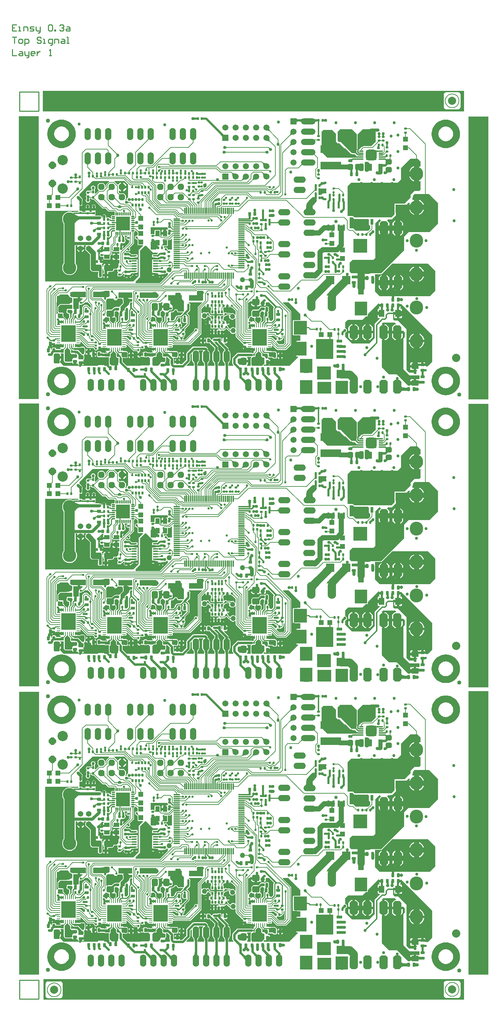
<source format=gtl>
G04 Layer_Physical_Order=1*
G04 Layer_Color=255*
%FSLAX24Y24*%
%MOIN*%
G70*
G01*
G75*
%ADD10C,0.0070*%
G04:AMPARAMS|DCode=11|XSize=78.7mil|YSize=78.7mil|CornerRadius=39.4mil|HoleSize=0mil|Usage=FLASHONLY|Rotation=90.000|XOffset=0mil|YOffset=0mil|HoleType=Round|Shape=RoundedRectangle|*
%AMROUNDEDRECTD11*
21,1,0.0787,0.0000,0,0,90.0*
21,1,0.0000,0.0787,0,0,90.0*
1,1,0.0787,0.0000,0.0000*
1,1,0.0787,0.0000,0.0000*
1,1,0.0787,0.0000,0.0000*
1,1,0.0787,0.0000,0.0000*
%
%ADD11ROUNDEDRECTD11*%
%ADD12C,0.0100*%
%ADD13C,0.0650*%
%ADD14C,0.0080*%
%ADD15C,0.0200*%
G04:AMPARAMS|DCode=16|XSize=29.1mil|YSize=39.4mil|CornerRadius=5.8mil|HoleSize=0mil|Usage=FLASHONLY|Rotation=180.000|XOffset=0mil|YOffset=0mil|HoleType=Round|Shape=RoundedRectangle|*
%AMROUNDEDRECTD16*
21,1,0.0291,0.0277,0,0,180.0*
21,1,0.0175,0.0394,0,0,180.0*
1,1,0.0117,-0.0087,0.0139*
1,1,0.0117,0.0087,0.0139*
1,1,0.0117,0.0087,-0.0139*
1,1,0.0117,-0.0087,-0.0139*
%
%ADD16ROUNDEDRECTD16*%
G04:AMPARAMS|DCode=17|XSize=29.1mil|YSize=39.4mil|CornerRadius=5.8mil|HoleSize=0mil|Usage=FLASHONLY|Rotation=90.000|XOffset=0mil|YOffset=0mil|HoleType=Round|Shape=RoundedRectangle|*
%AMROUNDEDRECTD17*
21,1,0.0291,0.0277,0,0,90.0*
21,1,0.0175,0.0394,0,0,90.0*
1,1,0.0117,0.0139,0.0087*
1,1,0.0117,0.0139,-0.0087*
1,1,0.0117,-0.0139,-0.0087*
1,1,0.0117,-0.0139,0.0087*
%
%ADD17ROUNDEDRECTD17*%
G04:AMPARAMS|DCode=18|XSize=22mil|YSize=24mil|CornerRadius=4.4mil|HoleSize=0mil|Usage=FLASHONLY|Rotation=270.000|XOffset=0mil|YOffset=0mil|HoleType=Round|Shape=RoundedRectangle|*
%AMROUNDEDRECTD18*
21,1,0.0220,0.0152,0,0,270.0*
21,1,0.0132,0.0240,0,0,270.0*
1,1,0.0088,-0.0076,-0.0066*
1,1,0.0088,-0.0076,0.0066*
1,1,0.0088,0.0076,0.0066*
1,1,0.0088,0.0076,-0.0066*
%
%ADD18ROUNDEDRECTD18*%
%ADD19R,0.0200X0.0280*%
%ADD20R,0.0264X0.0346*%
%ADD21R,0.0551X0.1339*%
%ADD22R,0.1339X0.0551*%
%ADD23C,0.0600*%
%ADD24R,0.0480X0.0480*%
%ADD25R,0.0480X0.0480*%
%ADD26R,0.0420X0.0520*%
G04:AMPARAMS|DCode=27|XSize=40mil|YSize=40mil|CornerRadius=20mil|HoleSize=0mil|Usage=FLASHONLY|Rotation=0.000|XOffset=0mil|YOffset=0mil|HoleType=Round|Shape=RoundedRectangle|*
%AMROUNDEDRECTD27*
21,1,0.0400,0.0000,0,0,0.0*
21,1,0.0000,0.0400,0,0,0.0*
1,1,0.0400,0.0000,0.0000*
1,1,0.0400,0.0000,0.0000*
1,1,0.0400,0.0000,0.0000*
1,1,0.0400,0.0000,0.0000*
%
%ADD27ROUNDEDRECTD27*%
%ADD28R,0.0790X0.0790*%
%ADD29R,0.0790X0.0790*%
%ADD30R,0.0709X0.0543*%
G04:AMPARAMS|DCode=31|XSize=50mil|YSize=50mil|CornerRadius=25mil|HoleSize=0mil|Usage=FLASHONLY|Rotation=90.000|XOffset=0mil|YOffset=0mil|HoleType=Round|Shape=RoundedRectangle|*
%AMROUNDEDRECTD31*
21,1,0.0500,0.0000,0,0,90.0*
21,1,0.0000,0.0500,0,0,90.0*
1,1,0.0500,0.0000,0.0000*
1,1,0.0500,0.0000,0.0000*
1,1,0.0500,0.0000,0.0000*
1,1,0.0500,0.0000,0.0000*
%
%ADD31ROUNDEDRECTD31*%
G04:AMPARAMS|DCode=32|XSize=22mil|YSize=24mil|CornerRadius=4.4mil|HoleSize=0mil|Usage=FLASHONLY|Rotation=180.000|XOffset=0mil|YOffset=0mil|HoleType=Round|Shape=RoundedRectangle|*
%AMROUNDEDRECTD32*
21,1,0.0220,0.0152,0,0,180.0*
21,1,0.0132,0.0240,0,0,180.0*
1,1,0.0088,-0.0066,0.0076*
1,1,0.0088,0.0066,0.0076*
1,1,0.0088,0.0066,-0.0076*
1,1,0.0088,-0.0066,-0.0076*
%
%ADD32ROUNDEDRECTD32*%
G04:AMPARAMS|DCode=33|XSize=52mil|YSize=60mil|CornerRadius=13mil|HoleSize=0mil|Usage=FLASHONLY|Rotation=0.000|XOffset=0mil|YOffset=0mil|HoleType=Round|Shape=RoundedRectangle|*
%AMROUNDEDRECTD33*
21,1,0.0520,0.0340,0,0,0.0*
21,1,0.0260,0.0600,0,0,0.0*
1,1,0.0260,0.0130,-0.0170*
1,1,0.0260,-0.0130,-0.0170*
1,1,0.0260,-0.0130,0.0170*
1,1,0.0260,0.0130,0.0170*
%
%ADD33ROUNDEDRECTD33*%
%ADD34R,0.0138X0.0236*%
%ADD35R,0.0200X0.0260*%
G04:AMPARAMS|DCode=36|XSize=63mil|YSize=71mil|CornerRadius=15.8mil|HoleSize=0mil|Usage=FLASHONLY|Rotation=180.000|XOffset=0mil|YOffset=0mil|HoleType=Round|Shape=RoundedRectangle|*
%AMROUNDEDRECTD36*
21,1,0.0630,0.0395,0,0,180.0*
21,1,0.0315,0.0710,0,0,180.0*
1,1,0.0315,-0.0158,0.0198*
1,1,0.0315,0.0158,0.0198*
1,1,0.0315,0.0158,-0.0198*
1,1,0.0315,-0.0158,-0.0198*
%
%ADD36ROUNDEDRECTD36*%
G04:AMPARAMS|DCode=37|XSize=63mil|YSize=71mil|CornerRadius=15.8mil|HoleSize=0mil|Usage=FLASHONLY|Rotation=90.000|XOffset=0mil|YOffset=0mil|HoleType=Round|Shape=RoundedRectangle|*
%AMROUNDEDRECTD37*
21,1,0.0630,0.0395,0,0,90.0*
21,1,0.0315,0.0710,0,0,90.0*
1,1,0.0315,0.0198,0.0158*
1,1,0.0315,0.0198,-0.0158*
1,1,0.0315,-0.0198,-0.0158*
1,1,0.0315,-0.0198,0.0158*
%
%ADD37ROUNDEDRECTD37*%
%ADD38R,0.1970X0.1700*%
%ADD39R,0.0280X0.0560*%
%ADD40R,0.0240X0.0600*%
%ADD41R,0.0560X0.0280*%
%ADD42R,0.1700X0.1970*%
%ADD43R,0.0354X0.1299*%
%ADD44R,0.0240X0.0240*%
%ADD45R,0.0600X0.0120*%
%ADD46R,0.0120X0.0600*%
%ADD47R,0.0520X0.0420*%
%ADD48R,0.1260X0.0630*%
%ADD49R,0.0543X0.0709*%
%ADD50R,0.0433X0.0669*%
G04:AMPARAMS|DCode=51|XSize=52mil|YSize=60mil|CornerRadius=13mil|HoleSize=0mil|Usage=FLASHONLY|Rotation=270.000|XOffset=0mil|YOffset=0mil|HoleType=Round|Shape=RoundedRectangle|*
%AMROUNDEDRECTD51*
21,1,0.0520,0.0340,0,0,270.0*
21,1,0.0260,0.0600,0,0,270.0*
1,1,0.0260,-0.0170,-0.0130*
1,1,0.0260,-0.0170,0.0130*
1,1,0.0260,0.0170,0.0130*
1,1,0.0260,0.0170,-0.0130*
%
%ADD51ROUNDEDRECTD51*%
%ADD52R,0.2008X0.0782*%
%ADD53R,0.0500X0.0150*%
%ADD54R,0.1417X0.1614*%
%ADD55O,0.0098X0.0335*%
%ADD56O,0.0335X0.0098*%
%ADD57R,0.0346X0.0264*%
%ADD58R,0.0315X0.0236*%
%ADD59R,0.0236X0.0315*%
%ADD60R,0.0402X0.0118*%
G04:AMPARAMS|DCode=61|XSize=105mil|YSize=105mil|CornerRadius=26.2mil|HoleSize=0mil|Usage=FLASHONLY|Rotation=180.000|XOffset=0mil|YOffset=0mil|HoleType=Round|Shape=RoundedRectangle|*
%AMROUNDEDRECTD61*
21,1,0.1050,0.0525,0,0,180.0*
21,1,0.0525,0.1050,0,0,180.0*
1,1,0.0525,-0.0262,0.0262*
1,1,0.0525,0.0262,0.0262*
1,1,0.0525,0.0262,-0.0262*
1,1,0.0525,-0.0262,-0.0262*
%
%ADD61ROUNDEDRECTD61*%
%ADD62R,0.1370X0.1370*%
G04:AMPARAMS|DCode=63|XSize=11mil|YSize=31.5mil|CornerRadius=4.4mil|HoleSize=0mil|Usage=FLASHONLY|Rotation=270.000|XOffset=0mil|YOffset=0mil|HoleType=Round|Shape=RoundedRectangle|*
%AMROUNDEDRECTD63*
21,1,0.0110,0.0227,0,0,270.0*
21,1,0.0022,0.0315,0,0,270.0*
1,1,0.0088,-0.0113,-0.0011*
1,1,0.0088,-0.0113,0.0011*
1,1,0.0088,0.0113,0.0011*
1,1,0.0088,0.0113,-0.0011*
%
%ADD63ROUNDEDRECTD63*%
G04:AMPARAMS|DCode=64|XSize=11mil|YSize=31.5mil|CornerRadius=4.4mil|HoleSize=0mil|Usage=FLASHONLY|Rotation=180.000|XOffset=0mil|YOffset=0mil|HoleType=Round|Shape=RoundedRectangle|*
%AMROUNDEDRECTD64*
21,1,0.0110,0.0227,0,0,180.0*
21,1,0.0022,0.0315,0,0,180.0*
1,1,0.0088,-0.0011,0.0113*
1,1,0.0088,0.0011,0.0113*
1,1,0.0088,0.0011,-0.0113*
1,1,0.0088,-0.0011,-0.0113*
%
%ADD64ROUNDEDRECTD64*%
%ADD65C,0.0090*%
%ADD66C,0.0300*%
%ADD67C,0.0250*%
%ADD68C,0.0500*%
%ADD69C,0.0700*%
%ADD70C,0.0270*%
%ADD71C,0.0220*%
%ADD72C,0.0120*%
%ADD73C,0.0240*%
%ADD74C,0.0095*%
%ADD75C,0.0140*%
%ADD76C,0.0150*%
%ADD77C,0.0750*%
%ADD78C,0.0400*%
%ADD79C,0.0160*%
%ADD80C,0.0360*%
%ADD81C,0.0320*%
%ADD82C,0.0115*%
%ADD83C,0.0130*%
%ADD84C,0.0110*%
%ADD85C,0.0600*%
%ADD86C,0.1000*%
%ADD87C,0.0350*%
%ADD88C,0.0450*%
%ADD89R,0.1320X0.1320*%
%ADD90R,0.1220X0.1340*%
%ADD91R,0.1280X0.1320*%
%ADD92R,0.1230X0.1350*%
%ADD93R,0.1220X0.1330*%
%ADD94R,0.1230X0.1310*%
%ADD95R,0.1380X0.1160*%
%ADD96R,0.1320X0.1255*%
%ADD97R,0.0591X0.0591*%
%ADD98C,0.0591*%
G04:AMPARAMS|DCode=99|XSize=133mil|YSize=83mil|CornerRadius=0mil|HoleSize=0mil|Usage=FLASHONLY|Rotation=90.000|XOffset=0mil|YOffset=0mil|HoleType=Round|Shape=Octagon|*
%AMOCTAGOND99*
4,1,8,0.0208,0.0665,-0.0208,0.0665,-0.0415,0.0457,-0.0415,-0.0457,-0.0208,-0.0665,0.0208,-0.0665,0.0415,-0.0457,0.0415,0.0457,0.0208,0.0665,0.0*
%
%ADD99OCTAGOND99*%

%ADD100C,0.0800*%
%ADD101O,0.0600X0.1200*%
%ADD102O,0.1200X0.0600*%
%ADD103P,0.0758X8X292.5*%
%ADD104C,0.1000*%
%ADD105C,0.0540*%
%ADD106C,0.1305*%
%ADD107P,0.0671X8X22.5*%
%ADD108O,0.1417X0.0591*%
%ADD109R,0.0591X0.0591*%
%ADD110O,0.0825X0.1650*%
%ADD111O,0.1300X0.1360*%
%ADD112C,0.0220*%
%ADD113C,0.0300*%
%ADD114C,0.0320*%
G36*
X52953Y95955D02*
X11968D01*
Y97953D01*
X52953D01*
Y95955D01*
D02*
G37*
G36*
X26677Y95357D02*
X26681Y95356D01*
X26686Y95355D01*
X26702Y95354D01*
X26753Y95353D01*
X26770Y95353D01*
Y95153D01*
X26676Y95148D01*
Y95358D01*
X26677Y95357D01*
D02*
G37*
G36*
X39381Y94988D02*
X39380Y94989D01*
X39376Y94990D01*
X39371Y94990D01*
X39355Y94992D01*
X39304Y94993D01*
X39287Y94993D01*
Y95193D01*
X39381Y95198D01*
Y94988D01*
D02*
G37*
G36*
X38339Y95266D02*
X38405Y95237D01*
X38437Y95225D01*
X38500Y95207D01*
X38531Y95201D01*
X38562Y95196D01*
X38593Y95194D01*
X38622Y95193D01*
X38686Y94993D01*
X38636Y94992D01*
X38555Y94984D01*
X38523Y94977D01*
X38498Y94968D01*
X38479Y94957D01*
X38465Y94944D01*
X38458Y94929D01*
X38457Y94912D01*
X38462Y94893D01*
X38305Y95283D01*
X38339Y95266D01*
D02*
G37*
G36*
X37096Y94893D02*
X37101Y94912D01*
X37099Y94929D01*
X37092Y94944D01*
X37079Y94957D01*
X37060Y94968D01*
X37034Y94977D01*
X37003Y94984D01*
X36965Y94989D01*
X36921Y94992D01*
X36872Y94993D01*
X36935Y95193D01*
X36965Y95194D01*
X36995Y95196D01*
X37026Y95201D01*
X37057Y95207D01*
X37121Y95225D01*
X37153Y95237D01*
X37219Y95266D01*
X37252Y95283D01*
X37096Y94893D01*
D02*
G37*
G36*
X36660Y95274D02*
X36666Y95257D01*
X36676Y95242D01*
X36690Y95229D01*
X36708Y95218D01*
X36731Y95209D01*
X36757Y95202D01*
X36787Y95197D01*
X36821Y95194D01*
X36859Y95193D01*
Y94993D01*
X36821Y94992D01*
X36787Y94989D01*
X36757Y94984D01*
X36731Y94977D01*
X36708Y94968D01*
X36690Y94957D01*
X36676Y94944D01*
X36666Y94929D01*
X36660Y94912D01*
X36658Y94893D01*
Y95293D01*
X36660Y95274D01*
D02*
G37*
G36*
X34004Y94343D02*
X34013Y94226D01*
X34018Y94193D01*
X34025Y94165D01*
X34033Y94139D01*
X34043Y94118D01*
X34054Y94100D01*
X34066Y94085D01*
X34016Y94035D01*
X34002Y94048D01*
X33984Y94059D01*
X33962Y94068D01*
X33937Y94076D01*
X33908Y94083D01*
X33876Y94089D01*
X33840Y94093D01*
X33758Y94097D01*
X33711Y94097D01*
X34004Y94390D01*
X34004Y94343D01*
D02*
G37*
G36*
X36362Y93715D02*
X36317Y93714D01*
X36237Y93710D01*
X36202Y93705D01*
X36170Y93699D01*
X36142Y93692D01*
X36117Y93684D01*
X36095Y93674D01*
X36077Y93662D01*
X36061Y93649D01*
X36005Y93706D01*
X36018Y93721D01*
X36029Y93740D01*
X36039Y93761D01*
X36048Y93787D01*
X36055Y93815D01*
X36061Y93847D01*
X36065Y93882D01*
X36070Y93962D01*
X36070Y94007D01*
X36362Y93715D01*
D02*
G37*
G36*
X45175Y93696D02*
X45167Y93687D01*
X45161Y93676D01*
X45155Y93665D01*
X45150Y93653D01*
X45146Y93641D01*
X45143Y93628D01*
X45140Y93614D01*
X45139Y93600D01*
X45139Y93585D01*
X45019D01*
X45018Y93600D01*
X45017Y93614D01*
X45014Y93628D01*
X45011Y93641D01*
X45007Y93653D01*
X45002Y93665D01*
X44996Y93676D01*
X44990Y93687D01*
X44982Y93696D01*
X44974Y93706D01*
X45184D01*
X45175Y93696D01*
D02*
G37*
G36*
X44775D02*
X44767Y93687D01*
X44761Y93676D01*
X44755Y93665D01*
X44750Y93653D01*
X44746Y93641D01*
X44743Y93628D01*
X44740Y93614D01*
X44739Y93600D01*
X44738Y93585D01*
X44619D01*
X44618Y93600D01*
X44617Y93614D01*
X44614Y93628D01*
X44611Y93641D01*
X44607Y93653D01*
X44602Y93665D01*
X44596Y93676D01*
X44590Y93687D01*
X44582Y93696D01*
X44573Y93706D01*
X44784D01*
X44775Y93696D01*
D02*
G37*
G36*
X29456Y93788D02*
X29529Y93726D01*
X29562Y93703D01*
X29592Y93686D01*
X29618Y93675D01*
X29642Y93669D01*
X29664Y93669D01*
X29682Y93674D01*
X29697Y93686D01*
X29416Y93404D01*
X29427Y93419D01*
X29432Y93438D01*
X29432Y93459D01*
X29427Y93483D01*
X29415Y93510D01*
X29398Y93539D01*
X29375Y93572D01*
X29347Y93607D01*
X29273Y93687D01*
X29415Y93828D01*
X29456Y93788D01*
D02*
G37*
G36*
X22309Y93221D02*
X22303Y93226D01*
X22297Y93228D01*
X22289Y93230D01*
X22281Y93229D01*
X22273Y93226D01*
X22263Y93222D01*
X22253Y93216D01*
X22242Y93207D01*
X22230Y93198D01*
X22218Y93186D01*
X22162Y93243D01*
X22173Y93255D01*
X22183Y93266D01*
X22191Y93277D01*
X22198Y93288D01*
X22202Y93297D01*
X22205Y93306D01*
X22206Y93314D01*
X22205Y93321D01*
X22202Y93328D01*
X22197Y93334D01*
X22309Y93221D01*
D02*
G37*
G36*
X38329Y93266D02*
X38337Y93260D01*
X38347Y93255D01*
X38358Y93251D01*
X38370Y93247D01*
X38383Y93244D01*
X38397Y93242D01*
X38412Y93240D01*
X38447Y93239D01*
X38511Y93169D01*
X38494Y93168D01*
X38481Y93167D01*
X38469Y93166D01*
X38460Y93163D01*
X38454Y93160D01*
X38450Y93156D01*
X38448Y93151D01*
X38449Y93146D01*
X38453Y93140D01*
X38458Y93133D01*
X38322Y93273D01*
X38329Y93266D01*
D02*
G37*
G36*
X26663Y93192D02*
X26656Y93189D01*
X26650Y93185D01*
X26645Y93178D01*
X26640Y93170D01*
X26637Y93160D01*
X26634Y93149D01*
X26632Y93135D01*
X26631Y93120D01*
X26631Y93103D01*
X26551D01*
X26550Y93120D01*
X26549Y93135D01*
X26547Y93149D01*
X26544Y93160D01*
X26541Y93170D01*
X26536Y93178D01*
X26531Y93185D01*
X26525Y93189D01*
X26518Y93192D01*
X26511Y93193D01*
X26670D01*
X26663Y93192D01*
D02*
G37*
G36*
X18395D02*
X18388Y93189D01*
X18382Y93185D01*
X18377Y93178D01*
X18373Y93170D01*
X18369Y93160D01*
X18366Y93149D01*
X18364Y93135D01*
X18363Y93120D01*
X18363Y93103D01*
X18283D01*
X18282Y93120D01*
X18281Y93135D01*
X18279Y93149D01*
X18276Y93160D01*
X18273Y93170D01*
X18269Y93178D01*
X18263Y93185D01*
X18257Y93189D01*
X18251Y93192D01*
X18243Y93193D01*
X18402D01*
X18395Y93192D01*
D02*
G37*
G36*
X34004Y93345D02*
X34009Y93265D01*
X34013Y93230D01*
X34019Y93198D01*
X34026Y93169D01*
X34035Y93144D01*
X34045Y93123D01*
X34056Y93104D01*
X34069Y93089D01*
X34012Y93032D01*
X33997Y93045D01*
X33979Y93057D01*
X33957Y93067D01*
X33932Y93075D01*
X33903Y93082D01*
X33872Y93088D01*
X33837Y93093D01*
X33756Y93097D01*
X33711Y93097D01*
X34004Y93390D01*
X34004Y93345D01*
D02*
G37*
G36*
X34888Y92980D02*
X34890Y92967D01*
X34894Y92955D01*
X34899Y92942D01*
X34905Y92930D01*
X34913Y92917D01*
X34922Y92903D01*
X34932Y92890D01*
X34944Y92877D01*
X34957Y92863D01*
X34747D01*
X34761Y92877D01*
X34783Y92903D01*
X34792Y92917D01*
X34800Y92930D01*
X34806Y92942D01*
X34811Y92955D01*
X34815Y92967D01*
X34817Y92980D01*
X34817Y92992D01*
X34887D01*
X34888Y92980D01*
D02*
G37*
G36*
X45565Y92816D02*
X45557Y92807D01*
X45551Y92796D01*
X45545Y92785D01*
X45540Y92773D01*
X45536Y92761D01*
X45533Y92748D01*
X45530Y92734D01*
X45529Y92720D01*
X45528Y92705D01*
X45409D01*
X45408Y92720D01*
X45407Y92734D01*
X45404Y92748D01*
X45401Y92761D01*
X45397Y92773D01*
X45392Y92785D01*
X45386Y92796D01*
X45380Y92807D01*
X45372Y92816D01*
X45363Y92826D01*
X45574D01*
X45565Y92816D01*
D02*
G37*
G36*
X36362Y92715D02*
X36317Y92714D01*
X36237Y92710D01*
X36202Y92705D01*
X36170Y92699D01*
X36142Y92692D01*
X36117Y92684D01*
X36095Y92674D01*
X36077Y92662D01*
X36061Y92649D01*
X36005Y92706D01*
X36018Y92721D01*
X36029Y92740D01*
X36039Y92761D01*
X36048Y92787D01*
X36055Y92815D01*
X36061Y92847D01*
X36065Y92882D01*
X36070Y92962D01*
X36070Y93007D01*
X36362Y92715D01*
D02*
G37*
G36*
X44349Y93013D02*
X43921Y92585D01*
X43169D01*
X43169Y92585D01*
X43126Y92576D01*
X43089Y92552D01*
X43089Y92552D01*
X43050Y92513D01*
X42969D01*
X42688Y92233D01*
X42589D01*
Y92403D01*
Y93733D01*
X42608Y93753D01*
X43099Y94243D01*
X44349D01*
Y93013D01*
D02*
G37*
G36*
X44699Y92645D02*
X44700Y92631D01*
X44703Y92617D01*
X44706Y92604D01*
X44710Y92592D01*
X44715Y92580D01*
X44721Y92569D01*
X44727Y92559D01*
X44735Y92549D01*
X44743Y92540D01*
X44534D01*
X44542Y92549D01*
X44550Y92559D01*
X44556Y92569D01*
X44562Y92580D01*
X44567Y92592D01*
X44571Y92604D01*
X44574Y92617D01*
X44577Y92631D01*
X44578Y92645D01*
X44578Y92660D01*
X44699D01*
X44699Y92645D01*
D02*
G37*
G36*
X29769Y92554D02*
X29796Y92532D01*
X29809Y92523D01*
X29822Y92515D01*
X29835Y92509D01*
X29848Y92504D01*
X29860Y92501D01*
X29872Y92498D01*
X29884Y92498D01*
Y92428D01*
X29872Y92427D01*
X29860Y92425D01*
X29848Y92421D01*
X29835Y92417D01*
X29822Y92410D01*
X29809Y92403D01*
X29796Y92393D01*
X29783Y92383D01*
X29769Y92371D01*
X29756Y92358D01*
Y92568D01*
X29769Y92554D01*
D02*
G37*
G36*
X33986Y92446D02*
X33996Y92439D01*
X34007Y92433D01*
X34019Y92427D01*
X34033Y92423D01*
X34047Y92419D01*
X34063Y92416D01*
X34080Y92414D01*
X34098Y92413D01*
X34117Y92413D01*
X33969Y92264D01*
X33968Y92283D01*
X33965Y92318D01*
X33962Y92334D01*
X33959Y92348D01*
X33954Y92362D01*
X33949Y92374D01*
X33942Y92386D01*
X33935Y92396D01*
X33927Y92405D01*
X33976Y92454D01*
X33986Y92446D01*
D02*
G37*
G36*
X44391Y92186D02*
X44396Y92183D01*
X44402Y92181D01*
X44408Y92178D01*
X44416Y92176D01*
X44424Y92175D01*
X44434Y92174D01*
X44455Y92172D01*
X44467Y92172D01*
Y92052D01*
X44455Y92052D01*
X44424Y92049D01*
X44416Y92048D01*
X44408Y92046D01*
X44402Y92044D01*
X44396Y92041D01*
X44391Y92038D01*
X44388Y92035D01*
Y92189D01*
X44391Y92186D01*
D02*
G37*
G36*
X18363Y92077D02*
X18364Y92061D01*
X18366Y92048D01*
X18369Y92036D01*
X18373Y92027D01*
X18377Y92018D01*
X18382Y92012D01*
X18388Y92008D01*
X18395Y92005D01*
X18402Y92004D01*
X18243D01*
X18251Y92005D01*
X18257Y92008D01*
X18263Y92012D01*
X18269Y92018D01*
X18273Y92027D01*
X18276Y92036D01*
X18279Y92048D01*
X18281Y92061D01*
X18282Y92077D01*
X18283Y92094D01*
X18363D01*
X18363Y92077D01*
D02*
G37*
G36*
X42519Y93753D02*
Y93740D01*
X42517Y93733D01*
Y92403D01*
Y92354D01*
X42507Y92304D01*
Y91999D01*
X42516Y91956D01*
X42498Y91928D01*
X42486Y91913D01*
X42096D01*
X42087Y91919D01*
X42037Y91929D01*
X42013D01*
X41758Y92183D01*
X40949Y92993D01*
X40778D01*
X40658Y93113D01*
Y94003D01*
X40898Y94243D01*
X42028D01*
X42519Y93753D01*
D02*
G37*
G36*
X33681Y91908D02*
X33668Y91921D01*
X33641Y91943D01*
X33628Y91953D01*
X33615Y91960D01*
X33602Y91967D01*
X33589Y91971D01*
X33577Y91975D01*
X33565Y91977D01*
X33553Y91978D01*
Y92048D01*
X33565Y92048D01*
X33577Y92051D01*
X33589Y92054D01*
X33602Y92059D01*
X33615Y92065D01*
X33628Y92073D01*
X33641Y92082D01*
X33654Y92093D01*
X33668Y92104D01*
X33681Y92118D01*
Y91908D01*
D02*
G37*
G36*
X29719Y92104D02*
X29746Y92082D01*
X29759Y92073D01*
X29772Y92065D01*
X29785Y92059D01*
X29798Y92054D01*
X29810Y92051D01*
X29822Y92048D01*
X29834Y92048D01*
Y91978D01*
X29822Y91977D01*
X29810Y91975D01*
X29798Y91971D01*
X29785Y91967D01*
X29772Y91960D01*
X29759Y91953D01*
X29746Y91943D01*
X29733Y91933D01*
X29719Y91921D01*
X29706Y91908D01*
Y92118D01*
X29719Y92104D01*
D02*
G37*
G36*
X19155Y91896D02*
X19166Y91889D01*
X19177Y91882D01*
X19189Y91875D01*
X19202Y91870D01*
X19216Y91865D01*
X19232Y91861D01*
X19248Y91857D01*
X19283Y91852D01*
X19120Y91720D01*
X19121Y91737D01*
X19121Y91754D01*
X19121Y91769D01*
X19119Y91784D01*
X19116Y91798D01*
X19111Y91811D01*
X19106Y91823D01*
X19100Y91834D01*
X19092Y91845D01*
X19083Y91854D01*
X19146Y91904D01*
X19155Y91896D01*
D02*
G37*
G36*
X38428Y91836D02*
X38424Y91830D01*
X38423Y91823D01*
X38423Y91815D01*
X38425Y91807D01*
X38429Y91797D01*
X38435Y91787D01*
X38443Y91777D01*
X38453Y91765D01*
X38465Y91753D01*
X38403Y91702D01*
X38390Y91714D01*
X38379Y91724D01*
X38368Y91732D01*
X38357Y91738D01*
X38348Y91743D01*
X38338Y91746D01*
X38330Y91747D01*
X38322Y91747D01*
X38315Y91744D01*
X38309Y91740D01*
X38433Y91841D01*
X38428Y91836D01*
D02*
G37*
G36*
X19267Y91553D02*
X19249Y91552D01*
X19232Y91551D01*
X19217Y91549D01*
X19202Y91546D01*
X19187Y91542D01*
X19174Y91537D01*
X19162Y91532D01*
X19151Y91525D01*
X19140Y91517D01*
X19131Y91509D01*
X19074Y91565D01*
X19083Y91575D01*
X19091Y91585D01*
X19097Y91596D01*
X19103Y91609D01*
X19108Y91622D01*
X19112Y91636D01*
X19115Y91651D01*
X19117Y91667D01*
X19118Y91684D01*
X19119Y91701D01*
X19267Y91553D01*
D02*
G37*
G36*
X40498Y93783D02*
Y93023D01*
X40658Y92863D01*
X40816D01*
X41878Y91800D01*
X42321D01*
X42548Y91573D01*
Y91493D01*
X42519Y91463D01*
X39648D01*
X39539Y91573D01*
X39079Y92033D01*
Y93163D01*
Y93983D01*
X39258Y94163D01*
X40118D01*
X40498Y93783D01*
D02*
G37*
G36*
X24292Y91337D02*
X24291Y91345D01*
X24288Y91352D01*
X24284Y91358D01*
X24279Y91363D01*
X24271Y91367D01*
X24262Y91371D01*
X24252Y91374D01*
X24240Y91376D01*
X24226Y91377D01*
X24210Y91377D01*
Y91457D01*
X24226Y91458D01*
X24240Y91459D01*
X24252Y91461D01*
X24262Y91464D01*
X24271Y91467D01*
X24279Y91472D01*
X24284Y91477D01*
X24288Y91483D01*
X24291Y91490D01*
X24292Y91497D01*
Y91337D01*
D02*
G37*
G36*
X37222Y90754D02*
X37216Y90759D01*
X37210Y90762D01*
X37202Y90763D01*
X37194Y90762D01*
X37185Y90759D01*
X37176Y90755D01*
X37166Y90749D01*
X37155Y90741D01*
X37143Y90731D01*
X37131Y90719D01*
X37074Y90775D01*
X37086Y90788D01*
X37096Y90799D01*
X37104Y90810D01*
X37110Y90820D01*
X37115Y90830D01*
X37118Y90839D01*
X37118Y90847D01*
X37117Y90854D01*
X37114Y90861D01*
X37110Y90867D01*
X37222Y90754D01*
D02*
G37*
G36*
X16395Y90830D02*
X16388Y90827D01*
X16382Y90822D01*
X16377Y90816D01*
X16373Y90808D01*
X16369Y90798D01*
X16366Y90787D01*
X16364Y90773D01*
X16363Y90758D01*
X16363Y90741D01*
X16283D01*
X16282Y90758D01*
X16281Y90773D01*
X16279Y90787D01*
X16276Y90798D01*
X16273Y90808D01*
X16269Y90816D01*
X16263Y90822D01*
X16257Y90827D01*
X16251Y90830D01*
X16243Y90830D01*
X16402D01*
X16395Y90830D01*
D02*
G37*
G36*
X33420Y90990D02*
X33438Y90979D01*
X33460Y90969D01*
X33485Y90960D01*
X33514Y90953D01*
X33545Y90947D01*
X33580Y90943D01*
X33661Y90938D01*
X33706Y90938D01*
X33413Y90646D01*
X33413Y90691D01*
X33408Y90771D01*
X33404Y90806D01*
X33398Y90838D01*
X33391Y90866D01*
X33382Y90891D01*
X33372Y90913D01*
X33361Y90931D01*
X33348Y90947D01*
X33405Y91003D01*
X33420Y90990D01*
D02*
G37*
G36*
X48709Y91093D02*
Y90629D01*
X48666Y90603D01*
X48627Y90624D01*
X48589Y90636D01*
Y89898D01*
Y89160D01*
X48627Y89171D01*
X48666Y89192D01*
X48709Y89166D01*
Y88333D01*
X48598Y88223D01*
X48128D01*
X47748Y87843D01*
Y87583D01*
X47168Y87003D01*
X46178D01*
Y85943D01*
X45902Y85667D01*
X42305D01*
X42168Y85803D01*
X41628Y85803D01*
Y87353D01*
X41628Y87853D01*
Y88693D01*
X41958Y89023D01*
X46488Y89023D01*
X46838Y89373D01*
Y90483D01*
X47738Y91383D01*
X48418D01*
X48709Y91093D01*
D02*
G37*
G36*
X23351Y90624D02*
X23359Y90616D01*
X23367Y90610D01*
X23375Y90604D01*
X23384Y90599D01*
X23393Y90595D01*
X23402Y90592D01*
X23412Y90590D01*
X23421Y90588D01*
X23432Y90588D01*
X23425Y90518D01*
X23415Y90517D01*
X23405Y90516D01*
X23396Y90514D01*
X23386Y90512D01*
X23376Y90508D01*
X23367Y90504D01*
X23357Y90499D01*
X23348Y90493D01*
X23339Y90486D01*
X23330Y90479D01*
X23344Y90632D01*
X23351Y90624D01*
D02*
G37*
G36*
X22059Y90432D02*
X22060Y90414D01*
X22061Y90406D01*
X22063Y90398D01*
X22065Y90392D01*
X22067Y90387D01*
X22070Y90382D01*
X22073Y90379D01*
X22077Y90376D01*
X21960D01*
X21964Y90379D01*
X21967Y90382D01*
X21970Y90387D01*
X21972Y90392D01*
X21974Y90398D01*
X21976Y90406D01*
X21977Y90414D01*
X21978Y90422D01*
X21978Y90443D01*
X22058D01*
X22059Y90432D01*
D02*
G37*
G36*
X23414Y90308D02*
X23407Y90301D01*
X23401Y90293D01*
X23395Y90285D01*
X23391Y90276D01*
X23387Y90267D01*
X23384Y90257D01*
X23381Y90247D01*
X23380Y90236D01*
X23379Y90225D01*
X23379Y90214D01*
X23270Y90323D01*
X23281Y90323D01*
X23292Y90324D01*
X23303Y90326D01*
X23313Y90328D01*
X23323Y90331D01*
X23332Y90335D01*
X23341Y90340D01*
X23349Y90345D01*
X23357Y90351D01*
X23364Y90358D01*
X23414Y90308D01*
D02*
G37*
G36*
X22762Y90150D02*
X22759Y90146D01*
X22757Y90140D01*
X22755Y90133D01*
X22753Y90126D01*
X22751Y90118D01*
X22750Y90108D01*
X22749Y90087D01*
X22748Y90075D01*
X22629D01*
X22628Y90087D01*
X22626Y90118D01*
X22624Y90126D01*
X22622Y90133D01*
X22620Y90140D01*
X22618Y90146D01*
X22615Y90150D01*
X22611Y90154D01*
X22766D01*
X22762Y90150D01*
D02*
G37*
G36*
X21576Y90137D02*
X21573Y90133D01*
X21571Y90127D01*
X21569Y90120D01*
X21567Y90113D01*
X21565Y90105D01*
X21564Y90095D01*
X21563Y90074D01*
X21562Y90062D01*
X21442D01*
X21442Y90074D01*
X21440Y90105D01*
X21438Y90113D01*
X21436Y90120D01*
X21434Y90127D01*
X21432Y90133D01*
X21429Y90137D01*
X21425Y90141D01*
X21579D01*
X21576Y90137D01*
D02*
G37*
G36*
X19645D02*
X19642Y90133D01*
X19640Y90127D01*
X19638Y90120D01*
X19636Y90113D01*
X19634Y90105D01*
X19633Y90095D01*
X19632Y90074D01*
X19632Y90062D01*
X19511D01*
X19511Y90074D01*
X19509Y90105D01*
X19507Y90113D01*
X19505Y90120D01*
X19503Y90127D01*
X19501Y90133D01*
X19498Y90137D01*
X19495Y90141D01*
X19648D01*
X19645Y90137D01*
D02*
G37*
G36*
X26568Y90169D02*
X26569Y90160D01*
X26571Y90151D01*
X26574Y90142D01*
X26577Y90133D01*
X26581Y90125D01*
X26586Y90116D01*
X26592Y90108D01*
X26598Y90100D01*
X26606Y90092D01*
X26549Y90035D01*
X26541Y90043D01*
X26533Y90049D01*
X26525Y90055D01*
X26517Y90060D01*
X26508Y90064D01*
X26499Y90068D01*
X26490Y90070D01*
X26481Y90072D01*
X26472Y90073D01*
X26463Y90073D01*
X26568Y90178D01*
X26568Y90169D01*
D02*
G37*
G36*
X23607Y90083D02*
X23605Y90081D01*
X23603Y90078D01*
X23602Y90074D01*
X23601Y90068D01*
X23600Y90063D01*
X23599Y90048D01*
X23598Y90030D01*
X23519D01*
X23518Y90039D01*
X23517Y90063D01*
X23516Y90068D01*
X23515Y90074D01*
X23514Y90078D01*
X23512Y90081D01*
X23510Y90083D01*
X23508Y90085D01*
X23609D01*
X23607Y90083D01*
D02*
G37*
G36*
X25475Y90107D02*
X25469Y90099D01*
X25464Y90091D01*
X25459Y90082D01*
X25455Y90074D01*
X25451Y90064D01*
X25449Y90055D01*
X25447Y90045D01*
X25446Y90035D01*
X25445Y90024D01*
X25366D01*
X25365Y90035D01*
X25364Y90045D01*
X25362Y90055D01*
X25360Y90064D01*
X25356Y90074D01*
X25352Y90082D01*
X25347Y90091D01*
X25342Y90099D01*
X25336Y90107D01*
X25329Y90114D01*
X25482D01*
X25475Y90107D01*
D02*
G37*
G36*
X24328D02*
X24322Y90099D01*
X24317Y90091D01*
X24312Y90082D01*
X24308Y90074D01*
X24304Y90064D01*
X24302Y90055D01*
X24300Y90045D01*
X24299Y90035D01*
X24299Y90024D01*
X24218D01*
X24218Y90035D01*
X24217Y90045D01*
X24215Y90055D01*
X24213Y90064D01*
X24209Y90074D01*
X24205Y90082D01*
X24200Y90091D01*
X24195Y90099D01*
X24189Y90107D01*
X24181Y90114D01*
X24335D01*
X24328Y90107D01*
D02*
G37*
G36*
X24703Y90112D02*
X24696Y90105D01*
X24690Y90097D01*
X24684Y90089D01*
X24679Y90081D01*
X24675Y90072D01*
X24672Y90063D01*
X24669Y90054D01*
X24667Y90044D01*
X24666Y90034D01*
X24666Y90023D01*
X24585Y90026D01*
X24585Y90036D01*
X24584Y90046D01*
X24582Y90056D01*
X24580Y90066D01*
X24576Y90075D01*
X24573Y90084D01*
X24568Y90092D01*
X24562Y90101D01*
X24556Y90109D01*
X24549Y90116D01*
X24703Y90112D01*
D02*
G37*
G36*
X25895Y90083D02*
X25895Y90081D01*
X25894Y90077D01*
X25894Y90050D01*
X25893Y90016D01*
X25744D01*
X25742Y90084D01*
X25896D01*
X25895Y90083D01*
D02*
G37*
G36*
X23918Y90097D02*
X23912Y90089D01*
X23907Y90081D01*
X23902Y90072D01*
X23898Y90064D01*
X23894Y90054D01*
X23892Y90045D01*
X23890Y90035D01*
X23889Y90025D01*
X23888Y90014D01*
X23809D01*
X23808Y90025D01*
X23807Y90035D01*
X23805Y90045D01*
X23803Y90054D01*
X23799Y90064D01*
X23795Y90072D01*
X23790Y90081D01*
X23785Y90089D01*
X23779Y90097D01*
X23772Y90104D01*
X23925D01*
X23918Y90097D01*
D02*
G37*
G36*
X38891Y90123D02*
X38880Y90110D01*
X38870Y90097D01*
X38862Y90085D01*
X38855Y90072D01*
X38849Y90059D01*
X38844Y90046D01*
X38841Y90034D01*
X38839Y90021D01*
X38839Y90008D01*
X38758D01*
X38758Y90021D01*
X38756Y90034D01*
X38753Y90046D01*
X38748Y90059D01*
X38742Y90072D01*
X38735Y90085D01*
X38727Y90097D01*
X38717Y90110D01*
X38706Y90123D01*
X38693Y90136D01*
X38904D01*
X38891Y90123D01*
D02*
G37*
G36*
X18085Y89997D02*
X18082Y89993D01*
X18080Y89987D01*
X18078Y89980D01*
X18076Y89973D01*
X18074Y89965D01*
X18073Y89955D01*
X18072Y89934D01*
X18072Y89922D01*
X17952D01*
X17951Y89934D01*
X17949Y89965D01*
X17947Y89973D01*
X17945Y89980D01*
X17943Y89987D01*
X17941Y89993D01*
X17938Y89997D01*
X17934Y90001D01*
X18089D01*
X18085Y89997D01*
D02*
G37*
G36*
X27650Y89826D02*
X27649Y89826D01*
X27647Y89826D01*
X27643Y89827D01*
X27616Y89828D01*
X27582Y89828D01*
Y89978D01*
X27650Y89980D01*
Y89826D01*
D02*
G37*
G36*
X17305Y89853D02*
X17302Y89849D01*
X17300Y89843D01*
X17298Y89836D01*
X17296Y89829D01*
X17294Y89821D01*
X17293Y89811D01*
X17292Y89790D01*
X17292Y89778D01*
X17171D01*
X17171Y89790D01*
X17169Y89821D01*
X17167Y89829D01*
X17165Y89836D01*
X17163Y89843D01*
X17161Y89849D01*
X17158Y89853D01*
X17155Y89857D01*
X17308D01*
X17305Y89853D01*
D02*
G37*
G36*
X17688Y89858D02*
X17681Y89851D01*
X17674Y89844D01*
X17668Y89836D01*
X17663Y89828D01*
X17658Y89820D01*
X17655Y89811D01*
X17652Y89802D01*
X17650Y89792D01*
X17649Y89782D01*
X17649Y89771D01*
X17569Y89779D01*
X17568Y89789D01*
X17567Y89799D01*
X17565Y89809D01*
X17563Y89819D01*
X17560Y89828D01*
X17556Y89838D01*
X17552Y89846D01*
X17547Y89855D01*
X17541Y89863D01*
X17535Y89872D01*
X17688Y89858D01*
D02*
G37*
G36*
X16548Y89849D02*
X16540Y89840D01*
X16534Y89829D01*
X16528Y89818D01*
X16523Y89806D01*
X16519Y89794D01*
X16516Y89781D01*
X16513Y89767D01*
X16512Y89753D01*
X16511Y89738D01*
X16392D01*
X16391Y89753D01*
X16390Y89767D01*
X16387Y89781D01*
X16384Y89794D01*
X16380Y89806D01*
X16375Y89818D01*
X16369Y89829D01*
X16363Y89840D01*
X16355Y89849D01*
X16346Y89859D01*
X16557D01*
X16548Y89849D01*
D02*
G37*
G36*
X33420Y89990D02*
X33438Y89979D01*
X33460Y89969D01*
X33485Y89960D01*
X33514Y89953D01*
X33545Y89947D01*
X33580Y89943D01*
X33661Y89938D01*
X33706Y89938D01*
X33413Y89646D01*
X33413Y89691D01*
X33408Y89771D01*
X33404Y89806D01*
X33398Y89838D01*
X33391Y89866D01*
X33382Y89891D01*
X33372Y89913D01*
X33361Y89931D01*
X33348Y89947D01*
X33405Y90003D01*
X33420Y89990D01*
D02*
G37*
G36*
X30415Y89988D02*
X30433Y89977D01*
X30455Y89967D01*
X30480Y89959D01*
X30509Y89952D01*
X30541Y89947D01*
X30577Y89943D01*
X30659Y89938D01*
X30706Y89938D01*
X30413Y89646D01*
X30413Y89692D01*
X30404Y89810D01*
X30399Y89842D01*
X30392Y89871D01*
X30384Y89896D01*
X30374Y89918D01*
X30363Y89936D01*
X30351Y89951D01*
X30401Y90000D01*
X30415Y89988D01*
D02*
G37*
G36*
X22474Y89723D02*
X22482Y89716D01*
X22490Y89711D01*
X22499Y89706D01*
X22508Y89702D01*
X22517Y89699D01*
X22526Y89696D01*
X22536Y89694D01*
X22546Y89693D01*
X22557Y89693D01*
Y89613D01*
X22546Y89612D01*
X22536Y89611D01*
X22526Y89609D01*
X22517Y89607D01*
X22508Y89604D01*
X22499Y89599D01*
X22490Y89595D01*
X22482Y89589D01*
X22474Y89583D01*
X22467Y89576D01*
Y89730D01*
X22474Y89723D01*
D02*
G37*
G36*
X15241Y89683D02*
X15230Y89670D01*
X15220Y89657D01*
X15212Y89645D01*
X15205Y89632D01*
X15199Y89619D01*
X15194Y89606D01*
X15191Y89594D01*
X15189Y89581D01*
X15188Y89568D01*
X15108D01*
X15108Y89581D01*
X15106Y89594D01*
X15103Y89606D01*
X15098Y89619D01*
X15092Y89632D01*
X15085Y89645D01*
X15077Y89657D01*
X15067Y89670D01*
X15056Y89683D01*
X15043Y89696D01*
X15253D01*
X15241Y89683D01*
D02*
G37*
G36*
X27100Y89456D02*
X27093Y89463D01*
X27085Y89469D01*
X27077Y89475D01*
X27068Y89479D01*
X27059Y89484D01*
X27050Y89487D01*
X27041Y89489D01*
X27031Y89491D01*
X27021Y89492D01*
X27010Y89493D01*
Y89573D01*
X27021Y89573D01*
X27031Y89574D01*
X27041Y89576D01*
X27050Y89579D01*
X27059Y89582D01*
X27068Y89586D01*
X27077Y89591D01*
X27085Y89596D01*
X27093Y89603D01*
X27100Y89610D01*
Y89456D01*
D02*
G37*
G36*
X27650Y89446D02*
X27643Y89453D01*
X27635Y89459D01*
X27627Y89465D01*
X27618Y89469D01*
X27609Y89474D01*
X27600Y89477D01*
X27591Y89479D01*
X27581Y89481D01*
X27571Y89482D01*
X27560Y89483D01*
Y89563D01*
X27571Y89563D01*
X27581Y89564D01*
X27591Y89566D01*
X27600Y89569D01*
X27609Y89572D01*
X27618Y89576D01*
X27627Y89581D01*
X27635Y89586D01*
X27643Y89593D01*
X27650Y89600D01*
Y89446D01*
D02*
G37*
G36*
X25069Y89401D02*
X25070Y89390D01*
X25072Y89381D01*
X25074Y89371D01*
X25078Y89362D01*
X25082Y89353D01*
X25087Y89345D01*
X25092Y89337D01*
X25098Y89329D01*
X25106Y89321D01*
X24952D01*
X24959Y89329D01*
X24965Y89337D01*
X24970Y89345D01*
X24975Y89353D01*
X24979Y89362D01*
X24983Y89371D01*
X24985Y89381D01*
X24987Y89390D01*
X24988Y89401D01*
X24989Y89411D01*
X25069D01*
X25069Y89401D01*
D02*
G37*
G36*
X24669D02*
X24670Y89390D01*
X24672Y89381D01*
X24674Y89371D01*
X24678Y89362D01*
X24682Y89353D01*
X24687Y89345D01*
X24692Y89337D01*
X24698Y89329D01*
X24706Y89321D01*
X24551D01*
X24559Y89329D01*
X24565Y89337D01*
X24570Y89345D01*
X24575Y89353D01*
X24579Y89362D01*
X24583Y89371D01*
X24585Y89381D01*
X24587Y89390D01*
X24588Y89401D01*
X24588Y89411D01*
X24669D01*
X24669Y89401D01*
D02*
G37*
G36*
X23889D02*
X23890Y89390D01*
X23892Y89381D01*
X23894Y89371D01*
X23898Y89362D01*
X23902Y89353D01*
X23907Y89345D01*
X23912Y89337D01*
X23918Y89329D01*
X23925Y89321D01*
X23772D01*
X23779Y89329D01*
X23785Y89337D01*
X23790Y89345D01*
X23795Y89353D01*
X23799Y89362D01*
X23803Y89371D01*
X23805Y89381D01*
X23807Y89390D01*
X23808Y89401D01*
X23809Y89411D01*
X23888D01*
X23889Y89401D01*
D02*
G37*
G36*
X32706Y89347D02*
X32661Y89347D01*
X32580Y89343D01*
X32545Y89338D01*
X32514Y89332D01*
X32485Y89325D01*
X32460Y89317D01*
X32438Y89307D01*
X32420Y89295D01*
X32405Y89282D01*
X32348Y89339D01*
X32361Y89354D01*
X32372Y89373D01*
X32382Y89394D01*
X32391Y89419D01*
X32398Y89448D01*
X32404Y89480D01*
X32408Y89515D01*
X32413Y89595D01*
X32413Y89640D01*
X32706Y89347D01*
D02*
G37*
G36*
X31706D02*
X31661Y89347D01*
X31580Y89343D01*
X31545Y89338D01*
X31514Y89332D01*
X31485Y89325D01*
X31460Y89317D01*
X31438Y89307D01*
X31420Y89295D01*
X31405Y89282D01*
X31348Y89339D01*
X31361Y89354D01*
X31372Y89373D01*
X31382Y89394D01*
X31391Y89419D01*
X31398Y89448D01*
X31404Y89480D01*
X31408Y89515D01*
X31413Y89595D01*
X31413Y89640D01*
X31706Y89347D01*
D02*
G37*
G36*
X29114Y89306D02*
X29115Y89304D01*
X29117Y89302D01*
X29127Y89291D01*
X29152Y89266D01*
X29095Y89209D01*
X29091Y89214D01*
X29076Y89226D01*
X29074Y89228D01*
X29072Y89230D01*
X29070Y89230D01*
X29068Y89230D01*
X29067Y89230D01*
X29114Y89307D01*
X29114Y89306D01*
D02*
G37*
G36*
X14558Y89235D02*
X14571Y89224D01*
X14584Y89215D01*
X14597Y89206D01*
X14609Y89199D01*
X14622Y89193D01*
X14635Y89189D01*
X14648Y89185D01*
X14660Y89183D01*
X14673Y89183D01*
Y89103D01*
X14660Y89102D01*
X14648Y89100D01*
X14635Y89097D01*
X14622Y89092D01*
X14609Y89087D01*
X14597Y89079D01*
X14584Y89071D01*
X14571Y89061D01*
X14558Y89050D01*
X14546Y89038D01*
Y89248D01*
X14558Y89235D01*
D02*
G37*
G36*
X27340Y88976D02*
X27333Y88983D01*
X27325Y88989D01*
X27317Y88995D01*
X27308Y88999D01*
X27299Y89004D01*
X27290Y89007D01*
X27281Y89009D01*
X27271Y89011D01*
X27261Y89012D01*
X27250Y89013D01*
Y89093D01*
X27261Y89093D01*
X27271Y89094D01*
X27281Y89096D01*
X27290Y89099D01*
X27299Y89102D01*
X27308Y89106D01*
X27317Y89111D01*
X27325Y89116D01*
X27333Y89123D01*
X27340Y89130D01*
Y88976D01*
D02*
G37*
G36*
X26782Y88934D02*
X26774Y88940D01*
X26766Y88947D01*
X26758Y88952D01*
X26750Y88957D01*
X26741Y88961D01*
X26731Y88964D01*
X26722Y88967D01*
X26712Y88968D01*
X26702Y88969D01*
X26691Y88970D01*
X26689Y89050D01*
X26700Y89050D01*
X26710Y89051D01*
X26720Y89053D01*
X26729Y89056D01*
X26738Y89059D01*
X26747Y89063D01*
X26755Y89068D01*
X26763Y89074D01*
X26771Y89080D01*
X26778Y89088D01*
X26782Y88934D01*
D02*
G37*
G36*
X39227Y89077D02*
X39231Y89076D01*
X39236Y89075D01*
X39252Y89074D01*
X39303Y89073D01*
X39320Y89073D01*
Y88873D01*
X39226Y88868D01*
Y89078D01*
X39227Y89077D01*
D02*
G37*
G36*
X39117Y88823D02*
X39115Y88822D01*
X39112Y88820D01*
X39108Y88817D01*
X39096Y88807D01*
X39059Y88771D01*
X39047Y88759D01*
X38905Y88901D01*
X38969Y88971D01*
X39117Y88823D01*
D02*
G37*
G36*
X20709Y88761D02*
X20710Y88750D01*
X20712Y88741D01*
X20714Y88731D01*
X20718Y88722D01*
X20722Y88713D01*
X20727Y88705D01*
X20732Y88697D01*
X20738Y88689D01*
X20745Y88681D01*
X20591D01*
X20599Y88689D01*
X20605Y88697D01*
X20610Y88705D01*
X20615Y88713D01*
X20619Y88722D01*
X20623Y88731D01*
X20625Y88741D01*
X20627Y88750D01*
X20628Y88761D01*
X20628Y88771D01*
X20708D01*
X20709Y88761D01*
D02*
G37*
G36*
X18387Y89203D02*
X18402Y89153D01*
X18380Y89138D01*
X18380Y89138D01*
X18154Y88912D01*
X18130Y88876D01*
X18122Y88833D01*
X18122Y88833D01*
Y88615D01*
X18092Y88591D01*
X18045Y88611D01*
Y88783D01*
X18040Y88811D01*
X18024Y88834D01*
X17869Y88989D01*
X17846Y89004D01*
X17819Y89010D01*
X17509D01*
X17481Y89004D01*
X17458Y88989D01*
X17303Y88834D01*
X17288Y88811D01*
X17282Y88783D01*
Y88473D01*
X17288Y88446D01*
X17303Y88423D01*
X17385Y88341D01*
X17381Y88278D01*
X17379Y88276D01*
X17074Y87971D01*
X17029Y87997D01*
X17032Y88010D01*
Y88290D01*
X17026Y88317D01*
X17011Y88340D01*
X17017Y88396D01*
X17058Y88457D01*
X17075Y88543D01*
X17058Y88629D01*
X17009Y88702D01*
X16936Y88751D01*
X16850Y88768D01*
X16765Y88751D01*
X16692Y88702D01*
X16643Y88629D01*
X16626Y88543D01*
X16643Y88457D01*
X16690Y88387D01*
X16694Y88379D01*
X16710Y88340D01*
X16694Y88317D01*
X16689Y88290D01*
Y88262D01*
X16368D01*
X16358Y88264D01*
X16320Y88256D01*
X16282D01*
X16238Y88247D01*
X16200Y88222D01*
X16175Y88184D01*
X16166Y88140D01*
Y88008D01*
X16175Y87963D01*
X16200Y87926D01*
X16220Y87912D01*
X16221Y87911D01*
Y87857D01*
X16220Y87857D01*
X16200Y87843D01*
X16175Y87805D01*
X16166Y87761D01*
Y87629D01*
X16175Y87584D01*
X16177Y87581D01*
X16175Y87571D01*
Y87459D01*
X16141Y87409D01*
X16124Y87323D01*
X16141Y87237D01*
X16190Y87164D01*
X16263Y87116D01*
X16349Y87098D01*
X16434Y87116D01*
X16507Y87164D01*
X16556Y87237D01*
X16573Y87323D01*
X16556Y87409D01*
X16537Y87436D01*
X16563Y87486D01*
X16689D01*
Y87458D01*
X16694Y87431D01*
X16710Y87408D01*
X16733Y87392D01*
X16760Y87387D01*
X16913D01*
X17736Y86564D01*
X17736Y86564D01*
X17772Y86540D01*
X17815Y86532D01*
X17815Y86532D01*
X18063D01*
X18328Y86267D01*
X18328Y86267D01*
X18364Y86242D01*
X18407Y86234D01*
X18940D01*
X18966Y86207D01*
Y86170D01*
X18960Y86161D01*
X18951Y86116D01*
Y85917D01*
X18937Y85884D01*
X18904Y85870D01*
X18705D01*
X18661Y85861D01*
X18623Y85836D01*
X18598Y85798D01*
X18589Y85754D01*
Y85732D01*
X18598Y85687D01*
X18622Y85648D01*
X18598Y85608D01*
X18589Y85564D01*
Y85553D01*
X18488D01*
Y85559D01*
X18479Y85603D01*
X18454Y85641D01*
X18416Y85666D01*
X18371Y85675D01*
X18240D01*
X18195Y85666D01*
X18162Y85644D01*
X18158Y85645D01*
X18115Y85669D01*
X18114Y85673D01*
X18115Y85676D01*
X18113Y85685D01*
X18113Y85685D01*
X18113Y85685D01*
X18113Y85686D01*
X18112Y85695D01*
Y85783D01*
X18099Y85849D01*
X18061Y85905D01*
X18005Y85943D01*
X17938Y85956D01*
X17872Y85943D01*
X17816Y85905D01*
X17778Y85849D01*
X17765Y85783D01*
Y85692D01*
X17764Y85687D01*
X17762Y85676D01*
X17763Y85674D01*
X17762Y85672D01*
X17762Y85671D01*
X17738Y85647D01*
X17688Y85664D01*
Y85708D01*
X17678Y85758D01*
X17650Y85800D01*
X17607Y85829D01*
X17557Y85839D01*
X17449D01*
X17419Y85845D01*
X17051D01*
X17045Y85860D01*
X17042Y85895D01*
X17072Y85915D01*
X17097Y85952D01*
X17106Y85997D01*
Y86129D01*
X17097Y86173D01*
X17072Y86211D01*
X17082Y86264D01*
X17094Y86272D01*
X17125Y86320D01*
X17126Y86322D01*
X16914D01*
X16702D01*
X16702Y86320D01*
X16734Y86272D01*
X16731Y86220D01*
X16711Y86195D01*
X16515D01*
X16495Y86221D01*
X16494Y86273D01*
X16525Y86321D01*
X16526Y86323D01*
X16314D01*
X16102D01*
X16102Y86321D01*
X16134Y86273D01*
X16132Y86221D01*
X16112Y86195D01*
X15802D01*
Y86225D01*
X15796Y86253D01*
X15781Y86276D01*
X15758Y86291D01*
X15730Y86297D01*
X15580D01*
X15573Y86297D01*
X15532Y86318D01*
X15532D01*
Y86787D01*
X15598D01*
X15610Y86785D01*
X15622Y86787D01*
X15730D01*
X15758Y86792D01*
X15781Y86808D01*
X15796Y86831D01*
X15802Y86858D01*
Y86967D01*
X15804Y86978D01*
Y87237D01*
X15817Y87257D01*
X15835Y87343D01*
X15831Y87362D01*
X15835Y87381D01*
X15817Y87467D01*
X15769Y87540D01*
X15547Y87761D01*
X15532Y87772D01*
Y87923D01*
X15522Y87933D01*
X16791Y89203D01*
X18387D01*
D02*
G37*
G36*
X27340Y88586D02*
X27333Y88593D01*
X27325Y88599D01*
X27317Y88605D01*
X27308Y88609D01*
X27299Y88614D01*
X27290Y88617D01*
X27281Y88619D01*
X27271Y88621D01*
X27261Y88622D01*
X27250Y88623D01*
Y88703D01*
X27261Y88703D01*
X27271Y88704D01*
X27281Y88706D01*
X27290Y88709D01*
X27299Y88712D01*
X27308Y88716D01*
X27317Y88721D01*
X27325Y88726D01*
X27333Y88733D01*
X27340Y88740D01*
Y88586D01*
D02*
G37*
G36*
X27898Y88703D02*
X27751Y88555D01*
X27618D01*
X27591Y88605D01*
X27602Y88663D01*
X27588Y88733D01*
X27548Y88793D01*
X27533Y88803D01*
X27548Y88853D01*
X27578D01*
X27708Y88983D01*
X27898D01*
Y88703D01*
D02*
G37*
G36*
X33967Y88551D02*
X33961Y88559D01*
X33955Y88566D01*
X33948Y88572D01*
X33941Y88578D01*
X33933Y88582D01*
X33924Y88586D01*
X33915Y88589D01*
X33905Y88591D01*
X33895Y88592D01*
X33884Y88593D01*
X33900Y88673D01*
X33911Y88673D01*
X33921Y88674D01*
X33931Y88675D01*
X33941Y88678D01*
X33950Y88680D01*
X33960Y88684D01*
X33969Y88687D01*
X33978Y88692D01*
X33987Y88697D01*
X33995Y88703D01*
X33967Y88551D01*
D02*
G37*
G36*
X12968Y88604D02*
X12961Y88602D01*
X12955Y88598D01*
X12950Y88592D01*
X12946Y88585D01*
X12942Y88576D01*
X12939Y88565D01*
X12937Y88553D01*
X12936Y88539D01*
X12936Y88524D01*
X12856D01*
X12855Y88539D01*
X12854Y88553D01*
X12852Y88565D01*
X12849Y88576D01*
X12846Y88585D01*
X12841Y88592D01*
X12836Y88598D01*
X12830Y88602D01*
X12823Y88604D01*
X12816Y88605D01*
X12976D01*
X12968Y88604D01*
D02*
G37*
G36*
X21104Y88663D02*
X21112Y88656D01*
X21120Y88651D01*
X21129Y88646D01*
X21138Y88642D01*
X21147Y88639D01*
X21156Y88636D01*
X21166Y88634D01*
X21176Y88633D01*
X21187Y88633D01*
Y88553D01*
X21176Y88552D01*
X21166Y88551D01*
X21156Y88549D01*
X21147Y88547D01*
X21138Y88544D01*
X21129Y88539D01*
X21120Y88535D01*
X21112Y88529D01*
X21104Y88523D01*
X21097Y88516D01*
Y88670D01*
X21104Y88663D01*
D02*
G37*
G36*
X34437Y88503D02*
X34427Y88502D01*
X34417Y88501D01*
X34408Y88500D01*
X34398Y88497D01*
X34389Y88494D01*
X34380Y88490D01*
X34372Y88485D01*
X34363Y88479D01*
X34355Y88473D01*
X34348Y88465D01*
X34291Y88522D01*
X34298Y88530D01*
X34305Y88538D01*
X34310Y88546D01*
X34315Y88554D01*
X34319Y88563D01*
X34323Y88572D01*
X34325Y88582D01*
X34327Y88591D01*
X34328Y88601D01*
X34329Y88612D01*
X34437Y88503D01*
D02*
G37*
G36*
X40344Y88553D02*
X40352Y88546D01*
X40360Y88541D01*
X40369Y88536D01*
X40378Y88532D01*
X40387Y88529D01*
X40396Y88526D01*
X40406Y88524D01*
X40416Y88523D01*
X40427Y88523D01*
Y88443D01*
X40416Y88442D01*
X40406Y88441D01*
X40396Y88439D01*
X40387Y88437D01*
X40378Y88434D01*
X40369Y88429D01*
X40360Y88425D01*
X40352Y88419D01*
X40344Y88413D01*
X40337Y88406D01*
Y88560D01*
X40344Y88553D01*
D02*
G37*
G36*
X22382Y88529D02*
X22390Y88522D01*
X22398Y88516D01*
X22406Y88511D01*
X22415Y88506D01*
X22424Y88502D01*
X22434Y88499D01*
X22443Y88496D01*
X22453Y88493D01*
X22463Y88492D01*
X22340Y88400D01*
X22341Y88410D01*
X22341Y88419D01*
X22340Y88429D01*
X22339Y88438D01*
X22336Y88447D01*
X22332Y88455D01*
X22328Y88464D01*
X22323Y88472D01*
X22316Y88480D01*
X22309Y88488D01*
X22374Y88536D01*
X22382Y88529D01*
D02*
G37*
G36*
X26805Y88503D02*
X26813Y88497D01*
X26822Y88491D01*
X26830Y88486D01*
X26839Y88482D01*
X26848Y88478D01*
X26858Y88476D01*
X26867Y88474D01*
X26877Y88473D01*
X26887Y88473D01*
X26779Y88364D01*
X26778Y88374D01*
X26777Y88384D01*
X26775Y88394D01*
X26773Y88403D01*
X26769Y88412D01*
X26765Y88421D01*
X26760Y88430D01*
X26755Y88438D01*
X26748Y88446D01*
X26741Y88454D01*
X26798Y88510D01*
X26805Y88503D01*
D02*
G37*
G36*
X24216Y88341D02*
X24210Y88346D01*
X24203Y88349D01*
X24196Y88350D01*
X24188Y88350D01*
X24180Y88348D01*
X24171Y88344D01*
X24162Y88339D01*
X24152Y88331D01*
X24141Y88323D01*
X24130Y88312D01*
X24073Y88368D01*
X24084Y88380D01*
X24093Y88390D01*
X24100Y88400D01*
X24106Y88410D01*
X24109Y88419D01*
X24111Y88427D01*
X24112Y88435D01*
X24110Y88442D01*
X24107Y88448D01*
X24102Y88454D01*
X24216Y88341D01*
D02*
G37*
G36*
X18490D02*
X18484Y88346D01*
X18477Y88349D01*
X18470Y88350D01*
X18462Y88350D01*
X18454Y88348D01*
X18445Y88344D01*
X18436Y88339D01*
X18426Y88331D01*
X18415Y88323D01*
X18404Y88312D01*
X18347Y88368D01*
X18358Y88380D01*
X18367Y88390D01*
X18374Y88400D01*
X18380Y88410D01*
X18383Y88419D01*
X18385Y88427D01*
X18386Y88435D01*
X18384Y88442D01*
X18381Y88448D01*
X18376Y88454D01*
X18490Y88341D01*
D02*
G37*
G36*
X16943Y88423D02*
X16932Y88411D01*
X16922Y88398D01*
X16914Y88385D01*
X16907Y88372D01*
X16901Y88360D01*
X16896Y88347D01*
X16893Y88334D01*
X16891Y88321D01*
X16890Y88309D01*
X16810D01*
X16810Y88321D01*
X16808Y88334D01*
X16805Y88347D01*
X16800Y88360D01*
X16794Y88372D01*
X16787Y88385D01*
X16779Y88398D01*
X16769Y88411D01*
X16758Y88423D01*
X16745Y88436D01*
X16955D01*
X16943Y88423D01*
D02*
G37*
G36*
X15367Y88283D02*
X15349Y88282D01*
X15332Y88281D01*
X15317Y88279D01*
X15302Y88276D01*
X15287Y88272D01*
X15274Y88267D01*
X15262Y88262D01*
X15251Y88255D01*
X15240Y88247D01*
X15231Y88239D01*
X15174Y88295D01*
X15183Y88305D01*
X15191Y88315D01*
X15197Y88326D01*
X15203Y88339D01*
X15208Y88352D01*
X15212Y88366D01*
X15215Y88381D01*
X15217Y88397D01*
X15218Y88414D01*
X15219Y88431D01*
X15367Y88283D01*
D02*
G37*
G36*
X19930Y89203D02*
X20259Y88874D01*
X20259Y87609D01*
X20186Y87560D01*
X20137Y87487D01*
X20120Y87402D01*
X20124Y87384D01*
X20088Y87348D01*
X20079Y87350D01*
X20008Y87336D01*
X19984Y87382D01*
X20024Y87423D01*
X20040Y87446D01*
X20045Y87473D01*
Y87783D01*
X20040Y87811D01*
X20024Y87834D01*
X19869Y87989D01*
X19846Y88004D01*
X19819Y88010D01*
X19509D01*
X19481Y88004D01*
X19460Y87990D01*
X19346Y88105D01*
Y88272D01*
X19392Y88291D01*
X19437Y88246D01*
X19470Y88224D01*
X19509Y88216D01*
X19544D01*
Y88628D01*
Y89040D01*
X19509D01*
X19470Y89033D01*
X19437Y89010D01*
X19291Y88865D01*
X19233Y88853D01*
X18948Y89138D01*
X18925Y89153D01*
X18940Y89203D01*
X19930D01*
D02*
G37*
G36*
X35589Y88061D02*
X35590Y88050D01*
X35592Y88041D01*
X35594Y88031D01*
X35598Y88022D01*
X35602Y88013D01*
X35607Y88005D01*
X35612Y87997D01*
X35618Y87989D01*
X35626Y87981D01*
X35471D01*
X35479Y87989D01*
X35485Y87997D01*
X35490Y88005D01*
X35495Y88013D01*
X35499Y88022D01*
X35503Y88031D01*
X35505Y88041D01*
X35507Y88050D01*
X35508Y88061D01*
X35508Y88071D01*
X35589D01*
X35589Y88061D01*
D02*
G37*
G36*
X40318Y88007D02*
X40312Y87999D01*
X40307Y87991D01*
X40302Y87982D01*
X40298Y87974D01*
X40294Y87964D01*
X40292Y87955D01*
X40290Y87945D01*
X40289Y87935D01*
X40289Y87924D01*
X40209D01*
X40208Y87935D01*
X40207Y87945D01*
X40205Y87955D01*
X40203Y87964D01*
X40199Y87974D01*
X40195Y87982D01*
X40190Y87991D01*
X40185Y87999D01*
X40179Y88007D01*
X40171Y88014D01*
X40325D01*
X40318Y88007D01*
D02*
G37*
G36*
X24706Y87888D02*
X24696Y87877D01*
X24687Y87866D01*
X24679Y87856D01*
X24674Y87847D01*
X24670Y87838D01*
X24668Y87830D01*
X24668Y87822D01*
X24669Y87815D01*
X24672Y87808D01*
X24677Y87803D01*
X24564Y87916D01*
X24570Y87911D01*
X24576Y87908D01*
X24584Y87906D01*
X24591Y87907D01*
X24599Y87909D01*
X24608Y87913D01*
X24618Y87918D01*
X24628Y87925D01*
X24638Y87934D01*
X24650Y87945D01*
X24706Y87888D01*
D02*
G37*
G36*
X23706D02*
X23696Y87877D01*
X23687Y87866D01*
X23679Y87856D01*
X23674Y87847D01*
X23670Y87838D01*
X23668Y87830D01*
X23668Y87822D01*
X23669Y87815D01*
X23672Y87808D01*
X23677Y87803D01*
X23564Y87916D01*
X23570Y87911D01*
X23576Y87908D01*
X23584Y87906D01*
X23591Y87907D01*
X23600Y87909D01*
X23608Y87913D01*
X23618Y87918D01*
X23628Y87925D01*
X23638Y87934D01*
X23650Y87945D01*
X23706Y87888D01*
D02*
G37*
G36*
X19415Y87934D02*
X19426Y87925D01*
X19436Y87918D01*
X19445Y87913D01*
X19454Y87909D01*
X19462Y87907D01*
X19470Y87906D01*
X19477Y87908D01*
X19484Y87911D01*
X19490Y87916D01*
X19376Y87803D01*
X19381Y87808D01*
X19384Y87815D01*
X19386Y87822D01*
X19385Y87830D01*
X19383Y87838D01*
X19380Y87847D01*
X19374Y87856D01*
X19367Y87866D01*
X19358Y87877D01*
X19347Y87888D01*
X19404Y87945D01*
X19415Y87934D01*
D02*
G37*
G36*
X39061Y87448D02*
X39060Y87449D01*
X39056Y87450D01*
X39051Y87450D01*
X39035Y87452D01*
X38984Y87453D01*
X38967Y87453D01*
Y87653D01*
X39061Y87658D01*
Y87448D01*
D02*
G37*
G36*
X30950Y87473D02*
X30940Y87472D01*
X30930Y87471D01*
X30921Y87470D01*
X30911Y87467D01*
X30902Y87464D01*
X30893Y87460D01*
X30885Y87455D01*
X30876Y87449D01*
X30868Y87443D01*
X30861Y87435D01*
X30804Y87492D01*
X30811Y87500D01*
X30818Y87508D01*
X30823Y87516D01*
X30828Y87524D01*
X30832Y87533D01*
X30836Y87542D01*
X30838Y87552D01*
X30840Y87561D01*
X30841Y87571D01*
X30842Y87582D01*
X30950Y87473D01*
D02*
G37*
G36*
X30380D02*
X30370Y87472D01*
X30360Y87471D01*
X30351Y87470D01*
X30341Y87467D01*
X30332Y87464D01*
X30323Y87460D01*
X30315Y87455D01*
X30306Y87449D01*
X30298Y87443D01*
X30291Y87435D01*
X30234Y87492D01*
X30241Y87500D01*
X30248Y87508D01*
X30253Y87516D01*
X30258Y87524D01*
X30262Y87533D01*
X30266Y87542D01*
X30268Y87552D01*
X30270Y87561D01*
X30271Y87571D01*
X30272Y87582D01*
X30380Y87473D01*
D02*
G37*
G36*
X16453Y87430D02*
X16243D01*
X16244Y87432D01*
X16245Y87435D01*
X16246Y87440D01*
X16247Y87456D01*
X16248Y87507D01*
X16249Y87525D01*
X16449D01*
X16453Y87430D01*
D02*
G37*
G36*
X29800Y87463D02*
X29789Y87462D01*
X29779Y87461D01*
X29770Y87459D01*
X29760Y87456D01*
X29751Y87453D01*
X29742Y87449D01*
X29734Y87444D01*
X29725Y87438D01*
X29717Y87432D01*
X29710Y87424D01*
X29652Y87480D01*
X29659Y87488D01*
X29666Y87496D01*
X29671Y87504D01*
X29676Y87512D01*
X29680Y87521D01*
X29683Y87530D01*
X29686Y87540D01*
X29688Y87549D01*
X29688Y87559D01*
X29689Y87570D01*
X29800Y87463D01*
D02*
G37*
G36*
X18972Y87622D02*
X18972Y87612D01*
X18974Y87602D01*
X18977Y87591D01*
X18982Y87580D01*
X18989Y87568D01*
X18997Y87556D01*
X19006Y87544D01*
X19017Y87532D01*
X19029Y87519D01*
X19023Y87411D01*
X19009Y87425D01*
X18984Y87446D01*
X18973Y87453D01*
X18964Y87457D01*
X18956Y87458D01*
X18950Y87457D01*
X18944Y87454D01*
X18941Y87448D01*
X18938Y87440D01*
X18972Y87632D01*
X18972Y87622D01*
D02*
G37*
G36*
X31890Y87486D02*
X31885Y87483D01*
X31880Y87479D01*
X31865Y87467D01*
X31835Y87439D01*
X31795Y87401D01*
X31728Y87446D01*
X31736Y87455D01*
X31742Y87463D01*
X31747Y87471D01*
X31750Y87478D01*
X31753Y87486D01*
X31754Y87494D01*
X31754Y87501D01*
X31752Y87509D01*
X31750Y87516D01*
X31746Y87524D01*
X31890Y87486D01*
D02*
G37*
G36*
X23672Y87448D02*
X23669Y87442D01*
X23668Y87435D01*
X23668Y87427D01*
X23670Y87419D01*
X23674Y87410D01*
X23679Y87400D01*
X23687Y87390D01*
X23696Y87380D01*
X23706Y87368D01*
X23650Y87312D01*
X23638Y87323D01*
X23628Y87331D01*
X23618Y87339D01*
X23608Y87344D01*
X23600Y87348D01*
X23591Y87350D01*
X23584Y87350D01*
X23576Y87349D01*
X23570Y87346D01*
X23564Y87341D01*
X23677Y87454D01*
X23672Y87448D01*
D02*
G37*
G36*
X17946D02*
X17943Y87442D01*
X17942Y87435D01*
X17942Y87427D01*
X17944Y87419D01*
X17948Y87410D01*
X17953Y87400D01*
X17961Y87390D01*
X17970Y87380D01*
X17980Y87368D01*
X17924Y87312D01*
X17912Y87323D01*
X17902Y87331D01*
X17892Y87339D01*
X17882Y87344D01*
X17874Y87348D01*
X17865Y87350D01*
X17858Y87350D01*
X17850Y87349D01*
X17844Y87346D01*
X17838Y87341D01*
X17951Y87454D01*
X17946Y87448D01*
D02*
G37*
G36*
X20464Y87494D02*
X20477Y87483D01*
X20490Y87473D01*
X20503Y87465D01*
X20515Y87458D01*
X20528Y87452D01*
X20541Y87447D01*
X20554Y87444D01*
X20566Y87442D01*
X20579Y87442D01*
Y87362D01*
X20566Y87361D01*
X20554Y87359D01*
X20541Y87356D01*
X20528Y87351D01*
X20515Y87345D01*
X20503Y87338D01*
X20490Y87330D01*
X20477Y87320D01*
X20464Y87309D01*
X20452Y87297D01*
Y87507D01*
X20464Y87494D01*
D02*
G37*
G36*
X20199Y87219D02*
X20211Y87208D01*
X20224Y87198D01*
X20237Y87189D01*
X20250Y87182D01*
X20262Y87176D01*
X20275Y87172D01*
X20288Y87169D01*
X20301Y87167D01*
X20313Y87166D01*
Y87086D01*
X20301Y87085D01*
X20288Y87083D01*
X20275Y87080D01*
X20262Y87076D01*
X20250Y87070D01*
X20237Y87063D01*
X20224Y87054D01*
X20211Y87044D01*
X20199Y87033D01*
X20186Y87021D01*
Y87231D01*
X20199Y87219D01*
D02*
G37*
G36*
X30930Y86926D02*
X30926Y86929D01*
X30921Y86932D01*
X30916Y86934D01*
X30909Y86937D01*
X30902Y86939D01*
X30893Y86940D01*
X30884Y86941D01*
X30862Y86943D01*
X30850Y86943D01*
Y87063D01*
X30862Y87063D01*
X30893Y87065D01*
X30902Y87067D01*
X30909Y87069D01*
X30916Y87071D01*
X30921Y87074D01*
X30926Y87077D01*
X30930Y87080D01*
Y86926D01*
D02*
G37*
G36*
X30340Y86916D02*
X30336Y86919D01*
X30331Y86922D01*
X30326Y86924D01*
X30319Y86927D01*
X30312Y86929D01*
X30303Y86930D01*
X30294Y86931D01*
X30272Y86933D01*
X30260Y86933D01*
Y87053D01*
X30272Y87053D01*
X30303Y87055D01*
X30312Y87057D01*
X30319Y87059D01*
X30326Y87061D01*
X30331Y87064D01*
X30336Y87067D01*
X30340Y87070D01*
Y86916D01*
D02*
G37*
G36*
X29770D02*
X29766Y86919D01*
X29761Y86922D01*
X29756Y86924D01*
X29749Y86927D01*
X29742Y86929D01*
X29733Y86930D01*
X29724Y86931D01*
X29702Y86933D01*
X29690Y86933D01*
Y87053D01*
X29702Y87053D01*
X29733Y87055D01*
X29742Y87057D01*
X29749Y87059D01*
X29756Y87061D01*
X29761Y87064D01*
X29766Y87067D01*
X29770Y87070D01*
Y86916D01*
D02*
G37*
G36*
X50429Y87063D02*
Y85063D01*
X49738Y84373D01*
X49598Y84233D01*
X47558D01*
X47129Y83803D01*
Y82853D01*
Y82453D01*
X44899Y80223D01*
X41979D01*
X41838Y80363D01*
Y81273D01*
X42088Y81523D01*
X44109D01*
X44309Y81723D01*
Y85073D01*
X44689Y85453D01*
X44802D01*
X44852Y85333D01*
X44681Y85162D01*
X44659Y85129D01*
X44652Y85090D01*
Y84883D01*
X45168D01*
X45685D01*
Y85090D01*
X45678Y85129D01*
X45656Y85162D01*
X45485Y85333D01*
X45535Y85453D01*
X45929D01*
X46318Y85843D01*
Y86313D01*
X46898Y86893D01*
X47368D01*
X47580Y87104D01*
X47677Y87032D01*
X47642Y86966D01*
X47621Y86898D01*
X48088D01*
Y87386D01*
X48050Y87374D01*
X47984Y87339D01*
X47912Y87436D01*
X47938Y87463D01*
X48039Y87823D01*
X48138Y87923D01*
X49569D01*
X50429Y87063D01*
D02*
G37*
G36*
X29000Y86883D02*
X28933Y86873D01*
X28847Y87073D01*
X28864Y87073D01*
X28924Y87077D01*
X28931Y87079D01*
X28937Y87081D01*
X28941Y87083D01*
X28943Y87085D01*
X29000Y86883D01*
D02*
G37*
G36*
X19572Y86783D02*
X19583Y86771D01*
X19593Y86761D01*
X19604Y86752D01*
X19616Y86744D01*
X19627Y86737D01*
X19639Y86732D01*
X19652Y86729D01*
X19665Y86727D01*
X19678Y86726D01*
X19663Y86646D01*
X19651Y86645D01*
X19638Y86644D01*
X19626Y86641D01*
X19612Y86637D01*
X19599Y86632D01*
X19585Y86626D01*
X19571Y86619D01*
X19541Y86601D01*
X19525Y86590D01*
X19439Y86675D01*
X19563Y86797D01*
X19572Y86783D01*
D02*
G37*
G36*
X19439Y86675D02*
X19352Y86590D01*
X19336Y86601D01*
X19306Y86619D01*
X19292Y86626D01*
X19278Y86632D01*
X19265Y86637D01*
X19251Y86641D01*
X19239Y86644D01*
X19226Y86645D01*
X19214Y86646D01*
X19199Y86726D01*
X19212Y86727D01*
X19225Y86729D01*
X19238Y86732D01*
X19250Y86737D01*
X19261Y86744D01*
X19273Y86752D01*
X19284Y86761D01*
X19294Y86771D01*
X19305Y86783D01*
X19314Y86797D01*
X19439Y86675D01*
D02*
G37*
G36*
X22429Y86601D02*
X22430Y86591D01*
X22432Y86582D01*
X22434Y86572D01*
X22438Y86563D01*
X22442Y86554D01*
X22447Y86546D01*
X22452Y86538D01*
X22459Y86530D01*
X22466Y86522D01*
X22409Y86465D01*
X22402Y86473D01*
X22394Y86479D01*
X22385Y86485D01*
X22377Y86490D01*
X22368Y86494D01*
X22359Y86497D01*
X22349Y86500D01*
X22340Y86501D01*
X22330Y86502D01*
X22320Y86503D01*
X22429Y86612D01*
X22429Y86601D01*
D02*
G37*
G36*
X38210Y86822D02*
X38222Y86663D01*
X38233Y86598D01*
X38247Y86543D01*
X38264Y86498D01*
X38284Y86463D01*
X38307Y86438D01*
X38333Y86423D01*
X38362Y86418D01*
X37455D01*
X37484Y86423D01*
X37510Y86438D01*
X37533Y86463D01*
X37553Y86498D01*
X37570Y86543D01*
X37584Y86598D01*
X37595Y86663D01*
X37602Y86738D01*
X37608Y86917D01*
X38208D01*
X38210Y86822D01*
D02*
G37*
G36*
X41232Y86295D02*
X41168Y86224D01*
X41020Y86373D01*
X41022Y86373D01*
X41025Y86375D01*
X41029Y86378D01*
X41041Y86389D01*
X41078Y86424D01*
X41090Y86436D01*
X41232Y86295D01*
D02*
G37*
G36*
X34241Y86198D02*
X34240Y86199D01*
X34236Y86200D01*
X34231Y86200D01*
X34215Y86202D01*
X34164Y86203D01*
X34147Y86203D01*
Y86403D01*
X34241Y86408D01*
Y86198D01*
D02*
G37*
G36*
X32703Y86264D02*
X32702Y86260D01*
X32701Y86255D01*
X32700Y86240D01*
X32699Y86188D01*
X32699Y86171D01*
X32499D01*
X32494Y86266D01*
X32703D01*
X32703Y86264D01*
D02*
G37*
G36*
X15423Y86254D02*
X15424Y86249D01*
X15419Y86225D01*
Y86195D01*
X15029D01*
X14978Y86185D01*
X14935Y86157D01*
X14920Y86142D01*
X14845Y86183D01*
X14709Y86224D01*
X14567Y86238D01*
X14425Y86224D01*
X14289Y86183D01*
X14164Y86115D01*
X14054Y86025D01*
X13963Y85915D01*
X13896Y85790D01*
X13855Y85653D01*
X13841Y85512D01*
X13855Y85370D01*
X13896Y85234D01*
X13963Y85108D01*
X13992Y85073D01*
Y83183D01*
Y81218D01*
X13963Y81183D01*
X13896Y81057D01*
X13855Y80921D01*
X13841Y80780D01*
X13855Y80638D01*
X13896Y80502D01*
X13963Y80376D01*
X14054Y80266D01*
X14164Y80176D01*
X14289Y80109D01*
X14425Y80068D01*
X14567Y80054D01*
X14709Y80068D01*
X14845Y80109D01*
X14970Y80176D01*
X15080Y80266D01*
X15171Y80376D01*
X15238Y80502D01*
X15279Y80638D01*
X15293Y80780D01*
X15279Y80921D01*
X15238Y81057D01*
X15171Y81183D01*
X15142Y81218D01*
Y82918D01*
X15314D01*
X15338Y82868D01*
X15314Y82836D01*
X15286Y82770D01*
X15637D01*
X15988D01*
X15960Y82836D01*
X15935Y82868D01*
X15960Y82918D01*
X16142D01*
X16166Y82868D01*
X16130Y82821D01*
X16096Y82738D01*
X16084Y82650D01*
X16096Y82561D01*
X16130Y82478D01*
X16184Y82407D01*
X16255Y82353D01*
X16276Y82344D01*
X16546Y82074D01*
Y80703D01*
X16557Y80619D01*
X16589Y80541D01*
X16640Y80475D01*
X16707Y80423D01*
X16785Y80391D01*
X16868Y80380D01*
X16961D01*
X16968Y80378D01*
X17347D01*
Y80265D01*
X17338Y80251D01*
X17328Y80201D01*
Y79924D01*
X17338Y79874D01*
X17366Y79832D01*
X17408Y79803D01*
X17458Y79793D01*
X17633D01*
X17683Y79803D01*
X17726Y79832D01*
X17754Y79874D01*
X17764Y79924D01*
Y80201D01*
X17754Y80251D01*
X17745Y80265D01*
Y80486D01*
X17757Y80505D01*
X17772Y80583D01*
Y80681D01*
X17796Y80702D01*
X17828Y80687D01*
Y80583D01*
X17846Y80493D01*
X17882Y80438D01*
Y80317D01*
X17880Y80315D01*
X17845Y80263D01*
X17832Y80201D01*
Y80183D01*
X18081D01*
X18330D01*
Y80201D01*
X18318Y80263D01*
X18294Y80298D01*
X18317Y80348D01*
X18323D01*
X18412Y80366D01*
X18416Y80368D01*
X18669D01*
X18754Y80386D01*
X18827Y80434D01*
X18876Y80507D01*
X18892Y80588D01*
X19124D01*
X19151Y80594D01*
X19174Y80609D01*
X19181Y80615D01*
X19235Y80604D01*
X19237Y80601D01*
X19229Y80560D01*
Y80428D01*
X19238Y80384D01*
X19263Y80346D01*
X19283Y80333D01*
X19283Y80332D01*
Y80278D01*
X19283Y80277D01*
X19263Y80263D01*
X19238Y80226D01*
X19229Y80181D01*
Y80049D01*
X19238Y80005D01*
X19263Y79967D01*
X19301Y79942D01*
X19345Y79933D01*
X19497D01*
X19541Y79942D01*
X19579Y79967D01*
X19604Y80005D01*
X19606Y80015D01*
X19616Y80016D01*
X19650Y80040D01*
X19819Y80209D01*
X19851Y80206D01*
X19901Y80172D01*
X19904Y80114D01*
X19887Y80103D01*
X19850Y80047D01*
X19837Y79980D01*
X19850Y79914D01*
X19887Y79858D01*
X19944Y79820D01*
X20010Y79807D01*
X20100D01*
X20105Y79806D01*
X20117Y79804D01*
X20119Y79804D01*
X20121Y79804D01*
X20134Y79805D01*
X20173Y79779D01*
X20185Y79776D01*
Y79879D01*
X20117Y79875D01*
Y80085D01*
X20119Y80084D01*
X20122Y80084D01*
X20128Y80083D01*
X20143Y80082D01*
X20195Y80080D01*
X20212Y80080D01*
Y79980D01*
X20425D01*
Y79776D01*
X20437Y79779D01*
X20485Y79811D01*
X20517Y79858D01*
X20520Y79873D01*
X20535Y79876D01*
X20583Y79908D01*
X20671Y79996D01*
X20746D01*
Y80173D01*
X20866D01*
Y80275D01*
X20874Y80277D01*
X21116D01*
X21143Y80282D01*
X21160Y80293D01*
X21206D01*
X21188Y80320D01*
X21183Y80324D01*
X21188Y80348D01*
Y80498D01*
X21182Y80525D01*
X21167Y80548D01*
X21182Y80571D01*
X21188Y80598D01*
Y80748D01*
X21182Y80775D01*
X21167Y80798D01*
X21182Y80821D01*
X21188Y80848D01*
Y80998D01*
X21182Y81025D01*
X21168Y81051D01*
X21182Y81076D01*
X21188Y81103D01*
Y81253D01*
X21182Y81280D01*
X21167Y81303D01*
X21182Y81326D01*
X21188Y81353D01*
Y81503D01*
X21183Y81527D01*
X21188Y81531D01*
X21206Y81558D01*
X21160D01*
X21143Y81569D01*
X21116Y81575D01*
X20866D01*
Y81780D01*
X20874Y81782D01*
X21116D01*
X21143Y81787D01*
X21160Y81798D01*
X21206D01*
X21188Y81825D01*
X21183Y81829D01*
X21188Y81853D01*
Y82003D01*
X21182Y82030D01*
X21167Y82054D01*
X21143Y82069D01*
X21116Y82075D01*
X20874D01*
X20866Y82076D01*
X20584D01*
X20480Y82180D01*
X20479Y82187D01*
X20453Y82225D01*
X20416Y82250D01*
X20371Y82259D01*
X20310D01*
X20305Y82260D01*
X20127D01*
X20076Y82294D01*
X20055Y82298D01*
X20040Y82346D01*
X20111Y82417D01*
X20149Y82413D01*
X20208Y82373D01*
X20278Y82359D01*
X20349Y82373D01*
X20408Y82413D01*
X20448Y82473D01*
X20462Y82543D01*
X20448Y82613D01*
X20408Y82673D01*
X20405Y82710D01*
X20793Y83098D01*
X20793Y83098D01*
X20817Y83135D01*
X20826Y83178D01*
X20826Y83178D01*
Y84236D01*
X20827D01*
X20871Y84245D01*
X20909Y84270D01*
X20934Y84308D01*
X20943Y84353D01*
Y84359D01*
X20984Y84380D01*
X20992Y84381D01*
X21175Y84198D01*
Y83930D01*
X21125Y83889D01*
X21093Y83895D01*
X21023Y83881D01*
X20964Y83842D01*
X20924Y83782D01*
X20910Y83712D01*
X20924Y83642D01*
X20964Y83582D01*
X21023Y83542D01*
X21042Y83539D01*
X21045Y83537D01*
X21053Y83535D01*
X21059Y83533D01*
X21065Y83530D01*
X21070Y83528D01*
X21076Y83525D01*
X21081Y83521D01*
X21085Y83518D01*
X21092Y83513D01*
X21175Y83430D01*
Y83038D01*
X21180Y83010D01*
X21196Y82987D01*
X21219Y82972D01*
X21246Y82966D01*
X21705D01*
X21725Y82916D01*
X21299Y82490D01*
Y79951D01*
X20768Y79419D01*
X12195D01*
Y86299D01*
X15395D01*
X15423Y86254D01*
D02*
G37*
G36*
X19945Y86214D02*
X19938Y86207D01*
X19931Y86199D01*
X19926Y86191D01*
X19921Y86183D01*
X19916Y86174D01*
X19913Y86165D01*
X19910Y86156D01*
X19908Y86146D01*
X19907Y86136D01*
X19907Y86125D01*
X19827Y86129D01*
X19827Y86139D01*
X19825Y86149D01*
X19824Y86159D01*
X19821Y86169D01*
X19818Y86178D01*
X19814Y86187D01*
X19809Y86196D01*
X19804Y86204D01*
X19798Y86212D01*
X19791Y86220D01*
X19945Y86214D01*
D02*
G37*
G36*
X15071Y86020D02*
X15063Y86012D01*
X15049Y85996D01*
X15044Y85990D01*
X15041Y85984D01*
X15038Y85979D01*
X15161Y85902D01*
X15225Y85867D01*
X15347Y85814D01*
X15404Y85795D01*
X15458Y85781D01*
X15509Y85773D01*
X15557Y85770D01*
X15610Y85470D01*
X15555Y85467D01*
X15501Y85457D01*
X15448Y85441D01*
X15396Y85417D01*
X15345Y85388D01*
X15294Y85351D01*
X15245Y85308D01*
X15197Y85258D01*
X15149Y85202D01*
X15102Y85139D01*
X14951Y86035D01*
X14918Y86062D01*
X14922Y86060D01*
X14926Y86060D01*
X14931Y86062D01*
X14936Y86064D01*
X14943Y86068D01*
X14950Y86073D01*
X14958Y86079D01*
X14976Y86095D01*
X14986Y86105D01*
X15071Y86020D01*
D02*
G37*
G36*
X29235Y85833D02*
X29243Y85827D01*
X29252Y85821D01*
X29260Y85816D01*
X29269Y85812D01*
X29278Y85808D01*
X29288Y85806D01*
X29297Y85804D01*
X29307Y85803D01*
X29317Y85803D01*
X29209Y85694D01*
X29208Y85704D01*
X29207Y85714D01*
X29205Y85724D01*
X29203Y85733D01*
X29199Y85742D01*
X29195Y85751D01*
X29190Y85760D01*
X29185Y85768D01*
X29178Y85776D01*
X29171Y85784D01*
X29228Y85840D01*
X29235Y85833D01*
D02*
G37*
G36*
X18043Y85674D02*
X18042Y85670D01*
X18041Y85665D01*
X18040Y85650D01*
X18039Y85598D01*
X18039Y85581D01*
X17838D01*
X17833Y85676D01*
X18044D01*
X18043Y85674D01*
D02*
G37*
G36*
X32651Y85468D02*
X32650Y85469D01*
X32646Y85470D01*
X32641Y85470D01*
X32625Y85472D01*
X32574Y85473D01*
X32557Y85473D01*
Y85673D01*
X32651Y85678D01*
Y85468D01*
D02*
G37*
G36*
X28315Y85523D02*
X28323Y85517D01*
X28332Y85511D01*
X28340Y85506D01*
X28349Y85502D01*
X28358Y85498D01*
X28368Y85496D01*
X28377Y85494D01*
X28387Y85493D01*
X28397Y85493D01*
X28289Y85384D01*
X28288Y85394D01*
X28287Y85404D01*
X28285Y85414D01*
X28283Y85423D01*
X28279Y85432D01*
X28275Y85441D01*
X28270Y85450D01*
X28265Y85458D01*
X28258Y85466D01*
X28251Y85474D01*
X28308Y85530D01*
X28315Y85523D01*
D02*
G37*
G36*
X29229Y85520D02*
X29237Y85513D01*
X29245Y85508D01*
X29254Y85503D01*
X29262Y85499D01*
X29271Y85496D01*
X29281Y85494D01*
X29290Y85493D01*
X29300Y85492D01*
X29310Y85492D01*
X29209Y85377D01*
X29208Y85387D01*
X29206Y85397D01*
X29204Y85407D01*
X29201Y85416D01*
X29197Y85425D01*
X29193Y85434D01*
X29188Y85443D01*
X29182Y85451D01*
X29175Y85459D01*
X29168Y85466D01*
X29221Y85527D01*
X29229Y85520D01*
D02*
G37*
G36*
X23206Y85439D02*
X23199Y85432D01*
X23193Y85425D01*
X23187Y85417D01*
X23182Y85408D01*
X23178Y85400D01*
X23175Y85390D01*
X23172Y85381D01*
X23170Y85371D01*
X23169Y85361D01*
X23168Y85350D01*
X23089Y85353D01*
X23088Y85363D01*
X23087Y85373D01*
X23085Y85383D01*
X23083Y85393D01*
X23079Y85402D01*
X23075Y85411D01*
X23071Y85420D01*
X23065Y85428D01*
X23059Y85436D01*
X23052Y85443D01*
X23206Y85439D01*
D02*
G37*
G36*
X25522Y85243D02*
X25514Y85249D01*
X25506Y85255D01*
X25497Y85261D01*
X25489Y85265D01*
X25480Y85269D01*
X25470Y85272D01*
X25461Y85275D01*
X25451Y85277D01*
X25441Y85278D01*
X25430Y85278D01*
X25427Y85358D01*
X25437Y85358D01*
X25447Y85360D01*
X25457Y85362D01*
X25467Y85364D01*
X25476Y85368D01*
X25484Y85372D01*
X25493Y85377D01*
X25500Y85383D01*
X25508Y85389D01*
X25515Y85396D01*
X25522Y85243D01*
D02*
G37*
G36*
X26217Y85213D02*
X26207Y85212D01*
X26197Y85211D01*
X26188Y85210D01*
X26178Y85207D01*
X26169Y85204D01*
X26160Y85200D01*
X26152Y85195D01*
X26143Y85189D01*
X26135Y85183D01*
X26128Y85175D01*
X26071Y85232D01*
X26078Y85240D01*
X26085Y85248D01*
X26090Y85256D01*
X26095Y85264D01*
X26099Y85273D01*
X26103Y85282D01*
X26105Y85292D01*
X26107Y85301D01*
X26108Y85311D01*
X26109Y85322D01*
X26217Y85213D01*
D02*
G37*
G36*
X25907Y85213D02*
X25897Y85212D01*
X25887Y85211D01*
X25877Y85209D01*
X25868Y85207D01*
X25859Y85203D01*
X25850Y85199D01*
X25841Y85194D01*
X25833Y85188D01*
X25825Y85182D01*
X25817Y85175D01*
X25760Y85231D01*
X25767Y85238D01*
X25774Y85246D01*
X25779Y85255D01*
X25784Y85263D01*
X25788Y85272D01*
X25791Y85281D01*
X25794Y85291D01*
X25796Y85300D01*
X25797Y85310D01*
X25797Y85320D01*
X25907Y85213D01*
D02*
G37*
G36*
X19563Y85098D02*
X19499Y85092D01*
X19404Y85162D01*
X19396Y85165D01*
X19508Y85208D01*
X19563Y85098D01*
D02*
G37*
G36*
X19396Y85165D02*
X19389Y85162D01*
X19294Y85092D01*
X19230Y85098D01*
X19285Y85208D01*
X19396Y85165D01*
D02*
G37*
G36*
X34892Y85070D02*
X34891Y85079D01*
X34887Y85088D01*
X34881Y85095D01*
X34873Y85101D01*
X34863Y85107D01*
X34850Y85111D01*
X34836Y85115D01*
X34818Y85117D01*
X34799Y85119D01*
X34777Y85119D01*
Y85219D01*
X34799Y85220D01*
X34818Y85221D01*
X34836Y85224D01*
X34850Y85227D01*
X34863Y85232D01*
X34873Y85237D01*
X34881Y85244D01*
X34887Y85251D01*
X34891Y85260D01*
X34892Y85269D01*
Y85070D01*
D02*
G37*
G36*
X20989Y85049D02*
X20976Y85061D01*
X20962Y85072D01*
X20949Y85082D01*
X20936Y85090D01*
X20923Y85097D01*
X20910Y85103D01*
X20897Y85107D01*
X20885Y85110D01*
X20872Y85112D01*
X20859Y85113D01*
X20857Y85193D01*
X20870Y85193D01*
X20882Y85195D01*
X20895Y85199D01*
X20908Y85203D01*
X20920Y85209D01*
X20933Y85217D01*
X20945Y85225D01*
X20958Y85235D01*
X20970Y85246D01*
X20982Y85259D01*
X20989Y85049D01*
D02*
G37*
G36*
X22789Y85081D02*
X22790Y85070D01*
X22792Y85061D01*
X22794Y85051D01*
X22798Y85042D01*
X22802Y85033D01*
X22807Y85025D01*
X22812Y85017D01*
X22818Y85009D01*
X22826Y85001D01*
X22671D01*
X22679Y85009D01*
X22685Y85017D01*
X22690Y85025D01*
X22695Y85033D01*
X22699Y85042D01*
X22703Y85051D01*
X22705Y85061D01*
X22707Y85070D01*
X22708Y85081D01*
X22708Y85091D01*
X22789D01*
X22789Y85081D01*
D02*
G37*
G36*
X16807Y85196D02*
X16819Y85186D01*
X16832Y85177D01*
X16844Y85169D01*
X16857Y85163D01*
X16869Y85157D01*
X16882Y85153D01*
X16895Y85150D01*
X16908Y85148D01*
X16922Y85148D01*
Y85058D01*
X16908Y85057D01*
X16895Y85055D01*
X16882Y85052D01*
X16869Y85048D01*
X16857Y85043D01*
X16844Y85036D01*
X16832Y85028D01*
X16819Y85019D01*
X16807Y85009D01*
X16796Y84998D01*
Y85208D01*
X16807Y85196D01*
D02*
G37*
G36*
X32671Y84958D02*
X32670Y84959D01*
X32666Y84960D01*
X32661Y84960D01*
X32645Y84962D01*
X32594Y84963D01*
X32577Y84963D01*
Y85163D01*
X32671Y85168D01*
Y84958D01*
D02*
G37*
G36*
X19767Y84943D02*
X19757Y84942D01*
X19747Y84941D01*
X19738Y84940D01*
X19728Y84937D01*
X19719Y84934D01*
X19710Y84930D01*
X19702Y84925D01*
X19693Y84919D01*
X19685Y84913D01*
X19678Y84905D01*
X19621Y84962D01*
X19628Y84970D01*
X19635Y84978D01*
X19640Y84986D01*
X19645Y84994D01*
X19649Y85003D01*
X19653Y85012D01*
X19655Y85022D01*
X19657Y85031D01*
X19658Y85041D01*
X19659Y85052D01*
X19767Y84943D01*
D02*
G37*
G36*
X24403Y84944D02*
X24402Y84940D01*
X24401Y84935D01*
X24400Y84920D01*
X24399Y84868D01*
X24399Y84851D01*
X24199D01*
X24193Y84946D01*
X24404D01*
X24403Y84944D01*
D02*
G37*
G36*
X33763Y84660D02*
X33554D01*
X33554Y84662D01*
X33555Y84665D01*
X33556Y84670D01*
X33557Y84686D01*
X33558Y84737D01*
X33558Y84755D01*
X33758D01*
X33763Y84660D01*
D02*
G37*
G36*
X25743Y84650D02*
X25735Y84643D01*
X25729Y84635D01*
X25723Y84626D01*
X25719Y84618D01*
X25715Y84609D01*
X25712Y84600D01*
X25710Y84590D01*
X25708Y84581D01*
X25708Y84571D01*
X25708Y84561D01*
X25593Y84663D01*
X25603Y84664D01*
X25613Y84665D01*
X25622Y84667D01*
X25632Y84670D01*
X25641Y84674D01*
X25650Y84678D01*
X25658Y84684D01*
X25667Y84689D01*
X25675Y84696D01*
X25682Y84703D01*
X25743Y84650D01*
D02*
G37*
G36*
X32806Y84541D02*
X32804Y84542D01*
X32801Y84542D01*
X32796Y84543D01*
X32780Y84544D01*
X32729Y84546D01*
X32712Y84546D01*
Y84746D01*
X32806Y84751D01*
Y84541D01*
D02*
G37*
G36*
X33289Y84591D02*
X33290Y84580D01*
X33292Y84571D01*
X33294Y84561D01*
X33298Y84552D01*
X33302Y84543D01*
X33307Y84535D01*
X33312Y84527D01*
X33318Y84519D01*
X33326Y84511D01*
X33172D01*
X33179Y84519D01*
X33185Y84527D01*
X33190Y84535D01*
X33195Y84543D01*
X33199Y84552D01*
X33203Y84561D01*
X33205Y84571D01*
X33207Y84580D01*
X33208Y84591D01*
X33208Y84601D01*
X33289D01*
X33289Y84591D01*
D02*
G37*
G36*
X19524Y84522D02*
X19413Y84495D01*
X19413Y84507D01*
X19411Y84527D01*
X19410Y84535D01*
X19408Y84542D01*
X19405Y84548D01*
X19402Y84553D01*
X19399Y84556D01*
X19395Y84558D01*
X19390Y84559D01*
X19503Y84649D01*
X19524Y84522D01*
D02*
G37*
G36*
X25994Y84623D02*
X26002Y84616D01*
X26010Y84611D01*
X26019Y84606D01*
X26028Y84602D01*
X26037Y84599D01*
X26046Y84596D01*
X26056Y84594D01*
X26066Y84593D01*
X26077Y84593D01*
Y84513D01*
X26066Y84512D01*
X26056Y84511D01*
X26046Y84509D01*
X26037Y84507D01*
X26028Y84504D01*
X26019Y84499D01*
X26010Y84495D01*
X26002Y84489D01*
X25994Y84483D01*
X25987Y84476D01*
Y84630D01*
X25994Y84623D01*
D02*
G37*
G36*
X24106Y84684D02*
X24115Y84639D01*
X24140Y84602D01*
X24129Y84549D01*
X24119Y84543D01*
X24087Y84495D01*
X24082Y84469D01*
X24054Y84475D01*
X23964D01*
Y84113D01*
X23844D01*
Y83993D01*
X23532D01*
Y83856D01*
X23522Y83850D01*
X23484Y83839D01*
X23391Y83931D01*
Y84373D01*
X23386Y84400D01*
X23370Y84423D01*
X23347Y84439D01*
X23320Y84444D01*
X22900D01*
X22873Y84439D01*
X22849Y84423D01*
X22834Y84400D01*
X22829Y84373D01*
Y84053D01*
X22779Y84027D01*
X22769Y84033D01*
X22724Y84042D01*
X22573D01*
X22528Y84033D01*
X22508Y84020D01*
X22459Y84043D01*
Y84703D01*
X24106D01*
Y84684D01*
D02*
G37*
G36*
X17165Y84516D02*
X17156Y84506D01*
X17148Y84495D01*
X17141Y84484D01*
X17135Y84472D01*
X17130Y84459D01*
X17126Y84446D01*
X17122Y84431D01*
X17120Y84416D01*
X17119Y84401D01*
X17119Y84384D01*
X16970Y84533D01*
X16986Y84533D01*
X17002Y84534D01*
X17017Y84537D01*
X17031Y84540D01*
X17045Y84544D01*
X17058Y84549D01*
X17070Y84555D01*
X17081Y84562D01*
X17092Y84570D01*
X17102Y84579D01*
X17165Y84516D01*
D02*
G37*
G36*
X42129Y85673D02*
X42288Y85513D01*
X43618Y85513D01*
X43678Y85453D01*
Y84953D01*
X43829Y84803D01*
Y84553D01*
X43639Y84363D01*
X42408D01*
X42179Y84593D01*
X41818D01*
Y84863D01*
X41809Y85383D01*
Y85673D01*
X42129Y85673D01*
D02*
G37*
G36*
X33170Y84356D02*
X33163Y84363D01*
X33155Y84369D01*
X33147Y84375D01*
X33138Y84379D01*
X33129Y84384D01*
X33120Y84387D01*
X33111Y84389D01*
X33101Y84391D01*
X33091Y84392D01*
X33080Y84393D01*
Y84473D01*
X33091Y84473D01*
X33101Y84474D01*
X33111Y84476D01*
X33120Y84479D01*
X33129Y84482D01*
X33138Y84486D01*
X33147Y84491D01*
X33155Y84496D01*
X33163Y84503D01*
X33170Y84510D01*
Y84356D01*
D02*
G37*
G36*
X18413Y84050D02*
X18204D01*
X18204Y84052D01*
X18205Y84055D01*
X18206Y84060D01*
X18207Y84076D01*
X18208Y84127D01*
X18209Y84145D01*
X18408D01*
X18413Y84050D01*
D02*
G37*
G36*
X18033D02*
X17823D01*
X17824Y84052D01*
X17825Y84055D01*
X17826Y84060D01*
X17827Y84076D01*
X17828Y84127D01*
X17829Y84145D01*
X18029D01*
X18033Y84050D01*
D02*
G37*
G36*
X44077Y84113D02*
X44075Y84112D01*
X44072Y84110D01*
X44068Y84107D01*
X44056Y84097D01*
X44019Y84061D01*
X44007Y84049D01*
X43865Y84191D01*
X43929Y84261D01*
X44077Y84113D01*
D02*
G37*
G36*
X20206Y83885D02*
Y83836D01*
X20188Y83832D01*
X20129Y83793D01*
X20089Y83733D01*
X20075Y83663D01*
X20089Y83593D01*
X20129Y83533D01*
X20188Y83493D01*
X20259Y83479D01*
X20291Y83486D01*
X20341Y83446D01*
Y83183D01*
X19812Y82655D01*
X19762Y82675D01*
Y82733D01*
X19763Y82738D01*
X19765Y82750D01*
X19764Y82752D01*
X19765Y82754D01*
X19762Y82809D01*
Y82832D01*
X19778Y82843D01*
X19810Y82891D01*
X19813Y82903D01*
X19609D01*
Y83143D01*
X19813D01*
X19810Y83155D01*
X19817Y83171D01*
X19876Y83183D01*
X19948Y83232D01*
X19997Y83304D01*
X20014Y83390D01*
X19997Y83476D01*
X19965Y83524D01*
X19964Y83547D01*
X19965Y83550D01*
X19974Y83595D01*
Y83747D01*
X19965Y83791D01*
X19940Y83829D01*
X19928Y83837D01*
X19926Y83855D01*
X19932Y83887D01*
X19977Y83908D01*
X20008Y83887D01*
X20053Y83878D01*
X20075D01*
X20119Y83887D01*
X20157Y83912D01*
X20167D01*
X20206Y83885D01*
D02*
G37*
G36*
X25596Y83843D02*
X25585Y83842D01*
X25576Y83841D01*
X25566Y83840D01*
X25556Y83837D01*
X25547Y83834D01*
X25538Y83830D01*
X25530Y83825D01*
X25522Y83819D01*
X25514Y83813D01*
X25506Y83805D01*
X25449Y83862D01*
X25457Y83870D01*
X25463Y83878D01*
X25469Y83886D01*
X25474Y83894D01*
X25478Y83903D01*
X25481Y83912D01*
X25484Y83922D01*
X25485Y83931D01*
X25487Y83941D01*
X25487Y83952D01*
X25596Y83843D01*
D02*
G37*
G36*
X25907Y83843D02*
X25897Y83842D01*
X25887Y83841D01*
X25877Y83839D01*
X25868Y83837D01*
X25859Y83833D01*
X25850Y83829D01*
X25841Y83824D01*
X25833Y83818D01*
X25825Y83812D01*
X25817Y83805D01*
X25760Y83861D01*
X25767Y83868D01*
X25774Y83876D01*
X25779Y83885D01*
X25784Y83893D01*
X25788Y83902D01*
X25791Y83911D01*
X25794Y83921D01*
X25796Y83930D01*
X25797Y83940D01*
X25797Y83950D01*
X25907Y83843D01*
D02*
G37*
G36*
X18033Y83834D02*
X18032Y83830D01*
X18031Y83825D01*
X18030Y83810D01*
X18029Y83758D01*
X18029Y83741D01*
X17829D01*
X17823Y83836D01*
X18033D01*
X18033Y83834D01*
D02*
G37*
G36*
X33267Y83807D02*
X33271Y83806D01*
X33276Y83805D01*
X33292Y83804D01*
X33343Y83803D01*
X33360Y83803D01*
Y83603D01*
X33266Y83598D01*
Y83808D01*
X33267Y83807D01*
D02*
G37*
G36*
X20344Y83733D02*
X20352Y83726D01*
X20360Y83721D01*
X20369Y83716D01*
X20378Y83712D01*
X20387Y83709D01*
X20396Y83706D01*
X20406Y83704D01*
X20416Y83703D01*
X20427Y83703D01*
Y83623D01*
X20416Y83622D01*
X20406Y83621D01*
X20396Y83619D01*
X20387Y83617D01*
X20378Y83614D01*
X20369Y83609D01*
X20360Y83605D01*
X20352Y83599D01*
X20344Y83593D01*
X20337Y83586D01*
Y83740D01*
X20344Y83733D01*
D02*
G37*
G36*
X21197Y83672D02*
X21196Y83663D01*
X21196Y83654D01*
X21197Y83645D01*
X21199Y83637D01*
X21202Y83628D01*
X21206Y83620D01*
X21211Y83611D01*
X21218Y83603D01*
X21225Y83595D01*
X21151Y83556D01*
X21144Y83563D01*
X21128Y83576D01*
X21120Y83581D01*
X21112Y83587D01*
X21103Y83591D01*
X21094Y83596D01*
X21084Y83599D01*
X21075Y83603D01*
X21065Y83606D01*
X21199Y83681D01*
X21197Y83672D01*
D02*
G37*
G36*
X19513Y83500D02*
X19303D01*
X19304Y83502D01*
X19305Y83505D01*
X19306Y83510D01*
X19307Y83526D01*
X19308Y83577D01*
X19309Y83595D01*
X19509D01*
X19513Y83500D01*
D02*
G37*
G36*
X19895Y83497D02*
X19685D01*
X19686Y83499D01*
X19687Y83503D01*
X19687Y83508D01*
X19689Y83523D01*
X19690Y83575D01*
X19690Y83592D01*
X19890D01*
X19895Y83497D01*
D02*
G37*
G36*
X39327Y83587D02*
X39331Y83586D01*
X39336Y83585D01*
X39352Y83584D01*
X39403Y83583D01*
X39420Y83583D01*
Y83383D01*
X39326Y83378D01*
Y83588D01*
X39327Y83587D01*
D02*
G37*
G36*
X25906Y83393D02*
X25895Y83392D01*
X25886Y83391D01*
X25876Y83390D01*
X25866Y83387D01*
X25857Y83384D01*
X25849Y83380D01*
X25840Y83375D01*
X25832Y83369D01*
X25824Y83363D01*
X25816Y83355D01*
X25759Y83412D01*
X25767Y83420D01*
X25773Y83428D01*
X25779Y83436D01*
X25784Y83444D01*
X25788Y83453D01*
X25791Y83462D01*
X25794Y83472D01*
X25795Y83481D01*
X25796Y83491D01*
X25797Y83502D01*
X25906Y83393D01*
D02*
G37*
G36*
X26217Y83393D02*
X26207Y83392D01*
X26197Y83391D01*
X26187Y83389D01*
X26178Y83387D01*
X26169Y83383D01*
X26160Y83379D01*
X26151Y83374D01*
X26143Y83368D01*
X26135Y83362D01*
X26127Y83355D01*
X26070Y83411D01*
X26077Y83418D01*
X26084Y83426D01*
X26089Y83435D01*
X26094Y83443D01*
X26098Y83452D01*
X26101Y83461D01*
X26104Y83471D01*
X26106Y83480D01*
X26107Y83490D01*
X26107Y83500D01*
X26217Y83393D01*
D02*
G37*
G36*
X22768Y83259D02*
X22798Y83237D01*
Y82975D01*
X22807Y82985D01*
X22949Y82843D01*
X22939Y82833D01*
X22946Y82825D01*
X23188D01*
Y82585D01*
X22984D01*
X22986Y82573D01*
X22959Y82523D01*
X22459D01*
Y83260D01*
X22508Y83286D01*
X22516Y83281D01*
X22529Y83279D01*
Y83483D01*
X22768D01*
Y83259D01*
D02*
G37*
G36*
X34011Y83098D02*
X34010Y83099D01*
X34006Y83100D01*
X34001Y83100D01*
X33985Y83102D01*
X33934Y83103D01*
X33917Y83103D01*
Y83303D01*
X34011Y83308D01*
Y83098D01*
D02*
G37*
G36*
X17547Y83247D02*
X17551Y83246D01*
X17556Y83245D01*
X17572Y83244D01*
X17623Y83243D01*
X17640Y83243D01*
Y83043D01*
X17546Y83038D01*
Y83248D01*
X17547Y83247D01*
D02*
G37*
G36*
X31915Y83123D02*
X31923Y83117D01*
X31932Y83111D01*
X31940Y83106D01*
X31949Y83102D01*
X31958Y83098D01*
X31968Y83096D01*
X31977Y83094D01*
X31987Y83093D01*
X31997Y83093D01*
X31889Y82984D01*
X31888Y82994D01*
X31887Y83004D01*
X31885Y83014D01*
X31883Y83023D01*
X31879Y83032D01*
X31875Y83041D01*
X31870Y83050D01*
X31865Y83058D01*
X31858Y83066D01*
X31851Y83074D01*
X31908Y83130D01*
X31915Y83123D01*
D02*
G37*
G36*
X25518Y82876D02*
X25511Y82883D01*
X25503Y82889D01*
X25495Y82895D01*
X25486Y82899D01*
X25478Y82904D01*
X25468Y82907D01*
X25459Y82909D01*
X25449Y82911D01*
X25439Y82912D01*
X25428Y82913D01*
Y82993D01*
X25439Y82993D01*
X25449Y82994D01*
X25459Y82996D01*
X25468Y82999D01*
X25478Y83002D01*
X25486Y83006D01*
X25495Y83011D01*
X25503Y83016D01*
X25511Y83023D01*
X25518Y83030D01*
Y82876D01*
D02*
G37*
G36*
X26217Y82843D02*
X26207Y82842D01*
X26197Y82841D01*
X26187Y82839D01*
X26178Y82837D01*
X26169Y82833D01*
X26160Y82829D01*
X26151Y82824D01*
X26143Y82818D01*
X26135Y82812D01*
X26127Y82805D01*
X26070Y82861D01*
X26077Y82868D01*
X26084Y82876D01*
X26089Y82885D01*
X26094Y82893D01*
X26098Y82902D01*
X26101Y82911D01*
X26104Y82921D01*
X26106Y82930D01*
X26107Y82940D01*
X26107Y82950D01*
X26217Y82843D01*
D02*
G37*
G36*
X25914Y82843D02*
X25904Y82842D01*
X25894Y82840D01*
X25884Y82838D01*
X25875Y82835D01*
X25866Y82831D01*
X25857Y82827D01*
X25848Y82822D01*
X25840Y82816D01*
X25832Y82809D01*
X25824Y82802D01*
X25763Y82854D01*
X25770Y82862D01*
X25777Y82870D01*
X25782Y82878D01*
X25787Y82887D01*
X25791Y82896D01*
X25794Y82905D01*
X25796Y82914D01*
X25797Y82923D01*
X25798Y82933D01*
X25797Y82943D01*
X25914Y82843D01*
D02*
G37*
G36*
X19693Y82750D02*
X19483D01*
X19484Y82752D01*
X19485Y82755D01*
X19486Y82760D01*
X19487Y82776D01*
X19488Y82827D01*
X19489Y82845D01*
X19689D01*
X19693Y82750D01*
D02*
G37*
G36*
X34001Y82638D02*
X34000Y82639D01*
X33996Y82640D01*
X33991Y82640D01*
X33975Y82642D01*
X33924Y82643D01*
X33907Y82643D01*
Y82843D01*
X34001Y82848D01*
Y82638D01*
D02*
G37*
G36*
X20231Y82642D02*
X20179Y82590D01*
X20179Y82591D01*
X20178Y82592D01*
X20177Y82593D01*
X20173Y82598D01*
X20154Y82618D01*
X20203Y82668D01*
X20231Y82642D01*
D02*
G37*
G36*
X24529Y83593D02*
Y82523D01*
X24147D01*
X24124Y82546D01*
X24121Y82550D01*
X24118Y82554D01*
X24116Y82559D01*
X24114Y82563D01*
X24112Y82568D01*
X24111Y82573D01*
X24109Y82579D01*
X24108Y82586D01*
X24106Y82593D01*
X24098Y82633D01*
X24058Y82693D01*
X23999Y82732D01*
X23928Y82746D01*
X23858Y82732D01*
X23799Y82693D01*
X23797Y82690D01*
X23747Y82705D01*
Y82781D01*
X23739Y82819D01*
X23746Y82836D01*
X23769Y82869D01*
X24054D01*
X24081Y82874D01*
X24105Y82889D01*
X24120Y82913D01*
X24125Y82940D01*
Y83460D01*
X24138Y83476D01*
X24301D01*
X24342Y83484D01*
X24377Y83507D01*
X24482Y83613D01*
X24529Y83593D01*
D02*
G37*
G36*
X24039Y82566D02*
X24041Y82556D01*
X24044Y82546D01*
X24048Y82537D01*
X24052Y82528D01*
X24056Y82519D01*
X24062Y82510D01*
X24068Y82502D01*
X24074Y82494D01*
X24081Y82487D01*
X24032Y82422D01*
X24025Y82429D01*
X24017Y82436D01*
X24008Y82441D01*
X24000Y82446D01*
X23991Y82449D01*
X23982Y82452D01*
X23973Y82454D01*
X23963Y82455D01*
X23954Y82455D01*
X23944Y82454D01*
X24038Y82576D01*
X24039Y82566D01*
D02*
G37*
G36*
X34054Y82423D02*
X34062Y82416D01*
X34070Y82411D01*
X34079Y82406D01*
X34088Y82402D01*
X34097Y82399D01*
X34106Y82396D01*
X34116Y82394D01*
X34126Y82393D01*
X34137Y82393D01*
Y82313D01*
X34126Y82312D01*
X34116Y82311D01*
X34106Y82309D01*
X34097Y82307D01*
X34088Y82304D01*
X34079Y82299D01*
X34070Y82295D01*
X34062Y82289D01*
X34054Y82283D01*
X34047Y82276D01*
Y82430D01*
X34054Y82423D01*
D02*
G37*
G36*
X33890Y82276D02*
X33884Y82281D01*
X33878Y82285D01*
X33871Y82290D01*
X33864Y82293D01*
X33855Y82296D01*
X33846Y82298D01*
X33837Y82300D01*
X33827Y82302D01*
X33816Y82302D01*
X33805Y82303D01*
Y82403D01*
X33816Y82403D01*
X33837Y82405D01*
X33846Y82407D01*
X33855Y82410D01*
X33864Y82412D01*
X33871Y82416D01*
X33878Y82420D01*
X33884Y82425D01*
X33890Y82430D01*
Y82276D01*
D02*
G37*
G36*
X30201Y82269D02*
X30194Y82261D01*
X30188Y82253D01*
X30182Y82245D01*
X30177Y82236D01*
X30173Y82227D01*
X30170Y82218D01*
X30168Y82209D01*
X30167Y82199D01*
X30166Y82190D01*
X30166Y82179D01*
X30052Y82283D01*
X30062Y82283D01*
X30072Y82285D01*
X30082Y82287D01*
X30091Y82290D01*
X30100Y82294D01*
X30109Y82298D01*
X30118Y82303D01*
X30126Y82309D01*
X30134Y82315D01*
X30142Y82322D01*
X30201Y82269D01*
D02*
G37*
G36*
X32709Y82251D02*
X32710Y82240D01*
X32712Y82231D01*
X32714Y82221D01*
X32718Y82212D01*
X32722Y82203D01*
X32727Y82195D01*
X32732Y82187D01*
X32738Y82179D01*
X32745Y82171D01*
X32592D01*
X32599Y82179D01*
X32605Y82187D01*
X32610Y82195D01*
X32615Y82203D01*
X32619Y82212D01*
X32623Y82221D01*
X32625Y82231D01*
X32627Y82240D01*
X32628Y82251D01*
X32629Y82261D01*
X32708D01*
X32709Y82251D01*
D02*
G37*
G36*
X26038Y82167D02*
X26035Y82168D01*
X26031Y82167D01*
X26027Y82166D01*
X26023Y82164D01*
X26018Y82161D01*
X26013Y82157D01*
X26007Y82153D01*
X25994Y82141D01*
X25987Y82134D01*
X25930Y82191D01*
X25937Y82198D01*
X25953Y82217D01*
X25957Y82222D01*
X25960Y82227D01*
X25962Y82232D01*
X25963Y82236D01*
X25963Y82239D01*
X25963Y82242D01*
X26038Y82167D01*
D02*
G37*
G36*
X17852Y82876D02*
X17859Y82848D01*
X17842Y82822D01*
X17834Y82783D01*
Y82645D01*
X17818Y82632D01*
Y82393D01*
X17699D01*
Y82273D01*
X17486D01*
X17487Y82271D01*
X17519Y82223D01*
X17529Y82216D01*
X17540Y82164D01*
X17515Y82126D01*
X17506Y82082D01*
Y81950D01*
X17515Y81905D01*
X17540Y81868D01*
X17578Y81842D01*
X17622Y81834D01*
X17774D01*
X17814Y81841D01*
X17822Y81840D01*
X17864Y81813D01*
Y81629D01*
X17870Y81601D01*
X17885Y81578D01*
X17908Y81563D01*
X17936Y81557D01*
X18456D01*
X18483Y81563D01*
X18506Y81578D01*
X18522Y81601D01*
X18527Y81629D01*
Y81920D01*
X18664Y82057D01*
X18687Y82092D01*
X18696Y82133D01*
Y82359D01*
X18742Y82378D01*
X18782Y82338D01*
X18783Y82335D01*
X18798Y82312D01*
X18821Y82297D01*
X18849Y82291D01*
X18870D01*
X18873Y82291D01*
X18877Y82291D01*
X19369D01*
X19389Y82295D01*
X19407Y82289D01*
X19439Y82266D01*
Y82177D01*
X19389Y82146D01*
X19369Y82151D01*
X19229D01*
Y81839D01*
Y81527D01*
X19369D01*
X19389Y81531D01*
X19439Y81500D01*
Y81270D01*
X19311Y81142D01*
Y80846D01*
X19124Y80659D01*
X18557D01*
Y80923D01*
X18539Y81012D01*
X18488Y81089D01*
X18412Y81139D01*
X18323Y81157D01*
X18313D01*
Y80753D01*
X18073D01*
Y81157D01*
X18063D01*
X17973Y81139D01*
X17897Y81089D01*
X17846Y81012D01*
X17828Y80923D01*
Y80854D01*
X17778Y80828D01*
X17772Y80831D01*
Y80923D01*
X17757Y81001D01*
X17713Y81067D01*
X17702Y81074D01*
X17697Y81081D01*
X17695Y81083D01*
X17705Y81136D01*
X17731Y81141D01*
X17778Y81173D01*
X17810Y81221D01*
X17813Y81233D01*
X17608D01*
Y81353D01*
X17488D01*
Y81565D01*
X17486Y81564D01*
X17439Y81533D01*
X17387Y81535D01*
X17362Y81555D01*
Y82530D01*
X17731Y82898D01*
X17838D01*
X17852Y82876D01*
D02*
G37*
G36*
X26467Y82163D02*
X26457Y82162D01*
X26447Y82161D01*
X26438Y82160D01*
X26428Y82157D01*
X26419Y82154D01*
X26410Y82150D01*
X26402Y82145D01*
X26393Y82139D01*
X26385Y82133D01*
X26378Y82125D01*
X26321Y82182D01*
X26328Y82190D01*
X26335Y82198D01*
X26340Y82206D01*
X26345Y82214D01*
X26349Y82223D01*
X26353Y82232D01*
X26355Y82242D01*
X26357Y82251D01*
X26358Y82261D01*
X26359Y82272D01*
X26467Y82163D01*
D02*
G37*
G36*
X30762Y82243D02*
X30770Y82236D01*
X30778Y82231D01*
X30787Y82226D01*
X30796Y82222D01*
X30805Y82219D01*
X30814Y82216D01*
X30824Y82214D01*
X30834Y82213D01*
X30845Y82213D01*
Y82133D01*
X30834Y82132D01*
X30824Y82131D01*
X30814Y82129D01*
X30805Y82127D01*
X30796Y82124D01*
X30787Y82119D01*
X30778Y82115D01*
X30770Y82109D01*
X30762Y82103D01*
X30755Y82096D01*
Y82250D01*
X30762Y82243D01*
D02*
G37*
G36*
X23686Y82033D02*
X23685Y82033D01*
X23682Y82034D01*
X23677Y82034D01*
X23639Y82036D01*
X23593Y82036D01*
X23581Y82236D01*
X23598Y82236D01*
X23671Y82240D01*
X23675Y82241D01*
X23677Y82243D01*
X23686Y82033D01*
D02*
G37*
G36*
X30476Y82156D02*
X30477Y82146D01*
X30478Y82136D01*
X30480Y82127D01*
X30483Y82118D01*
X30487Y82109D01*
X30492Y82101D01*
X30498Y82092D01*
X30504Y82084D01*
X30511Y82077D01*
X30452Y82023D01*
X30444Y82030D01*
X30436Y82037D01*
X30428Y82042D01*
X30419Y82048D01*
X30410Y82052D01*
X30401Y82055D01*
X30392Y82058D01*
X30382Y82061D01*
X30372Y82062D01*
X30362Y82063D01*
X30476Y82166D01*
X30476Y82156D01*
D02*
G37*
G36*
X20099Y82191D02*
X20103Y82190D01*
X20108Y82189D01*
X20123Y82188D01*
X20175Y82187D01*
X20192Y82187D01*
Y81987D01*
X20097Y81982D01*
Y82192D01*
X20099Y82191D01*
D02*
G37*
G36*
X34886Y81979D02*
X34885Y81987D01*
X34882Y81994D01*
X34878Y82000D01*
X34871Y82005D01*
X34863Y82009D01*
X34853Y82013D01*
X34842Y82015D01*
X34828Y82017D01*
X34813Y82019D01*
X34796Y82019D01*
Y82099D01*
X34813Y82099D01*
X34828Y82101D01*
X34842Y82103D01*
X34853Y82105D01*
X34863Y82109D01*
X34871Y82113D01*
X34878Y82118D01*
X34882Y82124D01*
X34885Y82131D01*
X34886Y82139D01*
Y81979D01*
D02*
G37*
G36*
X39942Y82120D02*
X39962Y82083D01*
X39969Y82072D01*
X39985Y82050D01*
X39994Y82040D01*
X40012Y82020D01*
X39977Y81913D01*
X39967Y81923D01*
X39956Y81931D01*
X39945Y81938D01*
X39934Y81943D01*
X39922Y81946D01*
X39911Y81948D01*
X39899Y81948D01*
X39887Y81946D01*
X39876Y81943D01*
X39864Y81938D01*
X39936Y82133D01*
X39942Y82120D01*
D02*
G37*
G36*
X23726Y81833D02*
X23636Y81646D01*
X23634Y81648D01*
X23631Y81650D01*
X23626Y81652D01*
X23619Y81654D01*
X23610Y81656D01*
X23600Y81657D01*
X23575Y81658D01*
X23542Y81659D01*
X23554Y81859D01*
X23726Y81833D01*
D02*
G37*
G36*
X20109Y81797D02*
X20112Y81796D01*
X20118Y81795D01*
X20133Y81794D01*
X20185Y81793D01*
X20202Y81793D01*
Y81593D01*
X20107Y81588D01*
Y81798D01*
X20109Y81797D01*
D02*
G37*
G36*
X26449Y81578D02*
X26442Y81582D01*
X26436Y81585D01*
X26429Y81587D01*
X26422Y81587D01*
X26415Y81586D01*
X26408Y81584D01*
X26400Y81580D01*
X26392Y81576D01*
X26384Y81569D01*
X26376Y81562D01*
X26334Y81633D01*
X26426Y81722D01*
X26449Y81578D01*
D02*
G37*
G36*
X33781Y81378D02*
X33780Y81379D01*
X33776Y81380D01*
X33771Y81380D01*
X33755Y81382D01*
X33704Y81383D01*
X33687Y81383D01*
Y81583D01*
X33781Y81588D01*
Y81378D01*
D02*
G37*
G36*
X23451Y81497D02*
X23459Y81491D01*
X23467Y81485D01*
X23476Y81481D01*
X23485Y81477D01*
X23494Y81474D01*
X23504Y81471D01*
X23514Y81470D01*
X23524Y81468D01*
X23535Y81468D01*
X23539Y81388D01*
X23528Y81388D01*
X23518Y81387D01*
X23508Y81385D01*
X23499Y81382D01*
X23490Y81379D01*
X23481Y81374D01*
X23473Y81369D01*
X23465Y81364D01*
X23458Y81357D01*
X23451Y81350D01*
X23368Y81430D01*
X23443Y81504D01*
X23451Y81497D01*
D02*
G37*
G36*
X23368Y81430D02*
X23286Y81350D01*
X23279Y81357D01*
X23272Y81364D01*
X23264Y81369D01*
X23256Y81374D01*
X23247Y81379D01*
X23238Y81382D01*
X23229Y81385D01*
X23219Y81387D01*
X23209Y81388D01*
X23198Y81388D01*
X23202Y81468D01*
X23213Y81468D01*
X23223Y81470D01*
X23233Y81471D01*
X23243Y81474D01*
X23252Y81477D01*
X23261Y81481D01*
X23270Y81485D01*
X23278Y81491D01*
X23286Y81497D01*
X23294Y81504D01*
X23368Y81430D01*
D02*
G37*
G36*
X20502Y81488D02*
X20521Y81480D01*
X20530Y81477D01*
X20549Y81472D01*
X20559Y81470D01*
X20579Y81468D01*
X20589Y81468D01*
X20617Y81388D01*
X20606Y81388D01*
X20596Y81386D01*
X20586Y81384D01*
X20578Y81381D01*
X20569Y81377D01*
X20562Y81373D01*
X20555Y81367D01*
X20549Y81361D01*
X20544Y81353D01*
X20539Y81345D01*
X20493Y81492D01*
X20502Y81488D01*
D02*
G37*
G36*
X17060Y81454D02*
X17063Y81454D01*
X17074Y81453D01*
X17150Y81453D01*
X17169Y81253D01*
X17151Y81253D01*
X17078Y81248D01*
X17075Y81247D01*
X17072Y81245D01*
X17058Y81455D01*
X17060Y81454D01*
D02*
G37*
G36*
X32204Y81245D02*
X32203Y81245D01*
X32199Y81246D01*
X32194Y81247D01*
X32169Y81248D01*
X32111Y81248D01*
X32103Y81448D01*
X32120Y81448D01*
X32196Y81453D01*
X32198Y81455D01*
X32204Y81245D01*
D02*
G37*
G36*
X20221Y81320D02*
X20218Y81313D01*
X20217Y81305D01*
X20217Y81298D01*
X20218Y81290D01*
X20220Y81282D01*
X20224Y81274D01*
X20229Y81266D01*
X20235Y81258D01*
X20243Y81250D01*
X20147Y81233D01*
X20138Y81241D01*
X20103Y81273D01*
X20097Y81277D01*
X20085Y81285D01*
X20080Y81288D01*
X20225Y81328D01*
X20221Y81320D01*
D02*
G37*
G36*
X24307Y81193D02*
X24297Y81192D01*
X24287Y81191D01*
X24278Y81190D01*
X24268Y81187D01*
X24259Y81184D01*
X24250Y81180D01*
X24242Y81175D01*
X24233Y81169D01*
X24225Y81163D01*
X24218Y81155D01*
X24161Y81212D01*
X24168Y81220D01*
X24175Y81228D01*
X24180Y81236D01*
X24185Y81244D01*
X24189Y81253D01*
X24193Y81262D01*
X24195Y81272D01*
X24197Y81281D01*
X24198Y81291D01*
X24199Y81302D01*
X24307Y81193D01*
D02*
G37*
G36*
X33891Y80948D02*
X33890Y80949D01*
X33886Y80950D01*
X33881Y80950D01*
X33865Y80952D01*
X33814Y80953D01*
X33797Y80953D01*
Y81153D01*
X33891Y81158D01*
Y80948D01*
D02*
G37*
G36*
X30452Y81053D02*
X30460Y81046D01*
X30468Y81041D01*
X30477Y81036D01*
X30486Y81032D01*
X30495Y81029D01*
X30504Y81026D01*
X30514Y81024D01*
X30524Y81023D01*
X30535Y81023D01*
Y80943D01*
X30524Y80942D01*
X30514Y80941D01*
X30504Y80939D01*
X30495Y80937D01*
X30486Y80934D01*
X30477Y80929D01*
X30468Y80925D01*
X30460Y80919D01*
X30452Y80913D01*
X30445Y80906D01*
Y81060D01*
X30452Y81053D01*
D02*
G37*
G36*
X24250Y80906D02*
X24243Y80913D01*
X24235Y80919D01*
X24227Y80925D01*
X24218Y80929D01*
X24209Y80934D01*
X24200Y80937D01*
X24191Y80939D01*
X24181Y80941D01*
X24171Y80942D01*
X24160Y80943D01*
Y81023D01*
X24171Y81023D01*
X24181Y81024D01*
X24191Y81026D01*
X24200Y81029D01*
X24209Y81032D01*
X24218Y81036D01*
X24227Y81041D01*
X24235Y81046D01*
X24243Y81053D01*
X24250Y81060D01*
Y80906D01*
D02*
G37*
G36*
X26400Y80856D02*
X26393Y80863D01*
X26385Y80869D01*
X26377Y80875D01*
X26368Y80879D01*
X26359Y80884D01*
X26350Y80887D01*
X26341Y80889D01*
X26331Y80891D01*
X26321Y80892D01*
X26310Y80893D01*
Y80973D01*
X26321Y80973D01*
X26331Y80974D01*
X26341Y80976D01*
X26350Y80979D01*
X26359Y80982D01*
X26368Y80986D01*
X26377Y80991D01*
X26385Y80996D01*
X26393Y81003D01*
X26400Y81010D01*
Y80856D01*
D02*
G37*
G36*
X28850Y80846D02*
X28843Y80853D01*
X28835Y80859D01*
X28827Y80865D01*
X28818Y80869D01*
X28809Y80874D01*
X28800Y80877D01*
X28791Y80879D01*
X28781Y80881D01*
X28771Y80882D01*
X28760Y80883D01*
Y80963D01*
X28771Y80963D01*
X28781Y80964D01*
X28791Y80966D01*
X28800Y80969D01*
X28809Y80972D01*
X28818Y80976D01*
X28827Y80981D01*
X28835Y80986D01*
X28843Y80993D01*
X28850Y81000D01*
Y80846D01*
D02*
G37*
G36*
X27824Y80993D02*
X27832Y80986D01*
X27840Y80981D01*
X27849Y80976D01*
X27858Y80972D01*
X27867Y80969D01*
X27876Y80966D01*
X27886Y80964D01*
X27896Y80963D01*
X27907Y80963D01*
Y80883D01*
X27896Y80882D01*
X27886Y80881D01*
X27876Y80879D01*
X27867Y80877D01*
X27858Y80874D01*
X27849Y80869D01*
X27840Y80865D01*
X27832Y80859D01*
X27824Y80853D01*
X27817Y80846D01*
Y81000D01*
X27824Y80993D01*
D02*
G37*
G36*
X32018Y80917D02*
X32012Y80909D01*
X32007Y80901D01*
X32002Y80892D01*
X31998Y80884D01*
X31994Y80874D01*
X31992Y80865D01*
X31990Y80855D01*
X31989Y80845D01*
X31988Y80834D01*
X31909D01*
X31908Y80845D01*
X31907Y80855D01*
X31905Y80865D01*
X31903Y80874D01*
X31899Y80884D01*
X31895Y80892D01*
X31890Y80901D01*
X31885Y80909D01*
X31879Y80917D01*
X31872Y80924D01*
X32025D01*
X32018Y80917D01*
D02*
G37*
G36*
X30166Y80966D02*
X30167Y80956D01*
X30168Y80946D01*
X30170Y80937D01*
X30173Y80928D01*
X30177Y80919D01*
X30182Y80911D01*
X30188Y80902D01*
X30194Y80894D01*
X30201Y80887D01*
X30142Y80833D01*
X30134Y80840D01*
X30126Y80847D01*
X30118Y80852D01*
X30109Y80858D01*
X30100Y80862D01*
X30091Y80865D01*
X30082Y80868D01*
X30072Y80871D01*
X30062Y80872D01*
X30052Y80873D01*
X30166Y80976D01*
X30166Y80966D01*
D02*
G37*
G36*
X27059Y80918D02*
X27061Y80908D01*
X27063Y80899D01*
X27066Y80889D01*
X27070Y80880D01*
X27074Y80871D01*
X27079Y80863D01*
X27085Y80855D01*
X27092Y80847D01*
X27099Y80839D01*
X27046Y80779D01*
X27038Y80786D01*
X27030Y80792D01*
X27022Y80798D01*
X27013Y80802D01*
X27005Y80806D01*
X26996Y80809D01*
X26986Y80812D01*
X26977Y80813D01*
X26967Y80813D01*
X26957Y80813D01*
X27058Y80929D01*
X27059Y80918D01*
D02*
G37*
G36*
X39617Y80977D02*
X39621Y80976D01*
X39626Y80975D01*
X39642Y80974D01*
X39693Y80973D01*
X39710Y80973D01*
Y80773D01*
X39616Y80768D01*
Y80978D01*
X39617Y80977D01*
D02*
G37*
G36*
X19581Y80799D02*
X19575Y80792D01*
X19569Y80783D01*
X19564Y80775D01*
X19560Y80766D01*
X19557Y80757D01*
X19554Y80747D01*
X19553Y80738D01*
X19551Y80727D01*
X19551Y80717D01*
X19471D01*
X19471Y80727D01*
X19470Y80738D01*
X19468Y80747D01*
X19465Y80757D01*
X19462Y80766D01*
X19458Y80775D01*
X19453Y80783D01*
X19447Y80792D01*
X19441Y80799D01*
X19434Y80807D01*
X19588D01*
X19581Y80799D01*
D02*
G37*
G36*
X23511Y80619D02*
X23503Y80622D01*
X23487Y80626D01*
X23478Y80628D01*
X23460Y80631D01*
X23440Y80633D01*
X23419Y80633D01*
X23373Y80713D01*
X23384Y80714D01*
X23394Y80715D01*
X23403Y80717D01*
X23412Y80720D01*
X23419Y80724D01*
X23426Y80729D01*
X23432Y80734D01*
X23436Y80741D01*
X23440Y80748D01*
X23444Y80756D01*
X23511Y80619D01*
D02*
G37*
G36*
X28850Y80536D02*
X28843Y80543D01*
X28835Y80549D01*
X28827Y80555D01*
X28818Y80559D01*
X28809Y80564D01*
X28800Y80567D01*
X28791Y80569D01*
X28781Y80571D01*
X28771Y80572D01*
X28760Y80573D01*
Y80653D01*
X28771Y80653D01*
X28781Y80654D01*
X28791Y80656D01*
X28800Y80659D01*
X28809Y80662D01*
X28818Y80666D01*
X28827Y80671D01*
X28835Y80676D01*
X28843Y80683D01*
X28850Y80690D01*
Y80536D01*
D02*
G37*
G36*
X33891Y80488D02*
X33890Y80489D01*
X33886Y80490D01*
X33881Y80490D01*
X33865Y80492D01*
X33814Y80493D01*
X33797Y80493D01*
Y80693D01*
X33891Y80698D01*
Y80488D01*
D02*
G37*
G36*
X27737Y80503D02*
X27727Y80502D01*
X27717Y80501D01*
X27708Y80500D01*
X27698Y80497D01*
X27689Y80494D01*
X27680Y80490D01*
X27672Y80485D01*
X27663Y80479D01*
X27655Y80473D01*
X27648Y80465D01*
X27591Y80522D01*
X27598Y80530D01*
X27605Y80538D01*
X27610Y80546D01*
X27615Y80554D01*
X27619Y80563D01*
X27623Y80572D01*
X27625Y80582D01*
X27627Y80591D01*
X27628Y80601D01*
X27629Y80612D01*
X27737Y80503D01*
D02*
G37*
G36*
X26947D02*
X26937Y80502D01*
X26927Y80501D01*
X26918Y80500D01*
X26908Y80497D01*
X26899Y80494D01*
X26890Y80490D01*
X26882Y80485D01*
X26873Y80479D01*
X26865Y80473D01*
X26858Y80465D01*
X26801Y80522D01*
X26808Y80530D01*
X26815Y80538D01*
X26820Y80546D01*
X26825Y80554D01*
X26829Y80563D01*
X26833Y80572D01*
X26835Y80582D01*
X26837Y80591D01*
X26838Y80601D01*
X26839Y80612D01*
X26947Y80503D01*
D02*
G37*
G36*
X19866Y80322D02*
X19865Y80323D01*
X19864Y80324D01*
X19861Y80326D01*
X19858Y80327D01*
X19854Y80327D01*
X19850Y80328D01*
X19838Y80329D01*
X19824Y80329D01*
Y80399D01*
X19831Y80399D01*
X19854Y80401D01*
X19858Y80402D01*
X19861Y80403D01*
X19864Y80404D01*
X19865Y80405D01*
X19866Y80407D01*
Y80322D01*
D02*
G37*
G36*
X39597Y80517D02*
X39601Y80516D01*
X39606Y80515D01*
X39622Y80514D01*
X39673Y80513D01*
X39690Y80513D01*
Y80313D01*
X39596Y80308D01*
Y80518D01*
X39597Y80517D01*
D02*
G37*
G36*
X23711Y80278D02*
X23710Y80279D01*
X23706Y80280D01*
X23701Y80280D01*
X23685Y80282D01*
X23634Y80283D01*
X23617Y80283D01*
Y80483D01*
X23711Y80488D01*
Y80278D01*
D02*
G37*
G36*
X39026Y80227D02*
X38874Y80076D01*
X38474Y79726D01*
X38427Y79702D01*
X38400Y79702D01*
X38395Y79728D01*
X38411Y79780D01*
X38448Y79856D01*
X38062Y80322D01*
X38097Y80290D01*
X38139Y80272D01*
X38188Y80268D01*
X38243Y80278D01*
X38306Y80302D01*
X38375Y80339D01*
X38451Y80390D01*
X38533Y80455D01*
X38622Y80534D01*
X38718Y80626D01*
X39026Y80227D01*
D02*
G37*
G36*
X20119Y80468D02*
X20122Y80467D01*
X20128Y80467D01*
X20143Y80465D01*
X20195Y80464D01*
X20212Y80464D01*
Y80264D01*
X20117Y80259D01*
Y80469D01*
X20119Y80468D01*
D02*
G37*
G36*
X41703Y80034D02*
X41702Y80030D01*
X41701Y80025D01*
X41700Y80010D01*
X41699Y79958D01*
X41698Y79941D01*
X41498D01*
X41494Y80036D01*
X41704D01*
X41703Y80034D01*
D02*
G37*
G36*
X24731Y79789D02*
X24724Y79781D01*
X24718Y79773D01*
X24712Y79765D01*
X24706Y79757D01*
X24702Y79748D01*
X24698Y79739D01*
X24694Y79730D01*
X24691Y79720D01*
X24689Y79710D01*
X24688Y79700D01*
X24594Y79822D01*
X24604Y79821D01*
X24613Y79821D01*
X24623Y79822D01*
X24632Y79823D01*
X24641Y79826D01*
X24650Y79830D01*
X24658Y79834D01*
X24667Y79840D01*
X24675Y79846D01*
X24682Y79853D01*
X24731Y79789D01*
D02*
G37*
G36*
X27637Y79487D02*
X27641Y79486D01*
X27646Y79485D01*
X27662Y79484D01*
X27713Y79483D01*
X27730Y79483D01*
Y79283D01*
X27636Y79278D01*
Y79488D01*
X27637Y79487D01*
D02*
G37*
G36*
X22677Y82244D02*
X23149D01*
X23170Y82194D01*
X23050Y82075D01*
X22670D01*
X22642Y82069D01*
X22619Y82054D01*
X22604Y82030D01*
X22598Y82003D01*
Y81853D01*
X22603Y81829D01*
X22598Y81825D01*
X22580Y81798D01*
X22626D01*
X22642Y81787D01*
X22670Y81782D01*
X22920D01*
Y81575D01*
X22670D01*
X22642Y81569D01*
X22626Y81558D01*
X22580D01*
X22598Y81531D01*
X22603Y81527D01*
X22598Y81503D01*
Y81353D01*
X22604Y81326D01*
X22619Y81303D01*
X22604Y81280D01*
X22598Y81253D01*
Y81103D01*
X22604Y81076D01*
X22619Y81049D01*
X22604Y81025D01*
X22598Y80998D01*
Y80848D01*
X22604Y80821D01*
X22619Y80798D01*
X22604Y80775D01*
X22598Y80748D01*
Y80598D01*
X22604Y80571D01*
X22619Y80548D01*
X22604Y80525D01*
X22598Y80498D01*
Y80348D01*
X22603Y80324D01*
X22598Y80320D01*
X22580Y80293D01*
X22626D01*
X22642Y80282D01*
X22670Y80277D01*
X22912D01*
X22920Y80275D01*
Y80173D01*
X23040D01*
Y80120D01*
X23177D01*
X23177Y80103D01*
X23179Y80074D01*
X23181Y80062D01*
X23184Y80050D01*
X23187Y80039D01*
X23191Y80029D01*
X23196Y80021D01*
X23201Y80013D01*
X23207Y80007D01*
X23040D01*
Y79996D01*
X23170D01*
X23209Y80004D01*
X23211Y80006D01*
X23261Y79979D01*
Y79943D01*
X23273Y79887D01*
X23304Y79839D01*
X23352Y79808D01*
X23364Y79805D01*
Y80009D01*
X23484D01*
Y80129D01*
X23696D01*
X23696Y80131D01*
X23686Y80147D01*
X23722Y80183D01*
X23733Y80176D01*
X23819Y80158D01*
X23904Y80176D01*
X23977Y80224D01*
X24012Y80276D01*
X24072Y80293D01*
X24097Y80273D01*
X24134Y80258D01*
Y80057D01*
X23352Y79275D01*
X21001D01*
X20984Y79291D01*
Y79449D01*
X21417Y79882D01*
Y82441D01*
X21890Y82913D01*
X22008D01*
X22677Y82244D01*
D02*
G37*
G36*
X24616Y79334D02*
X24609Y79326D01*
X24602Y79318D01*
X24597Y79310D01*
X24592Y79301D01*
X24588Y79292D01*
X24584Y79283D01*
X24582Y79274D01*
X24580Y79264D01*
X24579Y79254D01*
X24578Y79244D01*
X24470Y79353D01*
X24480Y79353D01*
X24490Y79354D01*
X24499Y79356D01*
X24509Y79358D01*
X24518Y79362D01*
X24527Y79366D01*
X24535Y79371D01*
X24544Y79377D01*
X24552Y79383D01*
X24559Y79390D01*
X24616Y79334D01*
D02*
G37*
G36*
X25226Y79294D02*
X25219Y79286D01*
X25212Y79278D01*
X25207Y79270D01*
X25202Y79261D01*
X25198Y79252D01*
X25194Y79243D01*
X25192Y79234D01*
X25190Y79224D01*
X25189Y79214D01*
X25189Y79204D01*
X25080Y79313D01*
X25090Y79313D01*
X25100Y79314D01*
X25109Y79316D01*
X25119Y79318D01*
X25128Y79322D01*
X25137Y79326D01*
X25145Y79331D01*
X25154Y79337D01*
X25162Y79343D01*
X25169Y79350D01*
X25226Y79294D01*
D02*
G37*
G36*
X33430Y79388D02*
X33452Y79369D01*
X33463Y79362D01*
X33473Y79355D01*
X33483Y79350D01*
X33493Y79347D01*
X33502Y79344D01*
X33511Y79343D01*
X33520Y79343D01*
X33379Y79187D01*
X33378Y79196D01*
X33376Y79204D01*
X33373Y79213D01*
X33368Y79223D01*
X33363Y79233D01*
X33356Y79243D01*
X33348Y79253D01*
X33329Y79276D01*
X33318Y79287D01*
X33418Y79399D01*
X33430Y79388D01*
D02*
G37*
G36*
X29637Y79033D02*
X29627Y79032D01*
X29617Y79031D01*
X29608Y79030D01*
X29598Y79027D01*
X29589Y79024D01*
X29580Y79020D01*
X29572Y79015D01*
X29563Y79009D01*
X29555Y79003D01*
X29548Y78995D01*
X29491Y79052D01*
X29498Y79060D01*
X29505Y79068D01*
X29510Y79076D01*
X29515Y79084D01*
X29519Y79093D01*
X29523Y79102D01*
X29525Y79112D01*
X29527Y79121D01*
X29528Y79131D01*
X29529Y79142D01*
X29637Y79033D01*
D02*
G37*
G36*
X34886Y78869D02*
X34885Y78877D01*
X34882Y78883D01*
X34878Y78889D01*
X34871Y78895D01*
X34863Y78899D01*
X34853Y78902D01*
X34842Y78905D01*
X34828Y78907D01*
X34813Y78908D01*
X34796Y78909D01*
Y78989D01*
X34813Y78989D01*
X34828Y78990D01*
X34842Y78992D01*
X34853Y78995D01*
X34863Y78999D01*
X34871Y79003D01*
X34878Y79008D01*
X34882Y79014D01*
X34885Y79021D01*
X34886Y79028D01*
Y78869D01*
D02*
G37*
G36*
X15800Y78826D02*
X15793Y78833D01*
X15785Y78839D01*
X15777Y78845D01*
X15768Y78849D01*
X15759Y78854D01*
X15750Y78857D01*
X15741Y78859D01*
X15731Y78861D01*
X15721Y78862D01*
X15710Y78863D01*
Y78943D01*
X15721Y78943D01*
X15731Y78944D01*
X15741Y78946D01*
X15750Y78949D01*
X15759Y78952D01*
X15768Y78956D01*
X15777Y78961D01*
X15785Y78966D01*
X15793Y78973D01*
X15800Y78980D01*
Y78826D01*
D02*
G37*
G36*
X34019Y78961D02*
X34020Y78951D01*
X34022Y78942D01*
X34024Y78932D01*
X34028Y78923D01*
X34032Y78914D01*
X34037Y78906D01*
X34042Y78898D01*
X34049Y78890D01*
X34056Y78882D01*
X33999Y78825D01*
X33992Y78833D01*
X33984Y78839D01*
X33975Y78845D01*
X33967Y78850D01*
X33958Y78854D01*
X33949Y78857D01*
X33939Y78860D01*
X33930Y78861D01*
X33920Y78862D01*
X33910Y78863D01*
X34018Y78972D01*
X34019Y78961D01*
D02*
G37*
G36*
X12677Y78863D02*
X12667Y78862D01*
X12657Y78861D01*
X12648Y78860D01*
X12638Y78857D01*
X12629Y78854D01*
X12620Y78850D01*
X12612Y78845D01*
X12603Y78839D01*
X12595Y78833D01*
X12588Y78825D01*
X12531Y78882D01*
X12538Y78890D01*
X12545Y78898D01*
X12550Y78906D01*
X12555Y78914D01*
X12559Y78923D01*
X12563Y78932D01*
X12565Y78942D01*
X12567Y78951D01*
X12568Y78961D01*
X12569Y78972D01*
X12677Y78863D01*
D02*
G37*
G36*
X13860Y78696D02*
X13853Y78703D01*
X13845Y78709D01*
X13837Y78715D01*
X13828Y78719D01*
X13819Y78724D01*
X13810Y78727D01*
X13801Y78729D01*
X13791Y78731D01*
X13781Y78732D01*
X13770Y78733D01*
Y78813D01*
X13781Y78813D01*
X13791Y78814D01*
X13801Y78816D01*
X13810Y78819D01*
X13819Y78822D01*
X13828Y78826D01*
X13837Y78831D01*
X13845Y78836D01*
X13853Y78843D01*
X13860Y78850D01*
Y78696D01*
D02*
G37*
G36*
X16502Y78661D02*
X16494Y78653D01*
X16486Y78645D01*
X16480Y78636D01*
X16474Y78628D01*
X16469Y78619D01*
X16465Y78610D01*
X16462Y78600D01*
X16460Y78591D01*
X16459Y78581D01*
X16458Y78571D01*
X16388Y78574D01*
X16388Y78584D01*
X16387Y78594D01*
X16385Y78604D01*
X16382Y78613D01*
X16378Y78623D01*
X16374Y78632D01*
X16369Y78641D01*
X16363Y78650D01*
X16356Y78659D01*
X16348Y78668D01*
X16502Y78661D01*
D02*
G37*
G36*
X13087Y78593D02*
X13077Y78592D01*
X13067Y78591D01*
X13058Y78590D01*
X13048Y78587D01*
X13039Y78584D01*
X13030Y78580D01*
X13022Y78575D01*
X13013Y78569D01*
X13005Y78563D01*
X12998Y78555D01*
X12941Y78612D01*
X12948Y78620D01*
X12955Y78628D01*
X12960Y78636D01*
X12965Y78644D01*
X12969Y78653D01*
X12973Y78662D01*
X12975Y78672D01*
X12977Y78681D01*
X12978Y78691D01*
X12979Y78702D01*
X13087Y78593D01*
D02*
G37*
G36*
X30158Y78567D02*
X30152Y78559D01*
X30147Y78551D01*
X30142Y78542D01*
X30138Y78534D01*
X30134Y78524D01*
X30132Y78515D01*
X30130Y78505D01*
X30129Y78495D01*
X30129Y78484D01*
X30048D01*
X30048Y78495D01*
X30047Y78505D01*
X30045Y78515D01*
X30043Y78524D01*
X30039Y78534D01*
X30035Y78542D01*
X30030Y78551D01*
X30025Y78559D01*
X30019Y78567D01*
X30011Y78574D01*
X30166D01*
X30158Y78567D01*
D02*
G37*
G36*
X14127Y78469D02*
X14119Y78475D01*
X14111Y78481D01*
X14102Y78486D01*
X14093Y78491D01*
X14084Y78494D01*
X14075Y78497D01*
X14065Y78500D01*
X14055Y78501D01*
X14045Y78502D01*
X14035Y78503D01*
X14027Y78583D01*
X14037Y78583D01*
X14048Y78584D01*
X14057Y78586D01*
X14067Y78589D01*
X14075Y78593D01*
X14084Y78597D01*
X14092Y78602D01*
X14099Y78608D01*
X14107Y78615D01*
X14113Y78622D01*
X14127Y78469D01*
D02*
G37*
G36*
X32874Y78533D02*
X32882Y78526D01*
X32890Y78521D01*
X32899Y78516D01*
X32908Y78512D01*
X32917Y78509D01*
X32926Y78506D01*
X32936Y78504D01*
X32946Y78503D01*
X32957Y78503D01*
Y78423D01*
X32946Y78422D01*
X32936Y78421D01*
X32926Y78419D01*
X32917Y78417D01*
X32908Y78414D01*
X32899Y78409D01*
X32890Y78405D01*
X32882Y78399D01*
X32874Y78393D01*
X32867Y78386D01*
Y78540D01*
X32874Y78533D01*
D02*
G37*
G36*
X32210Y78386D02*
X32203Y78393D01*
X32195Y78399D01*
X32187Y78405D01*
X32178Y78409D01*
X32169Y78414D01*
X32160Y78417D01*
X32151Y78419D01*
X32141Y78421D01*
X32131Y78422D01*
X32120Y78423D01*
Y78503D01*
X32131Y78503D01*
X32141Y78504D01*
X32151Y78506D01*
X32160Y78509D01*
X32169Y78512D01*
X32178Y78516D01*
X32187Y78521D01*
X32195Y78526D01*
X32203Y78533D01*
X32210Y78540D01*
Y78386D01*
D02*
G37*
G36*
X18789Y78450D02*
X18790Y78439D01*
X18791Y78428D01*
X18794Y78418D01*
X18797Y78409D01*
X18801Y78399D01*
X18805Y78391D01*
X18811Y78382D01*
X18817Y78374D01*
X18824Y78367D01*
X18774Y78318D01*
X18767Y78324D01*
X18759Y78330D01*
X18751Y78336D01*
X18742Y78340D01*
X18733Y78344D01*
X18723Y78347D01*
X18713Y78350D01*
X18702Y78352D01*
X18691Y78353D01*
X18680Y78353D01*
X18788Y78462D01*
X18789Y78450D01*
D02*
G37*
G36*
X29828Y78247D02*
X29822Y78239D01*
X29817Y78231D01*
X29812Y78222D01*
X29808Y78214D01*
X29804Y78204D01*
X29802Y78195D01*
X29800Y78185D01*
X29799Y78175D01*
X29799Y78164D01*
X29718D01*
X29718Y78175D01*
X29717Y78185D01*
X29715Y78195D01*
X29713Y78204D01*
X29709Y78214D01*
X29705Y78222D01*
X29700Y78231D01*
X29695Y78239D01*
X29689Y78247D01*
X29681Y78254D01*
X29836D01*
X29828Y78247D01*
D02*
G37*
G36*
X29468Y78217D02*
X29462Y78209D01*
X29457Y78201D01*
X29452Y78192D01*
X29448Y78184D01*
X29444Y78174D01*
X29442Y78165D01*
X29440Y78155D01*
X29439Y78145D01*
X29439Y78134D01*
X29358D01*
X29358Y78145D01*
X29357Y78155D01*
X29355Y78165D01*
X29353Y78174D01*
X29349Y78184D01*
X29345Y78192D01*
X29340Y78201D01*
X29335Y78209D01*
X29329Y78217D01*
X29321Y78224D01*
X29476D01*
X29468Y78217D01*
D02*
G37*
G36*
X29148D02*
X29142Y78209D01*
X29137Y78201D01*
X29132Y78192D01*
X29128Y78184D01*
X29124Y78174D01*
X29122Y78165D01*
X29120Y78155D01*
X29119Y78145D01*
X29118Y78134D01*
X29039D01*
X29038Y78145D01*
X29037Y78155D01*
X29035Y78165D01*
X29033Y78174D01*
X29029Y78184D01*
X29025Y78192D01*
X29020Y78201D01*
X29015Y78209D01*
X29009Y78217D01*
X29002Y78224D01*
X29155D01*
X29148Y78217D01*
D02*
G37*
G36*
X28508D02*
X28502Y78209D01*
X28497Y78201D01*
X28492Y78192D01*
X28488Y78184D01*
X28484Y78174D01*
X28482Y78165D01*
X28480Y78155D01*
X28479Y78145D01*
X28479Y78134D01*
X28398D01*
X28398Y78145D01*
X28397Y78155D01*
X28395Y78165D01*
X28393Y78174D01*
X28389Y78184D01*
X28385Y78192D01*
X28380Y78201D01*
X28375Y78209D01*
X28369Y78217D01*
X28361Y78224D01*
X28516D01*
X28508Y78217D01*
D02*
G37*
G36*
X31380Y78096D02*
X31373Y78103D01*
X31365Y78109D01*
X31357Y78115D01*
X31348Y78119D01*
X31339Y78124D01*
X31330Y78127D01*
X31321Y78129D01*
X31311Y78131D01*
X31301Y78132D01*
X31290Y78133D01*
Y78213D01*
X31301Y78213D01*
X31311Y78214D01*
X31321Y78216D01*
X31330Y78219D01*
X31339Y78222D01*
X31348Y78226D01*
X31357Y78231D01*
X31365Y78236D01*
X31373Y78243D01*
X31380Y78250D01*
Y78096D01*
D02*
G37*
G36*
X30874Y78243D02*
X30882Y78236D01*
X30890Y78231D01*
X30899Y78226D01*
X30908Y78222D01*
X30917Y78219D01*
X30926Y78216D01*
X30936Y78214D01*
X30946Y78213D01*
X30957Y78213D01*
Y78133D01*
X30946Y78132D01*
X30936Y78131D01*
X30926Y78129D01*
X30917Y78127D01*
X30908Y78124D01*
X30899Y78119D01*
X30890Y78115D01*
X30882Y78109D01*
X30874Y78103D01*
X30867Y78096D01*
Y78250D01*
X30874Y78243D01*
D02*
G37*
G36*
X31917Y78083D02*
X31907Y78082D01*
X31897Y78081D01*
X31888Y78080D01*
X31878Y78077D01*
X31869Y78074D01*
X31860Y78070D01*
X31852Y78065D01*
X31843Y78059D01*
X31835Y78053D01*
X31828Y78045D01*
X31771Y78102D01*
X31778Y78110D01*
X31785Y78118D01*
X31790Y78126D01*
X31795Y78134D01*
X31799Y78143D01*
X31803Y78152D01*
X31805Y78162D01*
X31807Y78171D01*
X31808Y78181D01*
X31809Y78192D01*
X31917Y78083D01*
D02*
G37*
G36*
X28098Y78116D02*
X28090Y78107D01*
X28084Y78099D01*
X28079Y78090D01*
X28074Y78081D01*
X28070Y78071D01*
X28067Y78062D01*
X28065Y78052D01*
X28064Y78042D01*
X28063Y78032D01*
X27994D01*
X27993Y78042D01*
X27992Y78052D01*
X27990Y78062D01*
X27987Y78071D01*
X27983Y78081D01*
X27978Y78090D01*
X27973Y78099D01*
X27967Y78107D01*
X27959Y78116D01*
X27952Y78124D01*
X28105D01*
X28098Y78116D01*
D02*
G37*
G36*
X30858Y78087D02*
X30852Y78079D01*
X30847Y78071D01*
X30842Y78062D01*
X30838Y78054D01*
X30834Y78044D01*
X30832Y78035D01*
X30830Y78025D01*
X30829Y78015D01*
X30828Y78004D01*
X30749D01*
X30748Y78015D01*
X30747Y78025D01*
X30745Y78035D01*
X30743Y78044D01*
X30739Y78054D01*
X30735Y78062D01*
X30730Y78071D01*
X30725Y78079D01*
X30719Y78087D01*
X30712Y78094D01*
X30865D01*
X30858Y78087D01*
D02*
G37*
G36*
X50169Y80484D02*
Y78534D01*
X49639Y78003D01*
X44750D01*
X44289Y78464D01*
X44289Y78904D01*
Y80151D01*
X44899D01*
X44926Y80157D01*
X44949Y80172D01*
X45960Y81184D01*
X49469D01*
X50169Y80484D01*
D02*
G37*
G36*
X19164Y78004D02*
X19165Y77983D01*
X19166Y77978D01*
X19168Y77973D01*
X19169Y77969D01*
X19171Y77966D01*
X19173Y77964D01*
X19175Y77962D01*
X19082D01*
X19084Y77964D01*
X19086Y77966D01*
X19088Y77969D01*
X19089Y77973D01*
X19091Y77978D01*
X19092Y77983D01*
X19092Y77989D01*
X19093Y78004D01*
X19094Y78013D01*
X19164D01*
X19164Y78004D01*
D02*
G37*
G36*
X33351Y78163D02*
X33358Y78159D01*
X33366Y78155D01*
X33375Y78152D01*
X33385Y78149D01*
X33397Y78147D01*
X33410Y78145D01*
X33439Y78143D01*
X33455Y78143D01*
Y77983D01*
X33439Y77983D01*
X33410Y77981D01*
X33397Y77979D01*
X33385Y77977D01*
X33375Y77974D01*
X33366Y77971D01*
X33358Y77967D01*
X33351Y77963D01*
X33346Y77958D01*
Y78168D01*
X33351Y78163D01*
D02*
G37*
G36*
X18458Y78453D02*
Y78023D01*
X18339Y77903D01*
X17948D01*
X17818Y78393D01*
X17948Y78523D01*
X18389D01*
X18458Y78453D01*
D02*
G37*
G36*
X23937Y77913D02*
X23927Y77912D01*
X23917Y77911D01*
X23908Y77910D01*
X23898Y77907D01*
X23889Y77904D01*
X23880Y77900D01*
X23872Y77895D01*
X23863Y77889D01*
X23855Y77883D01*
X23848Y77875D01*
X23791Y77932D01*
X23798Y77940D01*
X23805Y77948D01*
X23810Y77956D01*
X23815Y77964D01*
X23819Y77973D01*
X23823Y77982D01*
X23825Y77992D01*
X23827Y78001D01*
X23828Y78011D01*
X23829Y78022D01*
X23937Y77913D01*
D02*
G37*
G36*
X23219Y78153D02*
Y78013D01*
X23049Y77843D01*
X22638D01*
X22629Y78357D01*
X22664Y78393D01*
X22978D01*
X23219Y78153D01*
D02*
G37*
G36*
X21240Y77908D02*
X21235Y77902D01*
X21231Y77896D01*
X21228Y77890D01*
X21225Y77882D01*
X21222Y77873D01*
X21220Y77864D01*
X21219Y77854D01*
X21218Y77844D01*
X21218Y77832D01*
X21138D01*
X21138Y77844D01*
X21135Y77864D01*
X21134Y77873D01*
X21131Y77882D01*
X21128Y77890D01*
X21125Y77896D01*
X21121Y77902D01*
X21116Y77908D01*
X21111Y77912D01*
X21245D01*
X21240Y77908D01*
D02*
G37*
G36*
X27629Y78443D02*
Y78303D01*
X27529Y78203D01*
Y77843D01*
X27489Y77812D01*
X27188Y77883D01*
X26948Y78123D01*
Y78464D01*
X27017Y78533D01*
X27538D01*
X27629Y78443D01*
D02*
G37*
G36*
X31184Y77763D02*
X31192Y77756D01*
X31200Y77751D01*
X31209Y77746D01*
X31218Y77742D01*
X31227Y77739D01*
X31236Y77736D01*
X31246Y77734D01*
X31256Y77733D01*
X31267Y77733D01*
Y77653D01*
X31256Y77652D01*
X31246Y77651D01*
X31236Y77649D01*
X31227Y77647D01*
X31218Y77644D01*
X31209Y77639D01*
X31200Y77635D01*
X31192Y77629D01*
X31184Y77623D01*
X31177Y77616D01*
Y77770D01*
X31184Y77763D01*
D02*
G37*
G36*
X46734Y77571D02*
X46731Y77573D01*
X46726Y77575D01*
X46720Y77577D01*
X46712Y77578D01*
X46702Y77580D01*
X46677Y77582D01*
X46628Y77583D01*
Y77783D01*
X46646Y77783D01*
X46712Y77787D01*
X46720Y77789D01*
X46726Y77790D01*
X46731Y77792D01*
X46734Y77795D01*
Y77571D01*
D02*
G37*
G36*
X36035Y77769D02*
X36045Y77762D01*
X36055Y77755D01*
X36066Y77749D01*
X36078Y77744D01*
X36090Y77740D01*
X36103Y77737D01*
X36117Y77735D01*
X36131Y77733D01*
X36146Y77733D01*
Y77613D01*
X36131Y77612D01*
X36117Y77611D01*
X36103Y77609D01*
X36090Y77606D01*
X36078Y77602D01*
X36066Y77597D01*
X36055Y77591D01*
X36045Y77584D01*
X36035Y77576D01*
X36026Y77568D01*
Y77778D01*
X36035Y77769D01*
D02*
G37*
G36*
X31813Y77598D02*
X31803Y77595D01*
X31785Y77587D01*
X31776Y77582D01*
X31759Y77572D01*
X31751Y77566D01*
X31736Y77553D01*
X31728Y77546D01*
X31651Y77582D01*
X31658Y77590D01*
X31664Y77598D01*
X31670Y77606D01*
X31674Y77614D01*
X31677Y77623D01*
X31678Y77631D01*
X31679Y77640D01*
X31679Y77649D01*
X31677Y77657D01*
X31675Y77666D01*
X31813Y77598D01*
D02*
G37*
G36*
X40969Y78525D02*
X40829Y78381D01*
X40612Y78121D01*
X40534Y78005D01*
X40476Y77900D01*
X40438Y77804D01*
X40421Y77718D01*
X40424Y77642D01*
X40447Y77575D01*
X40491Y77518D01*
X39849Y78139D01*
X39728Y78080D01*
X39645Y78053D01*
X39602Y78059D01*
X39597Y78096D01*
X39631Y78166D01*
X39704Y78269D01*
X39815Y78403D01*
X40155Y78769D01*
X40383Y79000D01*
X40969Y78525D01*
D02*
G37*
G36*
X21859Y77621D02*
X21860Y77611D01*
X21862Y77602D01*
X21864Y77592D01*
X21868Y77583D01*
X21872Y77574D01*
X21877Y77566D01*
X21882Y77558D01*
X21889Y77550D01*
X21896Y77542D01*
X21839Y77485D01*
X21832Y77493D01*
X21824Y77499D01*
X21815Y77505D01*
X21807Y77510D01*
X21798Y77514D01*
X21789Y77517D01*
X21779Y77520D01*
X21770Y77521D01*
X21760Y77522D01*
X21750Y77523D01*
X21858Y77632D01*
X21859Y77621D01*
D02*
G37*
G36*
X21477Y77608D02*
X21476Y77598D01*
X21477Y77588D01*
X21479Y77579D01*
X21482Y77570D01*
X21485Y77562D01*
X21490Y77553D01*
X21495Y77545D01*
X21502Y77537D01*
X21509Y77529D01*
X21445Y77480D01*
X21437Y77487D01*
X21429Y77494D01*
X21421Y77500D01*
X21412Y77505D01*
X21404Y77510D01*
X21395Y77514D01*
X21385Y77517D01*
X21376Y77520D01*
X21366Y77522D01*
X21355Y77524D01*
X21477Y77618D01*
X21477Y77608D01*
D02*
G37*
G36*
X36659Y77575D02*
X36660Y77561D01*
X36663Y77547D01*
X36666Y77534D01*
X36670Y77522D01*
X36675Y77510D01*
X36681Y77499D01*
X36687Y77489D01*
X36695Y77479D01*
X36704Y77470D01*
X36493D01*
X36502Y77479D01*
X36510Y77489D01*
X36516Y77499D01*
X36522Y77510D01*
X36527Y77522D01*
X36531Y77534D01*
X36534Y77547D01*
X36537Y77561D01*
X36538Y77575D01*
X36539Y77590D01*
X36658D01*
X36659Y77575D01*
D02*
G37*
G36*
X20115Y77735D02*
X20659D01*
Y77523D01*
X20601Y77466D01*
X20549Y77476D01*
X20478Y77462D01*
X20419Y77423D01*
X20379Y77363D01*
X20365Y77293D01*
X20371Y77260D01*
X20371Y77259D01*
X20366Y77233D01*
Y77230D01*
X20085Y76950D01*
X20048Y76942D01*
X19989Y76903D01*
X19949Y76843D01*
X19935Y76773D01*
X19939Y76750D01*
X19933Y76740D01*
X19927Y76713D01*
Y76613D01*
X19509D01*
Y76997D01*
X19792Y77280D01*
X19807Y77303D01*
X19813Y77330D01*
Y77624D01*
X19811Y77631D01*
Y77638D01*
X19808Y77645D01*
X19807Y77652D01*
X19803Y77657D01*
X19800Y77664D01*
X19786Y77685D01*
X19806Y77730D01*
X19807Y77731D01*
X19815Y77735D01*
X19875D01*
Y78113D01*
X20115D01*
Y77735D01*
D02*
G37*
G36*
X22172Y77522D02*
X22163Y77518D01*
X22156Y77513D01*
X22150Y77507D01*
X22144Y77501D01*
X22139Y77494D01*
X22135Y77486D01*
X22132Y77477D01*
X22130Y77468D01*
X22129Y77458D01*
X22129Y77447D01*
X22048Y77481D01*
X22048Y77491D01*
X22047Y77511D01*
X22045Y77521D01*
X22041Y77541D01*
X22039Y77550D01*
X22032Y77568D01*
X22028Y77578D01*
X22172Y77522D01*
D02*
G37*
G36*
X23636Y77358D02*
X23636Y77353D01*
X23596Y77300D01*
X23570Y77237D01*
X23561Y77170D01*
Y77093D01*
X23979D01*
Y76853D01*
X23561D01*
Y76775D01*
X23570Y76708D01*
X23582Y76680D01*
X23548Y76630D01*
X23535D01*
X23507Y76625D01*
X23484Y76609D01*
X23477Y76602D01*
X23473Y76596D01*
X23468Y76591D01*
X23461Y76581D01*
X23449Y76574D01*
X23411Y76560D01*
X23365Y76590D01*
X23304Y76603D01*
X23235D01*
X23208Y76653D01*
X23230Y76686D01*
X23248Y76775D01*
Y77170D01*
X23230Y77259D01*
X23209Y77291D01*
X23236Y77341D01*
X23368D01*
X23368Y77341D01*
X23411Y77349D01*
X23448Y77373D01*
X23477Y77403D01*
X23619D01*
X23636Y77358D01*
D02*
G37*
G36*
X15735Y77422D02*
X15744Y77415D01*
X15753Y77408D01*
X15761Y77403D01*
X15771Y77398D01*
X15780Y77394D01*
X15789Y77392D01*
X15799Y77389D01*
X15809Y77388D01*
X15819Y77388D01*
Y77318D01*
X15809Y77317D01*
X15799Y77316D01*
X15789Y77314D01*
X15780Y77311D01*
X15771Y77307D01*
X15761Y77303D01*
X15753Y77297D01*
X15744Y77291D01*
X15735Y77284D01*
X15727Y77276D01*
Y77430D01*
X15735Y77422D01*
D02*
G37*
G36*
X14532Y78020D02*
X14539Y77983D01*
X14579Y77923D01*
X14638Y77883D01*
X14675Y77876D01*
X14789Y77763D01*
Y77633D01*
Y77513D01*
X14526Y77251D01*
X14336D01*
X14323Y77224D01*
X13649D01*
X13621Y77219D01*
X13598Y77203D01*
X13408Y77013D01*
X13393Y76990D01*
X13387Y76963D01*
Y76523D01*
X13393Y76495D01*
X13408Y76472D01*
X13444Y76437D01*
X13434Y76376D01*
X13424Y76369D01*
X13421Y76369D01*
X13398Y76353D01*
X13378Y76333D01*
X13363Y76310D01*
X13359Y76293D01*
X13359Y76293D01*
X13356Y76276D01*
X13306Y76281D01*
Y77403D01*
X13339D01*
X13339Y77863D01*
X13638Y78163D01*
X14389D01*
X14532Y78020D01*
D02*
G37*
G36*
X17191Y77319D02*
X17185Y77312D01*
X17179Y77303D01*
X17174Y77295D01*
X17170Y77286D01*
X17167Y77277D01*
X17164Y77267D01*
X17162Y77258D01*
X17161Y77247D01*
X17161Y77237D01*
X17081D01*
X17081Y77247D01*
X17080Y77258D01*
X17078Y77267D01*
X17075Y77277D01*
X17072Y77286D01*
X17068Y77295D01*
X17063Y77303D01*
X17057Y77312D01*
X17051Y77319D01*
X17044Y77327D01*
X17198D01*
X17191Y77319D01*
D02*
G37*
G36*
X16631Y77128D02*
Y76884D01*
X16585Y76865D01*
X16328Y77122D01*
X16291Y77146D01*
X16249Y77155D01*
X16249Y77155D01*
X16049D01*
X16049Y77155D01*
X16006Y77146D01*
X15969Y77122D01*
X15833Y76985D01*
X15808Y76949D01*
X15800Y76906D01*
X15800Y76906D01*
Y76821D01*
X15750Y76779D01*
X15734Y76783D01*
X15577D01*
X15559Y76783D01*
X15530Y76828D01*
Y77157D01*
X15571Y77184D01*
X15580Y77183D01*
X15648Y77169D01*
X15719Y77183D01*
X15778Y77223D01*
X15784Y77231D01*
X15788Y77235D01*
X15792Y77238D01*
X15796Y77240D01*
X15800Y77242D01*
X15804Y77244D01*
X15808Y77245D01*
X15811Y77246D01*
X15811Y77246D01*
X15848D01*
X15889Y77254D01*
X15924Y77277D01*
X16050Y77403D01*
X16357D01*
X16631Y77128D01*
D02*
G37*
G36*
X17481Y77209D02*
X17475Y77202D01*
X17469Y77193D01*
X17464Y77185D01*
X17460Y77176D01*
X17457Y77167D01*
X17454Y77157D01*
X17452Y77148D01*
X17451Y77137D01*
X17451Y77127D01*
X17371D01*
X17371Y77137D01*
X17370Y77148D01*
X17368Y77157D01*
X17365Y77167D01*
X17362Y77176D01*
X17358Y77185D01*
X17353Y77193D01*
X17347Y77202D01*
X17341Y77209D01*
X17334Y77217D01*
X17488D01*
X17481Y77209D01*
D02*
G37*
G36*
X20522Y77214D02*
X20626D01*
X20620Y77209D01*
X20616Y77202D01*
X20612Y77195D01*
X20608Y77188D01*
X20605Y77180D01*
X20603Y77171D01*
X20601Y77161D01*
X20600Y77151D01*
X20599Y77140D01*
X20598Y77129D01*
X20539D01*
X20538Y77117D01*
X20438Y77135D01*
X20443Y77262D01*
X20522Y77214D01*
D02*
G37*
G36*
X39022Y78156D02*
X38888Y78017D01*
X38674Y77761D01*
X38594Y77644D01*
X38532Y77534D01*
X38488Y77431D01*
X38462Y77336D01*
X38453Y77249D01*
X38463Y77168D01*
X38491Y77095D01*
X37920Y78177D01*
X37943Y78188D01*
X37974Y78208D01*
X38013Y78238D01*
X38119Y78329D01*
X38537Y78732D01*
X39022Y78156D01*
D02*
G37*
G36*
X32808Y77016D02*
X32886D01*
X32953Y77024D01*
X33016Y77050D01*
X33053Y77079D01*
X33106Y77089D01*
X33158Y77054D01*
X33220Y77042D01*
X33239D01*
Y77290D01*
X33479D01*
Y77042D01*
X33497D01*
X33559Y77054D01*
X33611Y77089D01*
X33646Y77141D01*
X33658Y77203D01*
Y77378D01*
X33679Y77403D01*
X33996D01*
X34458Y76941D01*
X34439Y76923D01*
X34413Y76883D01*
X34403Y76836D01*
Y76588D01*
Y75843D01*
Y75757D01*
X34239Y75593D01*
X34109D01*
X34001Y75701D01*
Y75829D01*
X33992Y75873D01*
X33967Y75911D01*
X33942Y75927D01*
X33929Y75936D01*
X33889Y75944D01*
X33880Y75961D01*
X33873Y75995D01*
X33899Y76034D01*
X33909Y76084D01*
Y76361D01*
X33899Y76411D01*
X33893Y76421D01*
X33899Y76452D01*
X33942Y76517D01*
X33957Y76593D01*
Y76732D01*
Y76782D01*
X33967Y76833D01*
X33952Y76909D01*
X33909Y76973D01*
X33845Y77016D01*
X33768Y77032D01*
X33692Y77016D01*
X33628Y76973D01*
X33618Y76963D01*
X33554Y76958D01*
X33547Y76963D01*
X33497Y76973D01*
X33220D01*
X33170Y76963D01*
X33127Y76935D01*
X33099Y76892D01*
X33093Y76863D01*
X32925Y76695D01*
X32886Y76702D01*
X32491D01*
X32402Y76685D01*
X32327Y76634D01*
X32277Y76559D01*
X32259Y76470D01*
Y76155D01*
X32268Y76111D01*
X32239Y76082D01*
X32224Y76075D01*
X32158Y76062D01*
X32099Y76023D01*
X32059Y75963D01*
X32047Y75902D01*
X31989Y75844D01*
X31939Y75865D01*
Y77354D01*
X31987Y77403D01*
X32231D01*
Y77275D01*
X32240Y77208D01*
X32266Y77145D01*
X32307Y77092D01*
X32361Y77050D01*
X32424Y77024D01*
X32491Y77016D01*
X32569D01*
Y77433D01*
X32808D01*
Y77016D01*
D02*
G37*
G36*
X17729Y77058D02*
X17721Y77052D01*
X17714Y77045D01*
X17708Y77038D01*
X17703Y77030D01*
X17699Y77021D01*
X17695Y77013D01*
X17692Y77003D01*
X17690Y76994D01*
X17689Y76983D01*
X17688Y76973D01*
X17608Y76983D01*
X17608Y76993D01*
X17607Y77003D01*
X17606Y77013D01*
X17603Y77023D01*
X17600Y77032D01*
X17597Y77042D01*
X17592Y77051D01*
X17587Y77059D01*
X17582Y77068D01*
X17576Y77076D01*
X17729Y77058D01*
D02*
G37*
G36*
X18999Y77603D02*
X19159D01*
X19268Y77713D01*
X19678D01*
X19707Y77685D01*
X19709Y77673D01*
X19741Y77624D01*
Y77330D01*
X19418Y77007D01*
X19419Y77007D01*
X19422Y77001D01*
X19420Y76987D01*
X19374Y76956D01*
X19337Y76963D01*
X19060D01*
X19010Y76953D01*
X18994Y76943D01*
X18967Y76925D01*
X18963Y76918D01*
X18951D01*
X18884Y76905D01*
X18828Y76868D01*
X18663Y76702D01*
X18321D01*
X18232Y76685D01*
X18186Y76654D01*
X18136Y76680D01*
Y77026D01*
Y77030D01*
Y77407D01*
X18127Y77448D01*
X18109Y77477D01*
Y77633D01*
X18248Y77773D01*
X18829D01*
X18999Y77603D01*
D02*
G37*
G36*
X30459Y77071D02*
X30460Y77061D01*
X30462Y77052D01*
X30464Y77042D01*
X30468Y77033D01*
X30472Y77024D01*
X30477Y77016D01*
X30482Y77008D01*
X30489Y77000D01*
X30496Y76992D01*
X30439Y76935D01*
X30432Y76943D01*
X30424Y76949D01*
X30415Y76955D01*
X30407Y76960D01*
X30398Y76964D01*
X30389Y76967D01*
X30379Y76970D01*
X30370Y76971D01*
X30360Y76972D01*
X30350Y76973D01*
X30459Y77082D01*
X30459Y77071D01*
D02*
G37*
G36*
X30043Y76869D02*
X30045Y76870D01*
X30093Y76901D01*
X30124Y76949D01*
X30134Y76997D01*
X30148Y77002D01*
X30163Y77004D01*
X30185Y77004D01*
X30219Y76953D01*
X30278Y76913D01*
X30348Y76899D01*
X30357Y76901D01*
X30359Y76901D01*
X30363Y76900D01*
X30367Y76899D01*
X30370Y76898D01*
X30374Y76896D01*
X30377Y76894D01*
X30381Y76892D01*
X30736Y76536D01*
Y76214D01*
X30691Y76196D01*
X30686Y76196D01*
X30637Y76261D01*
X30570Y76312D01*
X30492Y76345D01*
X30408Y76356D01*
X30325Y76345D01*
X30276Y76324D01*
X30256Y76344D01*
X30220Y76368D01*
X30177Y76376D01*
X30177Y76376D01*
X29901D01*
X29897Y76377D01*
X29893Y76378D01*
X29889Y76380D01*
X29886Y76381D01*
X29882Y76383D01*
X29879Y76385D01*
X29877Y76387D01*
X29872Y76394D01*
X29813Y76434D01*
X29743Y76448D01*
X29672Y76434D01*
X29620Y76398D01*
X29592Y76406D01*
X29570Y76419D01*
Y76591D01*
X29564Y76618D01*
X29549Y76642D01*
X29525Y76657D01*
X29510Y76660D01*
Y76848D01*
X29552Y76889D01*
X29612D01*
X29656Y76898D01*
X29694Y76923D01*
X29746Y76911D01*
X29753Y76901D01*
X29801Y76870D01*
X29803Y76869D01*
Y77081D01*
X30043D01*
Y76869D01*
D02*
G37*
G36*
X28806Y76935D02*
X28807Y76925D01*
X28809Y76915D01*
X28811Y76906D01*
X28815Y76896D01*
X28819Y76888D01*
X28824Y76879D01*
X28829Y76871D01*
X28836Y76864D01*
X28843Y76857D01*
X28689Y76852D01*
X28696Y76860D01*
X28702Y76868D01*
X28708Y76876D01*
X28712Y76885D01*
X28716Y76894D01*
X28719Y76903D01*
X28722Y76913D01*
X28724Y76923D01*
X28725Y76933D01*
X28725Y76943D01*
X28805Y76946D01*
X28806Y76935D01*
D02*
G37*
G36*
X46069Y76886D02*
X46073Y76820D01*
X46074Y76812D01*
X46076Y76805D01*
X46078Y76800D01*
X46080Y76797D01*
X45856D01*
X45859Y76800D01*
X45861Y76805D01*
X45863Y76812D01*
X45864Y76820D01*
X45866Y76830D01*
X45867Y76854D01*
X45869Y76904D01*
X46069D01*
X46069Y76886D01*
D02*
G37*
G36*
X45619D02*
X45623Y76820D01*
X45624Y76812D01*
X45626Y76805D01*
X45628Y76800D01*
X45630Y76797D01*
X45406D01*
X45409Y76800D01*
X45411Y76805D01*
X45413Y76812D01*
X45414Y76820D01*
X45416Y76830D01*
X45417Y76854D01*
X45419Y76904D01*
X45619D01*
X45619Y76886D01*
D02*
G37*
G36*
X15595Y77785D02*
X15816D01*
X15835Y77739D01*
X15628Y77532D01*
X15578Y77522D01*
X15519Y77483D01*
X15479Y77423D01*
X15469Y77373D01*
X15459Y77363D01*
Y76783D01*
X14908D01*
Y77785D01*
X15355D01*
Y78163D01*
X15595D01*
Y77785D01*
D02*
G37*
G36*
X28843Y76696D02*
X28836Y76689D01*
X28830Y76681D01*
X28824Y76673D01*
X28819Y76665D01*
X28815Y76656D01*
X28812Y76647D01*
X28809Y76637D01*
X28807Y76627D01*
X28806Y76617D01*
X28806Y76607D01*
X28726Y76609D01*
X28725Y76619D01*
X28724Y76629D01*
X28722Y76639D01*
X28720Y76649D01*
X28717Y76658D01*
X28713Y76667D01*
X28708Y76676D01*
X28703Y76684D01*
X28696Y76692D01*
X28689Y76699D01*
X28843Y76696D01*
D02*
G37*
G36*
X24931Y77788D02*
X25398Y77833D01*
X25698Y77533D01*
Y76573D01*
X25638Y76513D01*
X25235D01*
X25165Y76583D01*
X25086D01*
X25079Y76620D01*
X25079Y76620D01*
X25079Y76621D01*
X25077Y76626D01*
X25077Y76626D01*
X25075Y76630D01*
X25074Y76633D01*
X25068Y76646D01*
X25068Y76646D01*
X25068Y76646D01*
X25067Y76648D01*
X25067Y76648D01*
X25065Y76650D01*
X25064Y76651D01*
X25061Y76656D01*
X25059Y76657D01*
X25058Y76659D01*
X25057Y76660D01*
X25056Y76661D01*
X25054Y76663D01*
X25007Y76710D01*
X24984Y76726D01*
X24957Y76731D01*
X24853D01*
X24825Y76726D01*
X24802Y76710D01*
X24755Y76663D01*
X24708Y76615D01*
X24675Y76583D01*
X24588D01*
X24578Y76683D01*
Y76728D01*
X24588Y76743D01*
X24602Y76813D01*
X24588Y76883D01*
X24578Y76897D01*
Y77083D01*
X24348Y77313D01*
Y77733D01*
X24691Y77765D01*
Y77843D01*
X24931D01*
Y77788D01*
D02*
G37*
G36*
X21185Y76623D02*
X21193Y76617D01*
X21202Y76611D01*
X21210Y76606D01*
X21219Y76602D01*
X21228Y76598D01*
X21238Y76596D01*
X21247Y76594D01*
X21257Y76593D01*
X21267Y76593D01*
X21159Y76484D01*
X21158Y76494D01*
X21157Y76504D01*
X21155Y76514D01*
X21153Y76523D01*
X21149Y76532D01*
X21145Y76541D01*
X21140Y76550D01*
X21135Y76558D01*
X21128Y76566D01*
X21121Y76574D01*
X21178Y76630D01*
X21185Y76623D01*
D02*
G37*
G36*
X46859Y77243D02*
X49868Y74233D01*
X49868Y72683D01*
Y71623D01*
X49429Y71183D01*
X49255D01*
X49224Y71220D01*
X48918D01*
Y71340D01*
X48798D01*
Y71589D01*
X48780D01*
X48718Y71577D01*
X48666Y71542D01*
X48664Y71539D01*
X48605Y71538D01*
X48572Y71560D01*
X48533Y71567D01*
X48299D01*
Y71194D01*
Y70820D01*
X48371D01*
X48390Y70774D01*
X48179Y70563D01*
X47618Y70563D01*
X47358Y70823D01*
Y74803D01*
X46539Y75623D01*
X46199D01*
X46048Y75773D01*
Y76464D01*
X46058Y76466D01*
X46116Y76505D01*
X46166Y76481D01*
Y76453D01*
X46540D01*
X46913D01*
Y76687D01*
X46905Y76726D01*
X46883Y76759D01*
X46850Y76781D01*
X46811Y76789D01*
X46731D01*
X46716Y76839D01*
X46748Y76860D01*
X46783Y76912D01*
X46795Y76974D01*
Y76993D01*
X46546D01*
Y77233D01*
X46795D01*
Y77243D01*
X46859D01*
D02*
G37*
G36*
X33771Y76483D02*
X33767Y76482D01*
X33764Y76480D01*
X33761Y76477D01*
X33758Y76472D01*
X33756Y76466D01*
X33754Y76458D01*
X33753Y76450D01*
X33752Y76440D01*
X33751Y76417D01*
X33631Y76440D01*
X33651Y76568D01*
X33771Y76483D01*
D02*
G37*
G36*
X16634Y76442D02*
X16635Y76432D01*
X16637Y76422D01*
X16640Y76413D01*
X16643Y76404D01*
X16647Y76395D01*
X16652Y76387D01*
X16658Y76379D01*
X16665Y76372D01*
X16672Y76365D01*
X16518Y76358D01*
X16525Y76365D01*
X16531Y76374D01*
X16536Y76382D01*
X16541Y76391D01*
X16545Y76400D01*
X16548Y76409D01*
X16550Y76419D01*
X16552Y76428D01*
X16553Y76439D01*
X16553Y76449D01*
X16633Y76453D01*
X16634Y76442D01*
D02*
G37*
G36*
X18034Y76298D02*
X18027Y76291D01*
X18021Y76283D01*
X18015Y76275D01*
X18011Y76266D01*
X18007Y76257D01*
X18004Y76247D01*
X18001Y76237D01*
X18000Y76226D01*
X17999Y76215D01*
X17998Y76204D01*
X17890Y76313D01*
X17901Y76313D01*
X17912Y76314D01*
X17923Y76316D01*
X17933Y76318D01*
X17943Y76321D01*
X17952Y76325D01*
X17961Y76330D01*
X17969Y76335D01*
X17977Y76341D01*
X17984Y76348D01*
X18034Y76298D01*
D02*
G37*
G36*
X29829Y76334D02*
X29836Y76328D01*
X29845Y76322D01*
X29853Y76318D01*
X29862Y76314D01*
X29871Y76310D01*
X29881Y76308D01*
X29890Y76306D01*
X29901Y76305D01*
X29911Y76304D01*
Y76224D01*
X29901Y76224D01*
X29890Y76223D01*
X29881Y76221D01*
X29871Y76218D01*
X29862Y76215D01*
X29853Y76211D01*
X29845Y76206D01*
X29836Y76201D01*
X29829Y76194D01*
X29821Y76187D01*
Y76341D01*
X29829Y76334D01*
D02*
G37*
G36*
X28121Y76253D02*
X28122Y76243D01*
X28124Y76233D01*
X28126Y76224D01*
X28129Y76215D01*
X28134Y76206D01*
X28139Y76197D01*
X28144Y76189D01*
X28151Y76181D01*
X28158Y76173D01*
X28101Y76117D01*
X28094Y76124D01*
X28086Y76130D01*
X28077Y76136D01*
X28069Y76141D01*
X28060Y76145D01*
X28051Y76149D01*
X28041Y76151D01*
X28032Y76153D01*
X28022Y76154D01*
X28011Y76154D01*
X28120Y76263D01*
X28121Y76253D01*
D02*
G37*
G36*
X29742Y76154D02*
X29731Y76154D01*
X29721Y76153D01*
X29712Y76151D01*
X29702Y76149D01*
X29693Y76145D01*
X29684Y76141D01*
X29676Y76136D01*
X29668Y76130D01*
X29660Y76124D01*
X29652Y76117D01*
X29595Y76173D01*
X29602Y76181D01*
X29609Y76189D01*
X29615Y76197D01*
X29619Y76206D01*
X29624Y76215D01*
X29627Y76224D01*
X29630Y76233D01*
X29631Y76243D01*
X29632Y76253D01*
X29633Y76263D01*
X29742Y76154D01*
D02*
G37*
G36*
X16668Y76197D02*
X16662Y76189D01*
X16657Y76181D01*
X16652Y76172D01*
X16648Y76164D01*
X16644Y76154D01*
X16642Y76145D01*
X16640Y76135D01*
X16639Y76125D01*
X16638Y76114D01*
X16559D01*
X16558Y76125D01*
X16557Y76135D01*
X16555Y76145D01*
X16553Y76154D01*
X16549Y76164D01*
X16545Y76172D01*
X16540Y76181D01*
X16535Y76189D01*
X16529Y76197D01*
X16522Y76204D01*
X16675D01*
X16668Y76197D01*
D02*
G37*
G36*
X27804Y77107D02*
Y77015D01*
X27816Y76959D01*
X27847Y76911D01*
X27895Y76879D01*
X27897Y76879D01*
Y77091D01*
X28137D01*
Y76879D01*
X28139Y76879D01*
X28187Y76911D01*
X28194Y76921D01*
X28246Y76933D01*
X28284Y76908D01*
X28328Y76899D01*
X28334D01*
Y76660D01*
X28318Y76657D01*
X28295Y76642D01*
X28280Y76618D01*
X28274Y76591D01*
Y76331D01*
X28280Y76304D01*
X28295Y76281D01*
X28318Y76265D01*
X28346Y76260D01*
X28546D01*
X28573Y76265D01*
X28584Y76273D01*
X28594Y76259D01*
X28627Y76237D01*
X28646Y76233D01*
Y76461D01*
X28886D01*
Y76233D01*
X28905Y76237D01*
X28938Y76259D01*
X28946Y76272D01*
X28956Y76265D01*
X28983Y76260D01*
X29183D01*
X29211Y76265D01*
X29241Y76278D01*
X29271Y76265D01*
X29298Y76260D01*
X29498D01*
X29511Y76262D01*
X29537Y76217D01*
X29447Y76127D01*
X29298D01*
X29271Y76121D01*
X29241Y76109D01*
X29211Y76121D01*
X29183Y76127D01*
X28983D01*
X28956Y76121D01*
X28946Y76115D01*
X28938Y76127D01*
X28905Y76150D01*
X28886Y76153D01*
Y75925D01*
X28646D01*
Y76153D01*
X28627Y76150D01*
X28594Y76127D01*
X28584Y76114D01*
X28573Y76121D01*
X28546Y76127D01*
X28402D01*
X28368Y76149D01*
X28325Y76158D01*
X28325Y76158D01*
X28275D01*
X28201Y76232D01*
X28199Y76235D01*
X28197Y76239D01*
X28195Y76242D01*
X28194Y76246D01*
X28193Y76249D01*
X28192Y76253D01*
X28192Y76255D01*
X28194Y76264D01*
X28180Y76334D01*
X28140Y76394D01*
X28081Y76434D01*
X28010Y76448D01*
X27940Y76434D01*
X27881Y76394D01*
X27880Y76393D01*
X27837Y76386D01*
X27759Y76419D01*
X27676Y76430D01*
X27592Y76419D01*
X27514Y76386D01*
X27456Y76341D01*
X27406Y76355D01*
Y76778D01*
X27754Y77127D01*
X27804Y77107D01*
D02*
G37*
G36*
X30095Y76102D02*
X30086Y76033D01*
X30097Y75949D01*
X30129Y75871D01*
X30180Y75805D01*
X30247Y75753D01*
X30325Y75721D01*
X30408Y75710D01*
X30492Y75721D01*
X30570Y75753D01*
X30637Y75805D01*
X30686Y75869D01*
X30691Y75870D01*
X30736Y75852D01*
Y74931D01*
X30686Y74907D01*
X30640Y74942D01*
X30562Y74975D01*
X30478Y74986D01*
X30395Y74975D01*
X30317Y74942D01*
X30250Y74891D01*
X30213Y74842D01*
X30153Y74831D01*
X30012Y74972D01*
X30010Y74976D01*
X30008Y74979D01*
X30006Y74982D01*
X30005Y74986D01*
X30004Y74990D01*
X30003Y74994D01*
X30003Y74996D01*
X30005Y75004D01*
X29991Y75075D01*
X29951Y75134D01*
X29892Y75174D01*
X29889Y75174D01*
X29894Y75224D01*
X29989D01*
X30045Y75236D01*
X30093Y75268D01*
X30124Y75315D01*
X30127Y75327D01*
X29923D01*
Y75447D01*
X29803D01*
Y75659D01*
X29801Y75659D01*
X29753Y75627D01*
X29746Y75617D01*
X29694Y75606D01*
X29656Y75631D01*
X29612Y75640D01*
X29532D01*
X29510Y75661D01*
Y75726D01*
X29525Y75729D01*
X29549Y75745D01*
X29564Y75768D01*
X29570Y75795D01*
Y75933D01*
X29710Y76073D01*
X29714Y76076D01*
X29717Y76078D01*
X29721Y76079D01*
X29724Y76081D01*
X29728Y76082D01*
X29732Y76082D01*
X29734Y76082D01*
X29743Y76081D01*
X29813Y76095D01*
X29872Y76134D01*
X29877Y76142D01*
X29879Y76143D01*
X29882Y76146D01*
X29886Y76147D01*
X29889Y76149D01*
X29893Y76150D01*
X29897Y76151D01*
X29901Y76152D01*
X30064D01*
X30095Y76102D01*
D02*
G37*
G36*
X37639Y76164D02*
X37640Y76147D01*
X37642Y76131D01*
X37645Y76116D01*
X37649Y76102D01*
X37654Y76089D01*
X37660Y76076D01*
X37666Y76065D01*
X37674Y76055D01*
X37683Y76045D01*
X37626Y75989D01*
X37617Y75997D01*
X37606Y76005D01*
X37595Y76012D01*
X37583Y76017D01*
X37570Y76022D01*
X37555Y76026D01*
X37540Y76029D01*
X37525Y76031D01*
X37508Y76032D01*
X37490Y76033D01*
X37638Y76181D01*
X37639Y76164D01*
D02*
G37*
G36*
X35656Y76033D02*
X35650Y76025D01*
X35645Y76016D01*
X35641Y76008D01*
X35637Y75998D01*
X35634Y75989D01*
X35632Y75979D01*
X35630Y75969D01*
X35629Y75959D01*
X35628Y75949D01*
X35549Y75941D01*
X35548Y75952D01*
X35547Y75962D01*
X35545Y75972D01*
X35542Y75981D01*
X35539Y75990D01*
X35534Y75998D01*
X35529Y76006D01*
X35523Y76014D01*
X35516Y76021D01*
X35509Y76028D01*
X35662Y76042D01*
X35656Y76033D01*
D02*
G37*
G36*
X13897Y76057D02*
X13903Y76029D01*
X13918Y76006D01*
X13951Y75973D01*
X13957Y75964D01*
X13972Y75954D01*
X13975Y75951D01*
X13982Y75948D01*
X13988Y75944D01*
X14001Y75923D01*
X13975Y75873D01*
X13518D01*
X13489Y75892D01*
X13439Y75902D01*
X13428Y75913D01*
Y76283D01*
X13448Y76303D01*
X13897D01*
Y76057D01*
D02*
G37*
G36*
X24956Y76658D02*
X24962Y76655D01*
X25004Y76613D01*
X25005Y76612D01*
X25006Y76610D01*
X25008Y76606D01*
X25008Y76605D01*
X25008Y76605D01*
X25009Y76602D01*
X25010Y76601D01*
X25022Y76543D01*
X25048Y76503D01*
X25061Y76483D01*
X25080Y76470D01*
X25121Y76443D01*
X25191Y76429D01*
X25243Y76439D01*
X25377D01*
X25429Y76429D01*
X25490Y76441D01*
X25580D01*
X25607Y76391D01*
X25598Y76379D01*
X25597Y76373D01*
X25562Y76349D01*
X25338Y76125D01*
X25048D01*
X25002Y76116D01*
X24962Y76089D01*
X24869Y75996D01*
X24842Y75956D01*
X24833Y75909D01*
X24835Y75897D01*
Y75868D01*
X24825Y75858D01*
X24799Y75863D01*
Y75792D01*
X24649Y75643D01*
X24409D01*
Y76393D01*
X24446Y76430D01*
X24569D01*
X24619Y76440D01*
X24662Y76469D01*
X24758Y76565D01*
X24848Y76655D01*
X24853Y76658D01*
X24860Y76660D01*
X24950D01*
X24956Y76658D01*
D02*
G37*
G36*
X14839Y76583D02*
Y76403D01*
X14789Y76353D01*
Y76327D01*
X14768Y76296D01*
X14759Y76250D01*
Y75942D01*
X14669Y75853D01*
X14598D01*
Y75908D01*
X14604Y75917D01*
X14610Y75944D01*
Y76053D01*
Y76253D01*
X14604Y76280D01*
X14598Y76289D01*
Y76313D01*
X14519Y76393D01*
X14398D01*
X14368Y76423D01*
Y76623D01*
X14409Y76663D01*
X14758D01*
X14839Y76583D01*
D02*
G37*
G36*
X22256Y75894D02*
X22249Y75886D01*
X22242Y75878D01*
X22237Y75870D01*
X22232Y75861D01*
X22228Y75852D01*
X22224Y75843D01*
X22222Y75834D01*
X22220Y75824D01*
X22219Y75814D01*
X22218Y75804D01*
X22110Y75913D01*
X22120Y75913D01*
X22130Y75914D01*
X22139Y75916D01*
X22149Y75918D01*
X22158Y75922D01*
X22167Y75926D01*
X22175Y75931D01*
X22184Y75937D01*
X22192Y75943D01*
X22199Y75950D01*
X22256Y75894D01*
D02*
G37*
G36*
X28150Y75966D02*
X28150Y75966D01*
X28186Y75942D01*
X28229Y75934D01*
X28274Y75925D01*
Y75795D01*
X28280Y75768D01*
X28295Y75745D01*
X28318Y75729D01*
X28334Y75726D01*
Y75649D01*
X28299D01*
X28254Y75641D01*
X28217Y75615D01*
X28164Y75627D01*
X28158Y75637D01*
X28110Y75669D01*
X28108Y75669D01*
Y75457D01*
Y75245D01*
X28110Y75246D01*
X28158Y75277D01*
X28164Y75287D01*
X28217Y75299D01*
X28254Y75274D01*
X28256Y75273D01*
X28279Y75222D01*
X28279Y75218D01*
X28274Y75193D01*
Y74933D01*
X28280Y74906D01*
X28295Y74883D01*
X28318Y74868D01*
X28346Y74862D01*
X28546D01*
X28573Y74868D01*
X28596Y74883D01*
X28615D01*
X28638Y74868D01*
X28666Y74862D01*
X28866D01*
X28893Y74868D01*
X28916Y74883D01*
X28933D01*
X28956Y74868D01*
X28983Y74862D01*
X29041D01*
X29097Y74806D01*
X29078Y74760D01*
X28983D01*
X28944Y74752D01*
X28924Y74739D01*
X28905Y74752D01*
X28886Y74756D01*
Y74528D01*
Y74300D01*
X28905Y74304D01*
X28924Y74317D01*
X28944Y74304D01*
X28963Y74300D01*
Y74528D01*
X29203D01*
Y74300D01*
X29222Y74304D01*
X29241Y74316D01*
X29259Y74304D01*
X29278Y74300D01*
Y74528D01*
X29398D01*
Y74648D01*
X29600D01*
Y74656D01*
X29625Y74695D01*
X29667Y74704D01*
X29704Y74728D01*
X29789Y74813D01*
X29793Y74816D01*
X29796Y74818D01*
X29799Y74819D01*
X29803Y74821D01*
X29807Y74822D01*
X29811Y74822D01*
X29813Y74823D01*
X29821Y74821D01*
X29830Y74823D01*
X29832Y74822D01*
X29836Y74822D01*
X29840Y74821D01*
X29843Y74819D01*
X29847Y74818D01*
X29850Y74816D01*
X29854Y74813D01*
X30077Y74590D01*
X30077Y74590D01*
X30113Y74566D01*
X30156Y74558D01*
X30156Y74558D01*
X30176D01*
X30199Y74501D01*
X30250Y74435D01*
X30317Y74383D01*
X30395Y74351D01*
X30478Y74340D01*
X30562Y74351D01*
X30640Y74383D01*
X30686Y74419D01*
X30736Y74394D01*
Y74101D01*
X30736Y74101D01*
X30745Y74058D01*
X30769Y74021D01*
X31397Y73393D01*
X31397Y73393D01*
X31433Y73369D01*
X31450Y73366D01*
X31455Y73342D01*
X31480Y73305D01*
X31469Y73252D01*
X31459Y73246D01*
X31427Y73198D01*
X31426Y73196D01*
X31639D01*
Y73076D01*
X31758D01*
Y72872D01*
X31771Y72874D01*
X31818Y72906D01*
X31850Y72954D01*
X31858Y72994D01*
X31874Y73005D01*
X31896Y73013D01*
X31911Y73014D01*
X31939Y72995D01*
X31986Y72986D01*
X32172D01*
X32214Y72962D01*
X32370D01*
Y72842D01*
X32490D01*
Y72563D01*
X32497Y72526D01*
X32453Y72482D01*
X32442D01*
X32414Y72477D01*
X32392Y72462D01*
X32363Y72482D01*
X32288Y72496D01*
X30968D01*
X30894Y72482D01*
X30832Y72440D01*
X30452Y72060D01*
X30410Y71997D01*
X30395Y71923D01*
Y71475D01*
X30410Y71401D01*
X30452Y71338D01*
X30511Y71279D01*
X30491Y71233D01*
X30040D01*
Y71392D01*
X30042Y71426D01*
X30048Y71472D01*
X30055Y71510D01*
X30058Y71522D01*
X30110Y71562D01*
X30170Y71639D01*
X30207Y71729D01*
X30220Y71826D01*
Y72426D01*
X30207Y72523D01*
X30170Y72613D01*
X30110Y72690D01*
X30044Y72741D01*
X30040Y72797D01*
Y72860D01*
X30025Y72934D01*
X29983Y72997D01*
X29618Y73363D01*
X29639Y73413D01*
X29764D01*
X29825Y73425D01*
X29878Y73460D01*
X29913Y73512D01*
X29925Y73574D01*
Y73593D01*
X29676D01*
Y73713D01*
X29556D01*
Y74006D01*
X29527Y74000D01*
X29475Y73965D01*
X29440Y73913D01*
X29427Y73851D01*
Y73662D01*
X29377Y73636D01*
X29359Y73650D01*
Y73851D01*
X29349Y73901D01*
X29321Y73944D01*
X29278Y73972D01*
X29228Y73982D01*
X29053D01*
X29003Y73972D01*
X28980Y73956D01*
X28649D01*
X28574Y73942D01*
X28565Y73936D01*
X28548Y73932D01*
X28489Y73893D01*
X28449Y73833D01*
X28441Y73795D01*
X28387Y73778D01*
X28335Y73830D01*
X28288Y73861D01*
X28284Y73881D01*
X28256Y73924D01*
X28214Y73952D01*
X28164Y73962D01*
X27989D01*
X27939Y73952D01*
X27896Y73924D01*
X27868Y73881D01*
X27858Y73831D01*
Y73554D01*
X27868Y73504D01*
X27896Y73462D01*
X27939Y73433D01*
X27989Y73423D01*
X28164D01*
X28189Y73428D01*
X28245Y73373D01*
X28250Y73349D01*
X28292Y73286D01*
X28354Y73244D01*
X28378Y73239D01*
X28653Y72965D01*
Y72860D01*
X28651Y72826D01*
X28645Y72780D01*
X28638Y72742D01*
X28634Y72730D01*
X28583Y72690D01*
X28523Y72613D01*
X28486Y72523D01*
X28473Y72426D01*
Y71826D01*
X28486Y71729D01*
X28523Y71639D01*
X28583Y71562D01*
X28634Y71522D01*
X28638Y71510D01*
X28645Y71473D01*
X28653Y71385D01*
Y71233D01*
X28040D01*
Y71392D01*
X28042Y71426D01*
X28048Y71472D01*
X28055Y71510D01*
X28058Y71522D01*
X28110Y71562D01*
X28170Y71639D01*
X28207Y71729D01*
X28220Y71826D01*
Y72426D01*
X28207Y72523D01*
X28170Y72613D01*
X28110Y72690D01*
X28040Y72744D01*
Y72823D01*
X28025Y72897D01*
X27983Y72960D01*
X27890Y73053D01*
X27827Y73095D01*
X27753Y73110D01*
X26643D01*
X26569Y73095D01*
X26507Y73053D01*
X25992Y72538D01*
X25950Y72475D01*
X25935Y72401D01*
Y71823D01*
X25508Y71396D01*
X25338D01*
X25299Y71446D01*
X25305Y71474D01*
Y71493D01*
X24807D01*
Y71480D01*
X24803Y71470D01*
X24773Y71440D01*
X24739Y71474D01*
Y71751D01*
X24729Y71801D01*
X24715Y71823D01*
Y71909D01*
X24700Y71980D01*
X24703Y71989D01*
X24725Y72029D01*
X24761Y72035D01*
X24793Y72013D01*
X24843Y72003D01*
X25018D01*
X25068Y72013D01*
X25111Y72042D01*
X25139Y72084D01*
X25149Y72134D01*
Y72411D01*
X25142Y72446D01*
Y72473D01*
X25128Y72543D01*
X25088Y72603D01*
X25029Y72642D01*
X24959Y72656D01*
X24639D01*
X24617Y72652D01*
X24614Y72653D01*
X24569Y72663D01*
X24298D01*
X24257Y72713D01*
X24259Y72722D01*
X24107D01*
Y72962D01*
X24263D01*
X24305Y72986D01*
X24491D01*
X24538Y72995D01*
X24577Y73022D01*
X24604Y73061D01*
X24613Y73107D01*
X24604Y73154D01*
X24594Y73169D01*
X24581Y73206D01*
X24594Y73243D01*
X24603Y73256D01*
X24604Y73258D01*
X24611Y73263D01*
X24658Y73277D01*
X24678Y73264D01*
X24718Y73256D01*
X24719Y73256D01*
X26268D01*
X26309Y73264D01*
X26344Y73287D01*
X27374Y74317D01*
X27397Y74352D01*
X27406Y74393D01*
Y75859D01*
X27456Y75872D01*
X27514Y75827D01*
X27592Y75795D01*
X27676Y75784D01*
X27759Y75795D01*
X27837Y75827D01*
X27904Y75879D01*
X27955Y75945D01*
X27988Y76023D01*
X27991Y76047D01*
X28003Y76060D01*
X28006Y76062D01*
X28010Y76064D01*
X28013Y76066D01*
X28018Y76068D01*
X28035Y76072D01*
X28044Y76072D01*
X28150Y75966D01*
D02*
G37*
G36*
X14819Y77123D02*
Y76793D01*
X14778Y76753D01*
X14339D01*
X14268Y76683D01*
Y76563D01*
Y76413D01*
X14378Y76303D01*
X14489D01*
X14537Y76255D01*
X14539Y76246D01*
Y76053D01*
Y75951D01*
X14537Y75942D01*
X14473Y75878D01*
X14470Y75874D01*
X14309Y75713D01*
X14233Y75788D01*
X14225Y75800D01*
X14057Y75968D01*
X14048Y75982D01*
X14047Y75983D01*
X14047Y75984D01*
X14038Y75993D01*
X14029Y76003D01*
X14028Y76003D01*
X14027Y76003D01*
X14022Y76007D01*
X14015Y76010D01*
X14011Y76014D01*
X14011Y76014D01*
X13973Y76052D01*
X13970Y76057D01*
X13968Y76064D01*
Y76241D01*
Y76273D01*
Y76383D01*
X13938Y76413D01*
X13569D01*
X13458Y76523D01*
Y76963D01*
X13649Y77153D01*
X14769D01*
X14778Y77163D01*
X14819Y77123D01*
D02*
G37*
G36*
X20268Y76793D02*
Y76682D01*
X20268Y76681D01*
X20259Y76636D01*
Y75793D01*
X20129Y75663D01*
X19999D01*
X19928Y75733D01*
Y76433D01*
X19999Y76503D01*
Y76713D01*
X20119Y76833D01*
X20229D01*
X20268Y76793D01*
D02*
G37*
G36*
X32550Y75851D02*
X32551Y75848D01*
Y75841D01*
X32553Y75835D01*
X32555Y75828D01*
X32557Y75824D01*
X32559Y75814D01*
Y75632D01*
X32563Y75613D01*
X32538Y75563D01*
X32116D01*
X32049Y75576D01*
X32009Y75614D01*
Y75763D01*
X32148Y75903D01*
X32499D01*
X32550Y75851D01*
D02*
G37*
G36*
X22808Y75971D02*
X22813Y75968D01*
X22913Y75868D01*
X22918Y75861D01*
X22918Y75861D01*
Y75633D01*
X22924Y75606D01*
X22928Y75599D01*
X22901Y75553D01*
X22608D01*
X22570Y75514D01*
X22520Y75519D01*
X22518Y75523D01*
X22459Y75562D01*
X22424Y75569D01*
X22408Y75623D01*
X22468Y75683D01*
X22468Y75683D01*
X22492Y75720D01*
X22501Y75763D01*
X22501Y75763D01*
Y75905D01*
X22569Y75973D01*
X22801D01*
X22808Y75971D01*
D02*
G37*
G36*
X33480Y76400D02*
X33473Y76361D01*
Y76168D01*
X33458Y76146D01*
X33449Y76100D01*
Y75622D01*
X33329Y75503D01*
X33238D01*
Y75569D01*
X33247Y75578D01*
X33262Y75601D01*
X33268Y75628D01*
Y75814D01*
X33268Y75819D01*
Y75824D01*
Y75824D01*
Y75826D01*
X33270Y75833D01*
Y75838D01*
X33268Y75845D01*
Y75852D01*
X33266Y75859D01*
X33264Y75866D01*
X33261Y75871D01*
X33258Y75878D01*
X33238Y75907D01*
Y75943D01*
X33103Y76079D01*
X33118Y76155D01*
Y76397D01*
X33258Y76537D01*
X33343D01*
X33480Y76400D01*
D02*
G37*
G36*
X23847Y76393D02*
X23843Y76371D01*
Y76184D01*
X23834Y76175D01*
X23808Y76136D01*
X23799Y76090D01*
Y75612D01*
X23689Y75503D01*
X23598D01*
Y75569D01*
X23604Y75575D01*
X23619Y75598D01*
X23625Y75625D01*
Y75878D01*
X23619Y75905D01*
X23604Y75929D01*
X23598Y75934D01*
Y75943D01*
X23425Y76116D01*
X23434Y76164D01*
Y76441D01*
X23432Y76456D01*
X23480Y76504D01*
X23508Y76523D01*
X23527Y76552D01*
X23535Y76559D01*
X23681D01*
X23847Y76393D01*
D02*
G37*
G36*
X19060Y76527D02*
X19213D01*
X19348Y76391D01*
Y76177D01*
X19328Y76146D01*
X19319Y76100D01*
Y75632D01*
X19189Y75503D01*
X19099D01*
Y75569D01*
X19104Y75575D01*
X19119Y75598D01*
X19125Y75625D01*
Y75878D01*
X19119Y75905D01*
X19104Y75929D01*
X19099Y75934D01*
Y75943D01*
X18938Y76104D01*
X18948Y76155D01*
Y76470D01*
X18948Y76472D01*
X19012Y76536D01*
X19060Y76527D01*
D02*
G37*
G36*
X18232Y75941D02*
X18321Y75923D01*
X18358D01*
X18415Y75866D01*
Y75866D01*
X18413Y75859D01*
X18415Y75852D01*
X18415Y75845D01*
X18416Y75843D01*
X18419Y75824D01*
Y75632D01*
X18425Y75605D01*
X18429Y75598D01*
X18402Y75553D01*
X18109D01*
X18069Y75513D01*
X18022Y75493D01*
X17963Y75532D01*
X17892Y75546D01*
X17863Y75541D01*
X17818Y75579D01*
Y75723D01*
X18068Y75973D01*
X18185D01*
X18232Y75941D01*
D02*
G37*
G36*
X33164Y75907D02*
X33169Y75883D01*
X33198Y75838D01*
Y75833D01*
X33196Y75821D01*
Y75628D01*
X33087Y75518D01*
X33063Y75484D01*
X33055Y75443D01*
Y75419D01*
X33049Y75413D01*
X32846D01*
X32839Y75424D01*
X32631Y75632D01*
Y75821D01*
X32625Y75848D01*
X32621Y75855D01*
X32689Y75923D01*
X33149D01*
X33164Y75907D01*
D02*
G37*
G36*
X23172Y75929D02*
X23170Y75923D01*
X23509D01*
X23548Y75883D01*
X23548Y75883D01*
X23548Y75883D01*
X23552Y75878D01*
X23553Y75871D01*
Y75632D01*
X23552Y75626D01*
X23548Y75620D01*
X23447Y75518D01*
X23423Y75484D01*
X23415Y75443D01*
Y75419D01*
X23409Y75413D01*
X23206D01*
X23199Y75424D01*
X22991Y75631D01*
X22991Y75633D01*
Y75831D01*
X22989Y75838D01*
Y75842D01*
Y75861D01*
X22989Y75863D01*
X22988Y75869D01*
Y75875D01*
X22986Y75880D01*
X22984Y75888D01*
X22980Y75895D01*
X22977Y75901D01*
X22972Y75908D01*
X22967Y75913D01*
X22964Y75919D01*
X22864Y76018D01*
X22858Y76022D01*
X22853Y76027D01*
X22848Y76031D01*
X22848Y76031D01*
X22848Y76031D01*
X22841Y76034D01*
X22841Y76034D01*
X22840Y76034D01*
X22829Y76038D01*
X22829Y76039D01*
X22828Y76039D01*
X22822Y76041D01*
X22822D01*
X22822Y76041D01*
X22815Y76043D01*
X22808D01*
X22801Y76044D01*
X22787D01*
X22708Y76123D01*
X22707D01*
X22681Y76166D01*
X22749Y76295D01*
X22798Y76303D01*
X23172Y75929D01*
D02*
G37*
G36*
X19048Y75883D02*
X19048Y75883D01*
X19048Y75883D01*
X19052Y75878D01*
X19053Y75871D01*
Y75632D01*
X19052Y75626D01*
X19048Y75620D01*
X18947Y75518D01*
X18923Y75484D01*
X18915Y75443D01*
Y75419D01*
X18908Y75413D01*
X18706D01*
X18699Y75424D01*
X18491Y75632D01*
Y75831D01*
X18485Y75858D01*
X18485Y75859D01*
X18549Y75923D01*
X19009D01*
X19048Y75883D01*
D02*
G37*
G36*
X29932Y74993D02*
X29933Y74983D01*
X29935Y74973D01*
X29937Y74964D01*
X29941Y74955D01*
X29945Y74946D01*
X29950Y74938D01*
X29955Y74929D01*
X29962Y74921D01*
X29969Y74914D01*
X29912Y74857D01*
X29905Y74864D01*
X29897Y74871D01*
X29888Y74876D01*
X29880Y74881D01*
X29871Y74885D01*
X29862Y74889D01*
X29852Y74891D01*
X29843Y74893D01*
X29833Y74894D01*
X29823Y74894D01*
X29931Y75003D01*
X29932Y74993D01*
D02*
G37*
G36*
X29820Y74894D02*
X29810Y74894D01*
X29800Y74893D01*
X29790Y74891D01*
X29781Y74889D01*
X29772Y74885D01*
X29763Y74881D01*
X29755Y74876D01*
X29746Y74871D01*
X29738Y74864D01*
X29731Y74857D01*
X29674Y74914D01*
X29681Y74921D01*
X29688Y74929D01*
X29693Y74938D01*
X29698Y74946D01*
X29702Y74955D01*
X29706Y74964D01*
X29708Y74973D01*
X29710Y74983D01*
X29711Y74993D01*
X29711Y75003D01*
X29820Y74894D01*
D02*
G37*
G36*
X37610Y75045D02*
X37622Y75036D01*
X37634Y75028D01*
X37647Y75021D01*
X37659Y75016D01*
X37672Y75011D01*
X37685Y75007D01*
X37699Y75005D01*
X37712Y75003D01*
X37726Y75003D01*
X37733Y74903D01*
X37719Y74902D01*
X37705Y74900D01*
X37692Y74898D01*
X37680Y74894D01*
X37667Y74888D01*
X37655Y74882D01*
X37644Y74875D01*
X37633Y74866D01*
X37622Y74856D01*
X37612Y74845D01*
X37598Y75055D01*
X37610Y75045D01*
D02*
G37*
G36*
X27461Y77357D02*
X27073Y76968D01*
X27050Y76934D01*
X27041Y76893D01*
Y74858D01*
X27019Y74845D01*
X26991Y74837D01*
X26939Y74872D01*
X26869Y74886D01*
X26798Y74872D01*
X26739Y74833D01*
X26699Y74773D01*
X26685Y74703D01*
X26687Y74693D01*
X26686Y74688D01*
X26686Y74682D01*
X26684Y74678D01*
X26683Y74674D01*
X26682Y74670D01*
X26680Y74667D01*
X26678Y74664D01*
X26678Y74663D01*
X25784Y73770D01*
X25669D01*
X25628Y73817D01*
Y73916D01*
X25698Y73986D01*
X25722Y74023D01*
X25731Y74066D01*
X25731Y74066D01*
Y74169D01*
X25739Y74170D01*
X25777Y74196D01*
X25802Y74233D01*
X25811Y74278D01*
Y74410D01*
X25802Y74454D01*
X25777Y74492D01*
X25756Y74505D01*
X25756Y74506D01*
Y74560D01*
X25756Y74561D01*
X25777Y74575D01*
X25802Y74612D01*
X25811Y74657D01*
Y74789D01*
X25805Y74816D01*
X26175Y75186D01*
X26202Y75226D01*
X26211Y75273D01*
Y76073D01*
X26202Y76120D01*
X26175Y76159D01*
X26013Y76322D01*
X26251Y76560D01*
X26289Y76616D01*
X26302Y76683D01*
Y77122D01*
X26312Y77173D01*
X26298Y77243D01*
X26258Y77303D01*
X26199Y77342D01*
X26146Y77353D01*
X26151Y77403D01*
X27442D01*
X27461Y77357D01*
D02*
G37*
G36*
X25584Y75967D02*
X25590Y75961D01*
X25603Y75941D01*
Y75912D01*
X25576Y75894D01*
X25548Y75851D01*
X25538Y75801D01*
Y75524D01*
X25548Y75474D01*
X25576Y75432D01*
X25619Y75403D01*
X25669Y75393D01*
X25844D01*
X25894Y75403D01*
X25916Y75418D01*
X25966Y75394D01*
Y75323D01*
X25548Y74905D01*
X25543D01*
X25498Y74896D01*
X25460Y74871D01*
X25435Y74833D01*
X25426Y74789D01*
Y74737D01*
X25411Y74726D01*
X25361Y74753D01*
Y74786D01*
X25350Y74842D01*
X25318Y74890D01*
X25290Y74909D01*
X25278Y74965D01*
X25298Y74991D01*
X25385D01*
X25429Y74999D01*
X25467Y75025D01*
X25492Y75062D01*
X25501Y75107D01*
Y75259D01*
X25492Y75303D01*
X25467Y75341D01*
X25429Y75366D01*
X25401Y75372D01*
X25388Y75419D01*
X25388Y75423D01*
X25401Y75432D01*
X25429Y75474D01*
X25439Y75524D01*
Y75801D01*
X25432Y75838D01*
X25435Y75890D01*
X25475Y75916D01*
X25537Y75978D01*
X25584Y75967D01*
D02*
G37*
G36*
X26867Y74593D02*
X26856Y74593D01*
X26845Y74592D01*
X26834Y74590D01*
X26824Y74587D01*
X26814Y74584D01*
X26805Y74580D01*
X26796Y74576D01*
X26788Y74570D01*
X26780Y74564D01*
X26773Y74558D01*
X26723Y74607D01*
X26730Y74614D01*
X26736Y74622D01*
X26742Y74631D01*
X26746Y74639D01*
X26750Y74649D01*
X26753Y74658D01*
X26756Y74668D01*
X26757Y74679D01*
X26758Y74690D01*
X26759Y74702D01*
X26867Y74593D01*
D02*
G37*
G36*
X41347Y74533D02*
X41345Y74532D01*
X41342Y74530D01*
X41338Y74527D01*
X41326Y74517D01*
X41289Y74481D01*
X41276Y74469D01*
X41135Y74611D01*
X41198Y74681D01*
X41347Y74533D01*
D02*
G37*
G36*
X15619Y74369D02*
X15615Y74375D01*
X15611Y74381D01*
X15606Y74387D01*
X15599Y74391D01*
X15592Y74395D01*
X15584Y74399D01*
X15575Y74401D01*
X15566Y74403D01*
X15555Y74404D01*
X15544Y74404D01*
X15584Y74499D01*
X15596Y74499D01*
X15627Y74501D01*
X15636Y74503D01*
X15652Y74506D01*
X15659Y74508D01*
X15666Y74510D01*
X15672Y74513D01*
X15619Y74369D01*
D02*
G37*
G36*
X24632Y74009D02*
X24628Y74016D01*
X24623Y74022D01*
X24617Y74027D01*
X24611Y74032D01*
X24603Y74035D01*
X24595Y74039D01*
X24586Y74041D01*
X24576Y74043D01*
X24565Y74044D01*
X24554Y74044D01*
X24583Y74139D01*
X24595Y74139D01*
X24616Y74141D01*
X24626Y74142D01*
X24643Y74146D01*
X24652Y74148D01*
X24659Y74151D01*
X24666Y74154D01*
X24673Y74158D01*
X24632Y74009D01*
D02*
G37*
G36*
X20122D02*
X20118Y74016D01*
X20113Y74022D01*
X20107Y74027D01*
X20101Y74032D01*
X20093Y74035D01*
X20085Y74039D01*
X20076Y74041D01*
X20066Y74043D01*
X20055Y74044D01*
X20044Y74044D01*
X20073Y74139D01*
X20085Y74139D01*
X20106Y74141D01*
X20116Y74142D01*
X20133Y74146D01*
X20142Y74148D01*
X20149Y74151D01*
X20156Y74154D01*
X20163Y74158D01*
X20122Y74009D01*
D02*
G37*
G36*
X34248Y74009D02*
X34245Y74015D01*
X34240Y74021D01*
X34235Y74027D01*
X34228Y74031D01*
X34221Y74035D01*
X34213Y74039D01*
X34205Y74041D01*
X34195Y74043D01*
X34184Y74044D01*
X34173Y74044D01*
X34213Y74139D01*
X34225Y74139D01*
X34256Y74141D01*
X34265Y74143D01*
X34281Y74146D01*
X34289Y74148D01*
X34295Y74150D01*
X34301Y74153D01*
X34248Y74009D01*
D02*
G37*
G36*
X12549Y73954D02*
X12550Y73946D01*
X12552Y73939D01*
X12555Y73931D01*
X12559Y73923D01*
X12563Y73915D01*
X12569Y73907D01*
X12575Y73899D01*
X12582Y73890D01*
X12590Y73882D01*
X12519Y73811D01*
X12511Y73819D01*
X12494Y73833D01*
X12486Y73838D01*
X12478Y73843D01*
X12470Y73846D01*
X12463Y73849D01*
X12455Y73851D01*
X12447Y73852D01*
X12440Y73853D01*
X12549Y73962D01*
X12549Y73954D01*
D02*
G37*
G36*
X39939Y73827D02*
X39940Y73806D01*
X39942Y73798D01*
X39944Y73792D01*
X39946Y73786D01*
X39949Y73782D01*
X39952Y73780D01*
X39956Y73778D01*
X39960Y73778D01*
X39872Y73670D01*
X39867Y73676D01*
X39839Y73801D01*
X39938Y73839D01*
X39939Y73827D01*
D02*
G37*
G36*
X35476Y74180D02*
Y73459D01*
X35342Y73325D01*
X34949D01*
X34690Y73584D01*
X34711Y73633D01*
X34751Y73641D01*
X34798Y73673D01*
X34805Y73683D01*
X34857Y73695D01*
X34895Y73669D01*
X34939Y73661D01*
X35071D01*
X35116Y73669D01*
X35154Y73695D01*
X35179Y73732D01*
X35189Y73741D01*
X35231Y73749D01*
X35268Y73773D01*
X35348Y73853D01*
X35372Y73890D01*
X35381Y73933D01*
X35381Y73933D01*
Y74169D01*
X35389Y74170D01*
X35427Y74196D01*
X35476Y74180D01*
D02*
G37*
G36*
X39960Y73561D02*
X39956Y73561D01*
X39952Y73559D01*
X39949Y73557D01*
X39946Y73553D01*
X39944Y73547D01*
X39942Y73541D01*
X39940Y73533D01*
X39939Y73512D01*
X39938Y73500D01*
X39839Y73538D01*
X39867Y73663D01*
X39872Y73670D01*
X39960Y73561D01*
D02*
G37*
G36*
X17040Y73416D02*
X17033Y73423D01*
X17025Y73429D01*
X17017Y73435D01*
X17008Y73439D01*
X16999Y73444D01*
X16990Y73447D01*
X16981Y73449D01*
X16971Y73451D01*
X16961Y73452D01*
X16950Y73453D01*
Y73533D01*
X16961Y73533D01*
X16971Y73534D01*
X16981Y73536D01*
X16990Y73539D01*
X16999Y73542D01*
X17008Y73546D01*
X17017Y73551D01*
X17025Y73556D01*
X17033Y73563D01*
X17040Y73570D01*
Y73416D01*
D02*
G37*
G36*
X44701Y77294D02*
X44692Y77251D01*
Y77233D01*
X44941D01*
Y76993D01*
X44692D01*
Y76974D01*
X44704Y76912D01*
X44739Y76860D01*
X44771Y76839D01*
X44756Y76789D01*
X44646D01*
X44607Y76781D01*
X44574Y76759D01*
X44552Y76726D01*
X44544Y76687D01*
Y76453D01*
X44917D01*
Y76213D01*
X44544D01*
Y75978D01*
X44552Y75939D01*
X44574Y75906D01*
X44607Y75884D01*
X44646Y75876D01*
X44737D01*
X44756Y75830D01*
X44258Y75333D01*
Y73923D01*
X44179Y73843D01*
X43728Y73393D01*
X42049Y73393D01*
X41399Y74043D01*
Y74468D01*
X41434Y74476D01*
X41507Y74524D01*
X41556Y74597D01*
X41573Y74683D01*
X41556Y74769D01*
X41507Y74841D01*
X41434Y74890D01*
X41399Y74897D01*
Y75453D01*
X41659Y75713D01*
X43049D01*
X43386Y76050D01*
X43393Y76051D01*
X43528D01*
X43556Y76057D01*
X43579Y76072D01*
X43594Y76095D01*
X43600Y76123D01*
Y76258D01*
X43601Y76266D01*
X44654Y77319D01*
X44701Y77294D01*
D02*
G37*
G36*
X17011Y73181D02*
X17008Y73189D01*
X17005Y73196D01*
X17001Y73202D01*
X16996Y73208D01*
X16990Y73212D01*
X16983Y73216D01*
X16975Y73219D01*
X16966Y73221D01*
X16955Y73222D01*
X16944Y73223D01*
X16960Y73303D01*
X17088Y73308D01*
X17011Y73181D01*
D02*
G37*
G36*
X21130Y73156D02*
X21122Y73164D01*
X21113Y73171D01*
X21104Y73177D01*
X21096Y73183D01*
X21086Y73187D01*
X21077Y73191D01*
X21068Y73194D01*
X21058Y73196D01*
X21048Y73197D01*
X21038Y73198D01*
Y73268D01*
X21048Y73268D01*
X21058Y73269D01*
X21068Y73272D01*
X21077Y73274D01*
X21086Y73278D01*
X21096Y73283D01*
X21104Y73288D01*
X21113Y73295D01*
X21122Y73302D01*
X21130Y73310D01*
Y73156D01*
D02*
G37*
G36*
X12612Y73616D02*
X12652Y73590D01*
X12699Y73580D01*
X12832D01*
X12856Y73549D01*
X12849Y73496D01*
X12817Y73448D01*
X12816Y73446D01*
X13029D01*
Y73326D01*
X13148D01*
Y73122D01*
X13161Y73124D01*
X13208Y73156D01*
X13240Y73204D01*
X13251Y73260D01*
Y73349D01*
X13253Y73351D01*
X13301Y73371D01*
X13325Y73355D01*
X13372Y73346D01*
X13558D01*
X13592Y73326D01*
X13620Y73330D01*
X13623Y73322D01*
X13756D01*
Y73082D01*
X13614D01*
X13608Y73065D01*
X13607Y73065D01*
X13615Y73025D01*
X13648Y72976D01*
X13674Y72959D01*
X13683Y72903D01*
X13650Y72866D01*
X13254D01*
Y72881D01*
X13244Y72931D01*
X13216Y72974D01*
X13174Y73002D01*
X13124Y73012D01*
X12949D01*
X12899Y73002D01*
X12856Y72974D01*
X12828Y72931D01*
X12818Y72881D01*
Y72819D01*
X12800Y72805D01*
X12750Y72830D01*
Y72881D01*
X12737Y72943D01*
X12702Y72995D01*
X12650Y73030D01*
X12588Y73043D01*
X12559D01*
Y73604D01*
X12605Y73623D01*
X12612Y73616D01*
D02*
G37*
G36*
X21594Y72947D02*
X21583Y72953D01*
X21562Y72963D01*
X21552Y72967D01*
X21532Y72973D01*
X21522Y72975D01*
X21513Y72977D01*
X21503Y72977D01*
X21494Y72978D01*
X21473Y73048D01*
X21483Y73048D01*
X21493Y73050D01*
X21502Y73052D01*
X21511Y73055D01*
X21519Y73060D01*
X21527Y73065D01*
X21534Y73071D01*
X21540Y73078D01*
X21546Y73086D01*
X21552Y73095D01*
X21594Y72947D01*
D02*
G37*
G36*
X17016Y73042D02*
X17024Y73036D01*
X17033Y73030D01*
X17041Y73026D01*
X17050Y73023D01*
X17059Y73020D01*
X17068Y73019D01*
X17077Y73018D01*
X17087Y73019D01*
X17096Y73020D01*
X17010Y72893D01*
X17008Y72903D01*
X17005Y72913D01*
X17002Y72922D01*
X16998Y72931D01*
X16994Y72940D01*
X16989Y72949D01*
X16984Y72957D01*
X16978Y72965D01*
X16971Y72973D01*
X16964Y72981D01*
X17008Y73049D01*
X17016Y73042D01*
D02*
G37*
G36*
X15379Y72932D02*
X15385Y72927D01*
X15391Y72923D01*
X15396Y72920D01*
X15402Y72918D01*
X15407Y72917D01*
X15412Y72916D01*
X15417Y72916D01*
X15422Y72917D01*
X15426Y72920D01*
X15369Y72820D01*
X15368Y72825D01*
X15367Y72830D01*
X15364Y72836D01*
X15361Y72842D01*
X15357Y72849D01*
X15352Y72856D01*
X15340Y72871D01*
X15332Y72879D01*
X15324Y72888D01*
X15373Y72938D01*
X15379Y72932D01*
D02*
G37*
G36*
X37008Y76263D02*
Y75677D01*
X36733D01*
X36718Y75674D01*
X36369D01*
X36341Y75669D01*
X36318Y75653D01*
X36303Y75630D01*
X36297Y75603D01*
Y75458D01*
X36294Y75443D01*
X36297Y75428D01*
Y74968D01*
X36294Y74953D01*
X36297Y74938D01*
Y74448D01*
X36294Y74433D01*
X36297Y74418D01*
Y74283D01*
X36303Y74255D01*
X36318Y74232D01*
X36341Y74217D01*
X36369Y74211D01*
X36504D01*
X36518Y74208D01*
X36695D01*
X36706Y74201D01*
X36733Y74196D01*
X37008D01*
Y73660D01*
X36733D01*
X36694Y73653D01*
X36661Y73631D01*
X36639Y73597D01*
X36631Y73558D01*
Y73009D01*
X37009D01*
Y72769D01*
X36631D01*
Y72220D01*
X36639Y72181D01*
X36661Y72148D01*
X36694Y72126D01*
X36733Y72118D01*
X36777D01*
X36796Y72072D01*
X35957Y71233D01*
X33454D01*
X33435Y71279D01*
X33544Y71388D01*
X33601Y71375D01*
X33625Y71340D01*
X33677Y71305D01*
X33706Y71299D01*
Y71593D01*
X33826D01*
Y71713D01*
X34075D01*
Y71731D01*
X34063Y71793D01*
X34028Y71845D01*
X33975Y71880D01*
X33914Y71893D01*
X33863D01*
X33848Y71943D01*
X33848Y71943D01*
X33886Y71999D01*
X33889Y72002D01*
X33904Y72025D01*
X33909Y72046D01*
X33927Y72059D01*
X33960Y72072D01*
X33988Y72053D01*
X34000Y72051D01*
X34012Y72043D01*
X34079Y72029D01*
X34320D01*
X34323Y72014D01*
X34351Y71972D01*
X34393Y71943D01*
X34443Y71933D01*
X34618D01*
X34668Y71943D01*
X34711Y71972D01*
X34739Y72014D01*
X34749Y72064D01*
Y72341D01*
X34742Y72377D01*
Y72423D01*
X34729Y72489D01*
X34691Y72545D01*
X34641Y72595D01*
X34585Y72633D01*
X34518Y72646D01*
X34250D01*
X34199Y72656D01*
X34180Y72653D01*
X33935D01*
X33895Y72703D01*
X33899Y72722D01*
X33747D01*
Y72962D01*
X33903D01*
X33945Y72986D01*
X34131D01*
X34178Y72995D01*
X34217Y73022D01*
X34244Y73061D01*
X34253Y73107D01*
X34244Y73154D01*
X34234Y73169D01*
X34229Y73184D01*
X34247Y73216D01*
X34302Y73224D01*
X34713Y72813D01*
X34713Y72813D01*
X34749Y72789D01*
X34792Y72781D01*
X34792Y72781D01*
X35578D01*
X35578Y72781D01*
X35621Y72789D01*
X35658Y72813D01*
X36088Y73243D01*
X36088Y73243D01*
X36112Y73280D01*
X36121Y73323D01*
X36121Y73323D01*
Y76503D01*
X36112Y76546D01*
X36088Y76582D01*
X36088Y76582D01*
X35313Y77357D01*
X35332Y77403D01*
X35868D01*
X37008Y76263D01*
D02*
G37*
G36*
X29967Y72828D02*
X29975Y72699D01*
X29977Y72694D01*
X29980Y72692D01*
X29713D01*
X29716Y72694D01*
X29718Y72699D01*
X29720Y72707D01*
X29722Y72719D01*
X29724Y72753D01*
X29726Y72828D01*
X29726Y72860D01*
X29966D01*
X29967Y72828D01*
D02*
G37*
G36*
X21180Y72686D02*
X21172Y72694D01*
X21163Y72701D01*
X21154Y72707D01*
X21146Y72713D01*
X21136Y72717D01*
X21127Y72721D01*
X21118Y72724D01*
X21108Y72726D01*
X21098Y72727D01*
X21088Y72728D01*
Y72798D01*
X21098Y72798D01*
X21108Y72799D01*
X21118Y72802D01*
X21127Y72804D01*
X21136Y72808D01*
X21146Y72813D01*
X21154Y72818D01*
X21163Y72825D01*
X21172Y72832D01*
X21180Y72840D01*
Y72686D01*
D02*
G37*
G36*
X28968Y72877D02*
X28977Y72769D01*
X28986Y72725D01*
X28996Y72688D01*
X29009Y72658D01*
X29025Y72634D01*
X29043Y72617D01*
X29063Y72607D01*
X29086Y72604D01*
X28607D01*
X28630Y72607D01*
X28650Y72617D01*
X28668Y72634D01*
X28684Y72658D01*
X28697Y72688D01*
X28707Y72725D01*
X28716Y72769D01*
X28722Y72819D01*
X28725Y72877D01*
X28726Y72941D01*
X28966D01*
X28968Y72877D01*
D02*
G37*
G36*
X20743Y72687D02*
X20743Y72687D01*
X20778Y72664D01*
X20819Y72656D01*
X20819Y72656D01*
X21096D01*
X21096Y72656D01*
X21099Y72655D01*
X21103Y72654D01*
X21107Y72652D01*
X21111Y72650D01*
X21115Y72648D01*
X21119Y72645D01*
X21123Y72641D01*
X21129Y72633D01*
X21188Y72593D01*
X21196Y72575D01*
X21174Y72543D01*
X21162Y72481D01*
Y72463D01*
X21411D01*
X21660D01*
Y72481D01*
X21647Y72543D01*
X21612Y72595D01*
X21560Y72630D01*
X21498Y72643D01*
X21448D01*
X21424Y72687D01*
X21428Y72693D01*
X21442Y72763D01*
X21428Y72833D01*
X21413Y72856D01*
X21440Y72906D01*
X21504D01*
X21504Y72906D01*
X21509Y72905D01*
X21514Y72904D01*
X21529Y72899D01*
X21534Y72897D01*
X21551Y72889D01*
X21560Y72885D01*
X21562Y72884D01*
X21578Y72873D01*
X21648Y72859D01*
X21719Y72873D01*
X21771Y72908D01*
X21819Y72926D01*
X21866Y72894D01*
X21878Y72892D01*
Y73096D01*
X22118D01*
Y72892D01*
X22131Y72894D01*
X22178Y72926D01*
X22210Y72974D01*
X22215Y72998D01*
X22232Y73007D01*
X22269Y73015D01*
X22299Y72995D01*
X22346Y72986D01*
X22532D01*
X22574Y72962D01*
X22730D01*
Y72722D01*
X22578D01*
X22589Y72665D01*
X22622Y72616D01*
X22658Y72592D01*
X22643Y72542D01*
X22545D01*
X22538Y72540D01*
X22531D01*
X22524Y72538D01*
X22517Y72536D01*
X22511Y72532D01*
X22505Y72530D01*
X22491Y72520D01*
X22471Y72516D01*
X22426D01*
X22406Y72520D01*
X22392Y72530D01*
X22386Y72532D01*
X22380Y72536D01*
X22373Y72538D01*
X22366Y72540D01*
X22359D01*
X22352Y72542D01*
X22147D01*
X22126Y72574D01*
X22084Y72602D01*
X22034Y72612D01*
X21859D01*
X21809Y72602D01*
X21766Y72574D01*
X21738Y72531D01*
X21728Y72481D01*
Y72204D01*
X21729Y72200D01*
X21695Y72155D01*
X21658Y72198D01*
X21660Y72204D01*
Y72223D01*
X21411D01*
X21162D01*
Y72204D01*
X21174Y72142D01*
X21209Y72090D01*
X21262Y72055D01*
X21323Y72043D01*
X21349D01*
X21409Y72103D01*
X21780D01*
X21809Y72083D01*
X21859Y72073D01*
X22034D01*
X22084Y72083D01*
X22113Y72103D01*
X22231D01*
X22238Y72101D01*
X22243Y72098D01*
X22399Y71943D01*
Y71373D01*
X22278Y71253D01*
X21496D01*
X21489Y71233D01*
X20123D01*
X19715Y71641D01*
Y71980D01*
X19714Y71981D01*
X19756Y72029D01*
X19835D01*
X19873Y72003D01*
X19923Y71993D01*
X20098D01*
X20148Y72003D01*
X20191Y72032D01*
X20219Y72074D01*
X20229Y72124D01*
Y72167D01*
X20232Y72183D01*
Y72473D01*
X20218Y72543D01*
X20178Y72603D01*
X20119Y72642D01*
X20048Y72656D01*
X19797D01*
X19756Y72706D01*
X19759Y72722D01*
X19607D01*
Y72962D01*
X19763D01*
X19805Y72986D01*
X19991D01*
X20038Y72995D01*
X20077Y73022D01*
X20104Y73061D01*
X20113Y73107D01*
X20104Y73154D01*
X20094Y73169D01*
X20081Y73206D01*
X20094Y73243D01*
X20103Y73256D01*
X20104Y73258D01*
X20158Y73272D01*
X20743Y72687D01*
D02*
G37*
G36*
X14029Y72833D02*
Y72815D01*
X14028Y72815D01*
X14013Y72791D01*
X14007Y72764D01*
Y72531D01*
X13988Y72513D01*
X13749D01*
X13658Y72603D01*
Y72773D01*
X13758Y72873D01*
X13988D01*
X14029Y72833D01*
D02*
G37*
G36*
X16259Y73013D02*
X16259Y73013D01*
X16296Y72989D01*
X16338Y72981D01*
X16339Y72981D01*
X16862D01*
X16922Y72921D01*
X16925Y72917D01*
X16928Y72912D01*
X16931Y72907D01*
X16933Y72902D01*
X16935Y72897D01*
X16937Y72891D01*
X16939Y72886D01*
X16941Y72878D01*
X16943Y72872D01*
X16949Y72843D01*
X16989Y72783D01*
X17048Y72743D01*
X17119Y72729D01*
X17189Y72743D01*
X17248Y72783D01*
X17259Y72800D01*
X17309Y72816D01*
X17321Y72808D01*
X17356Y72784D01*
X17369Y72782D01*
Y72986D01*
X17608D01*
Y72782D01*
X17621Y72784D01*
X17668Y72816D01*
X17700Y72864D01*
X17711Y72920D01*
Y73004D01*
X17752Y73019D01*
X17761Y73020D01*
X17799Y72995D01*
X17846Y72986D01*
X18032D01*
X18074Y72962D01*
X18230D01*
Y72722D01*
X18078D01*
X18089Y72665D01*
X18122Y72616D01*
X18171Y72583D01*
X18211Y72575D01*
X18216Y72570D01*
X18216Y72544D01*
X18167Y72505D01*
X18159Y72506D01*
X17799D01*
X17749Y72516D01*
X17651D01*
X17644Y72551D01*
X17616Y72594D01*
X17574Y72622D01*
X17524Y72632D01*
X17349D01*
X17299Y72622D01*
X17256Y72594D01*
X17228Y72551D01*
X17218Y72501D01*
Y72224D01*
X17228Y72174D01*
X17256Y72132D01*
X17275Y72120D01*
X17276Y72118D01*
X17283Y72083D01*
X17988D01*
X17996Y72074D01*
X18019Y72059D01*
X18047Y72053D01*
X18068D01*
X18071Y72050D01*
X18073Y72053D01*
X18386D01*
X18410Y72009D01*
X18397Y71989D01*
X18379Y71900D01*
Y71505D01*
X18397Y71416D01*
X18446Y71343D01*
X18441Y71319D01*
X18433Y71293D01*
X18423D01*
X18362Y71280D01*
X18309Y71245D01*
X18301Y71233D01*
X17965D01*
X17939Y71277D01*
X17939Y71283D01*
X17965Y71303D01*
X17332D01*
X17358Y71283D01*
X17358Y71277D01*
X17332Y71233D01*
X13988D01*
X13622Y71599D01*
X13627Y71665D01*
X13650Y71682D01*
X13691Y71735D01*
X13717Y71798D01*
X13726Y71865D01*
Y71943D01*
X13309D01*
Y72183D01*
X13726D01*
Y72260D01*
X13717Y72327D01*
X13691Y72390D01*
X13663Y72427D01*
X13698Y72462D01*
X13721Y72447D01*
X13749Y72441D01*
X13988D01*
X14007Y72426D01*
Y71733D01*
X14013Y71705D01*
X14028Y71682D01*
X14138Y71572D01*
X14161Y71557D01*
X14188Y71551D01*
X14728D01*
X14754Y71556D01*
X14756Y71557D01*
X14809Y71534D01*
X14811Y71526D01*
X14846Y71474D01*
X14898Y71439D01*
X14960Y71426D01*
X14978D01*
Y71675D01*
X15218D01*
Y71426D01*
X15237D01*
X15299Y71439D01*
X15319Y71452D01*
X15330Y71451D01*
X15373Y71428D01*
X15381Y71386D01*
X15416Y71334D01*
X15468Y71299D01*
X15530Y71286D01*
X15548D01*
Y71535D01*
X15668D01*
Y71655D01*
X15962D01*
X15956Y71684D01*
X15921Y71737D01*
X15889Y71758D01*
X15899Y71811D01*
X15922Y71826D01*
X15978Y71883D01*
X15994Y71906D01*
X15999Y71933D01*
Y72183D01*
X15994Y72211D01*
X15978Y72234D01*
X15949Y72263D01*
X15954Y72289D01*
X15968Y72315D01*
X16008Y72323D01*
X16051Y72352D01*
X16079Y72394D01*
X16089Y72444D01*
Y72721D01*
X16082Y72757D01*
Y72913D01*
X16069Y72979D01*
X16031Y73035D01*
X15975Y73073D01*
X15908Y73086D01*
X15780D01*
X15728Y73096D01*
X15658Y73082D01*
X15599Y73043D01*
X15594Y73036D01*
X15316D01*
X15284Y73075D01*
X15285Y73082D01*
X15271D01*
X15227Y73075D01*
X15225Y73082D01*
X15134D01*
Y73322D01*
X15289D01*
X15332Y73346D01*
X15518D01*
X15564Y73355D01*
X15604Y73382D01*
X15630Y73421D01*
X15639Y73467D01*
X15630Y73514D01*
X15620Y73529D01*
X15615Y73544D01*
X15633Y73576D01*
X15689Y73584D01*
X16259Y73013D01*
D02*
G37*
G36*
X24615Y72580D02*
X24529Y72463D01*
X24528Y72469D01*
X24525Y72475D01*
X24522Y72480D01*
X24517Y72484D01*
X24512Y72487D01*
X24505Y72490D01*
X24496Y72492D01*
X24487Y72494D01*
X24477Y72495D01*
X24465Y72495D01*
X24488Y72590D01*
X24615Y72580D01*
D02*
G37*
G36*
X19695D02*
X19609Y72463D01*
X19608Y72469D01*
X19605Y72475D01*
X19602Y72480D01*
X19597Y72484D01*
X19592Y72487D01*
X19585Y72490D01*
X19576Y72492D01*
X19567Y72494D01*
X19557Y72495D01*
X19545Y72495D01*
X19568Y72590D01*
X19695Y72580D01*
D02*
G37*
G36*
X34168Y72578D02*
X34091Y72451D01*
X34089Y72458D01*
X34086Y72463D01*
X34082Y72469D01*
X34077Y72473D01*
X34070Y72477D01*
X34063Y72480D01*
X34055Y72482D01*
X34045Y72484D01*
X34035Y72485D01*
X34023Y72485D01*
X34109Y72580D01*
X34168Y72578D01*
D02*
G37*
G36*
X22969Y72446D02*
X22980Y72429D01*
X22978Y72424D01*
X22973Y72418D01*
X22972Y72412D01*
X22970Y72406D01*
X22960Y72361D01*
X22960Y72353D01*
X22958Y72345D01*
Y72186D01*
X22760D01*
X22733Y72181D01*
X22710Y72165D01*
X22688Y72143D01*
X22299D01*
X22289Y72153D01*
X22266Y72169D01*
X22239Y72174D01*
X22113D01*
X22106Y72173D01*
X22099D01*
X22092Y72170D01*
X22085Y72169D01*
X22080Y72165D01*
X22073Y72162D01*
X22056Y72151D01*
X22027Y72145D01*
X21866D01*
X21848Y72148D01*
Y72433D01*
X21886Y72470D01*
X22352D01*
X22378Y72453D01*
X22448Y72439D01*
X22519Y72453D01*
X22545Y72470D01*
X22949D01*
X22969Y72446D01*
D02*
G37*
G36*
X34302Y72510D02*
X34305Y72505D01*
X34309Y72499D01*
X34318Y72486D01*
X34324Y72479D01*
X34345Y72456D01*
X34353Y72448D01*
X34320Y72346D01*
X34312Y72354D01*
X34304Y72360D01*
X34296Y72366D01*
X34288Y72370D01*
X34280Y72374D01*
X34273Y72376D01*
X34265Y72377D01*
X34258Y72376D01*
X34251Y72375D01*
X34244Y72372D01*
X34300Y72515D01*
X34302Y72510D01*
D02*
G37*
G36*
X43509Y72428D02*
X43499Y72417D01*
X43489Y72406D01*
X43482Y72395D01*
X43475Y72384D01*
X43469Y72372D01*
X43465Y72360D01*
X43461Y72348D01*
X43459Y72336D01*
X43458Y72324D01*
X43458Y72311D01*
X43303Y72453D01*
X43315Y72454D01*
X43328Y72456D01*
X43340Y72459D01*
X43352Y72463D01*
X43364Y72468D01*
X43375Y72474D01*
X43387Y72481D01*
X43398Y72489D01*
X43409Y72498D01*
X43420Y72509D01*
X43509Y72428D01*
D02*
G37*
G36*
X23764Y72458D02*
X23764Y72458D01*
X23803Y72432D01*
X23849Y72423D01*
X23849Y72423D01*
X24138D01*
X24188Y72373D01*
Y72133D01*
X23709D01*
X23670Y72171D01*
Y72403D01*
X23668Y72413D01*
X23693Y72455D01*
X23703Y72463D01*
X23759D01*
X23764Y72458D01*
D02*
G37*
G36*
X18484Y72477D02*
Y72437D01*
X18482Y72429D01*
Y72422D01*
X18481Y72416D01*
Y72158D01*
X18447Y72125D01*
X18047D01*
X17959Y72213D01*
Y72393D01*
X17989Y72423D01*
X18248D01*
X18313Y72487D01*
Y72512D01*
X18448Y72513D01*
X18484Y72477D01*
D02*
G37*
G36*
X23438Y72561D02*
X23537Y72462D01*
X23537Y72462D01*
X23544Y72457D01*
X23568Y72433D01*
X23598Y72396D01*
X23598Y72396D01*
X23598Y72396D01*
Y72133D01*
X23703Y72029D01*
X23817D01*
X23898Y71948D01*
Y71693D01*
X23817Y71612D01*
X23473D01*
X23382Y71522D01*
Y71442D01*
X23371Y71425D01*
X23179Y71233D01*
X22715D01*
X22608Y71340D01*
Y71963D01*
X22755Y72110D01*
X22761Y72113D01*
X22767Y72115D01*
X22815D01*
X22822Y72113D01*
X22959D01*
X22987Y72119D01*
X23010Y72134D01*
X23025Y72157D01*
X23026Y72160D01*
X23029Y72163D01*
Y72173D01*
X23031Y72185D01*
Y72350D01*
X23031Y72351D01*
X23031Y72352D01*
X23039Y72390D01*
X23040Y72391D01*
X23042Y72394D01*
X23203Y72554D01*
X23203Y72554D01*
X23207Y72562D01*
X23208Y72563D01*
X23436D01*
X23438Y72561D01*
D02*
G37*
G36*
X33078D02*
X33177Y72462D01*
X33177Y72462D01*
X33184Y72457D01*
X33238Y72403D01*
Y72133D01*
X33343Y72029D01*
X33457D01*
X33538Y71948D01*
Y71751D01*
X33538Y71483D01*
X33288Y71233D01*
X32819Y71233D01*
X32355D01*
X32287Y71301D01*
X32248Y71340D01*
Y71963D01*
X32402Y72117D01*
X32414Y72109D01*
X32442Y72103D01*
X32579D01*
X32607Y72109D01*
X32628Y72123D01*
X32629D01*
X32668Y72163D01*
Y72380D01*
X32843Y72554D01*
X32843Y72554D01*
X32847Y72562D01*
X32848Y72563D01*
X33076D01*
X33078Y72561D01*
D02*
G37*
G36*
X19303Y72432D02*
X19348Y72423D01*
Y72363D01*
X19544Y72167D01*
X19547Y72153D01*
X19528Y72118D01*
X19515Y72103D01*
X19223D01*
X19150Y72176D01*
Y72417D01*
X19194Y72453D01*
X19272D01*
X19303Y72432D01*
D02*
G37*
G36*
X33453Y72422D02*
X33498Y72413D01*
X33499Y72413D01*
X33778D01*
X33839Y72353D01*
Y72103D01*
Y72053D01*
X33788Y72003D01*
X33658D01*
X33609Y72053D01*
X33509Y72153D01*
X33349D01*
X33319Y72183D01*
Y72433D01*
X33437D01*
X33453Y72422D01*
D02*
G37*
G36*
X15095Y72663D02*
X15379D01*
X15778Y72263D01*
X15848D01*
X15928Y72183D01*
Y71933D01*
X15871Y71877D01*
X15458D01*
X15418Y71917D01*
Y72303D01*
X15229Y72493D01*
X14739D01*
X14700Y72531D01*
Y72663D01*
X15089D01*
X15101Y72686D01*
X15108Y72689D01*
X15112Y72689D01*
X15119Y72691D01*
X15123Y72692D01*
X15135Y72693D01*
X15138Y72693D01*
X15095Y72663D01*
D02*
G37*
G36*
X32244Y72059D02*
X32198Y72013D01*
X32183Y71990D01*
X32177Y71963D01*
Y71340D01*
X32183Y71312D01*
X32198Y71289D01*
X32204Y71283D01*
X32184Y71233D01*
X31845D01*
X31828Y71283D01*
X31840Y71292D01*
X31881Y71345D01*
X31907Y71408D01*
X31916Y71475D01*
Y71553D01*
X31598D01*
Y71343D01*
X31109D01*
X30938Y71513D01*
Y71853D01*
X31019Y71933D01*
X31588D01*
X31598Y71923D01*
Y71793D01*
X31916D01*
Y71870D01*
X31907Y71937D01*
X31881Y72000D01*
X31840Y72054D01*
X31833Y72059D01*
X31850Y72109D01*
X32223D01*
X32244Y72059D01*
D02*
G37*
G36*
X14498Y72883D02*
X14621Y72760D01*
X14628Y72749D01*
Y72483D01*
X14758Y72353D01*
X15229D01*
X15279Y72303D01*
Y72093D01*
X15188Y72003D01*
X14938D01*
X14808Y71873D01*
Y71703D01*
X14728Y71623D01*
X14188D01*
X14079Y71733D01*
Y72764D01*
X14229Y72914D01*
X14229Y72914D01*
X14253Y72951D01*
X14255Y72959D01*
X14309Y73013D01*
X14368D01*
X14498Y72883D01*
D02*
G37*
G36*
X30063Y71645D02*
X30043Y71635D01*
X30025Y71618D01*
X30009Y71594D01*
X29996Y71564D01*
X29986Y71527D01*
X29977Y71483D01*
X29971Y71433D01*
X29968Y71375D01*
X29966Y71311D01*
X29726D01*
X29725Y71375D01*
X29716Y71483D01*
X29707Y71527D01*
X29697Y71564D01*
X29684Y71594D01*
X29668Y71618D01*
X29650Y71635D01*
X29630Y71645D01*
X29607Y71648D01*
X30086D01*
X30063Y71645D01*
D02*
G37*
G36*
X29063D02*
X29043Y71635D01*
X29025Y71618D01*
X29009Y71594D01*
X28996Y71564D01*
X28986Y71527D01*
X28977Y71483D01*
X28971Y71433D01*
X28968Y71375D01*
X28966Y71311D01*
X28726D01*
X28725Y71375D01*
X28716Y71483D01*
X28707Y71527D01*
X28697Y71564D01*
X28684Y71594D01*
X28668Y71618D01*
X28650Y71635D01*
X28630Y71645D01*
X28607Y71648D01*
X29086D01*
X29063Y71645D01*
D02*
G37*
G36*
X28063D02*
X28043Y71635D01*
X28025Y71618D01*
X28009Y71594D01*
X27996Y71564D01*
X27986Y71527D01*
X27977Y71483D01*
X27971Y71433D01*
X27968Y71375D01*
X27966Y71311D01*
X27726D01*
X27725Y71375D01*
X27716Y71483D01*
X27707Y71527D01*
X27697Y71564D01*
X27684Y71594D01*
X27668Y71618D01*
X27650Y71635D01*
X27630Y71645D01*
X27607Y71648D01*
X28086D01*
X28063Y71645D01*
D02*
G37*
G36*
X27063D02*
X27043Y71635D01*
X27025Y71618D01*
X27009Y71594D01*
X26996Y71564D01*
X26986Y71527D01*
X26977Y71483D01*
X26971Y71433D01*
X26968Y71375D01*
X26966Y71311D01*
X26726D01*
X26725Y71375D01*
X26716Y71483D01*
X26707Y71527D01*
X26697Y71564D01*
X26684Y71594D01*
X26668Y71618D01*
X26650Y71635D01*
X26630Y71645D01*
X26607Y71648D01*
X27086D01*
X27063Y71645D01*
D02*
G37*
G36*
X19079Y72417D02*
Y72147D01*
X19232Y71993D01*
X19317D01*
X19327Y71980D01*
Y71561D01*
X19328Y71558D01*
X19282Y71513D01*
Y71343D01*
X19202Y71263D01*
X18662D01*
X18552Y71373D01*
Y72416D01*
X18554Y72424D01*
X18569Y72433D01*
X18614Y72442D01*
X18653Y72468D01*
X18708Y72523D01*
X18734Y72562D01*
X18743Y72607D01*
Y72614D01*
X18782Y72653D01*
X18842D01*
X19079Y72417D01*
D02*
G37*
G36*
X28933Y73524D02*
X28961Y73482D01*
X28993Y73460D01*
X29034Y73399D01*
X29644Y72789D01*
X29641Y72735D01*
X29583Y72690D01*
X29523Y72613D01*
X29486Y72523D01*
X29473Y72426D01*
Y71826D01*
X29486Y71729D01*
X29523Y71639D01*
X29583Y71562D01*
X29634Y71522D01*
X29638Y71510D01*
X29645Y71473D01*
X29653Y71385D01*
Y71233D01*
X29040D01*
Y71392D01*
X29042Y71426D01*
X29048Y71472D01*
X29055Y71510D01*
X29058Y71522D01*
X29110Y71562D01*
X29170Y71639D01*
X29207Y71729D01*
X29220Y71826D01*
Y72426D01*
X29207Y72523D01*
X29170Y72613D01*
X29110Y72690D01*
X29058Y72730D01*
X29055Y72742D01*
X29048Y72779D01*
X29040Y72867D01*
Y73045D01*
X29025Y73119D01*
X28983Y73182D01*
X28800Y73366D01*
X28788Y73383D01*
X28771Y73394D01*
X28645Y73521D01*
X28667Y73569D01*
X28924D01*
X28933Y73524D01*
D02*
G37*
G36*
X27569Y72672D02*
X27523Y72613D01*
X27486Y72523D01*
X27473Y72426D01*
Y71826D01*
X27486Y71729D01*
X27523Y71639D01*
X27583Y71562D01*
X27634Y71522D01*
X27638Y71510D01*
X27645Y71473D01*
X27653Y71385D01*
Y71233D01*
X27040D01*
Y71392D01*
X27042Y71426D01*
X27048Y71472D01*
X27055Y71510D01*
X27058Y71522D01*
X27110Y71562D01*
X27170Y71639D01*
X27207Y71729D01*
X27220Y71826D01*
Y72426D01*
X27207Y72523D01*
X27170Y72613D01*
X27124Y72672D01*
X27147Y72722D01*
X27546D01*
X27569Y72672D01*
D02*
G37*
G36*
X26473Y72401D02*
Y71826D01*
X26486Y71729D01*
X26523Y71639D01*
X26583Y71562D01*
X26634Y71522D01*
X26638Y71510D01*
X26645Y71473D01*
X26653Y71385D01*
Y71233D01*
X25958D01*
X25939Y71279D01*
X26265Y71606D01*
X26307Y71669D01*
X26322Y71743D01*
Y72321D01*
X26423Y72422D01*
X26473Y72401D01*
D02*
G37*
G36*
X24327Y71829D02*
Y71823D01*
X24313Y71801D01*
X24303Y71751D01*
Y71474D01*
X24313Y71424D01*
X24327Y71402D01*
Y71340D01*
X24339Y71283D01*
X24309Y71233D01*
X23928D01*
Y71372D01*
X23916Y71434D01*
X23881Y71487D01*
X23860Y71501D01*
X23858Y71505D01*
X23863Y71559D01*
X23868Y71562D01*
X23948Y71643D01*
X23964Y71666D01*
X23969Y71693D01*
Y71948D01*
X23964Y71975D01*
X23948Y71998D01*
X23932Y72015D01*
X23951Y72061D01*
X24094D01*
X24327Y71829D01*
D02*
G37*
G36*
X46229Y75443D02*
X46355Y75316D01*
X46336Y75270D01*
X46251D01*
X46212Y75262D01*
X46179Y75240D01*
X45971Y75032D01*
X45949Y74999D01*
X45942Y74960D01*
Y74623D01*
X46459D01*
X46975D01*
Y74630D01*
X47022Y74650D01*
X47179Y74493D01*
Y74013D01*
X47069Y73903D01*
Y70873D01*
X47649Y70293D01*
X48608D01*
Y69973D01*
X48597Y69962D01*
X48559Y69940D01*
X48533Y69945D01*
X48299D01*
Y69572D01*
X48179D01*
Y69452D01*
X47722D01*
Y69303D01*
X47509D01*
X46418Y70393D01*
X45648D01*
X44969Y71073D01*
Y73736D01*
X44998D01*
Y74503D01*
Y75270D01*
X44969D01*
Y75323D01*
X45089Y75443D01*
X46229Y75443D01*
D02*
G37*
G36*
X29968Y70121D02*
X29977Y70013D01*
X29986Y69969D01*
X29996Y69932D01*
X30009Y69902D01*
X30025Y69878D01*
X30043Y69861D01*
X30063Y69851D01*
X30086Y69848D01*
X29607D01*
X29630Y69851D01*
X29650Y69861D01*
X29668Y69878D01*
X29684Y69902D01*
X29697Y69932D01*
X29707Y69969D01*
X29716Y70013D01*
X29722Y70063D01*
X29725Y70121D01*
X29726Y70185D01*
X29966D01*
X29968Y70121D01*
D02*
G37*
G36*
X28968D02*
X28977Y70013D01*
X28986Y69969D01*
X28996Y69932D01*
X29009Y69902D01*
X29025Y69878D01*
X29043Y69861D01*
X29063Y69851D01*
X29086Y69848D01*
X28607D01*
X28630Y69851D01*
X28650Y69861D01*
X28668Y69878D01*
X28684Y69902D01*
X28697Y69932D01*
X28707Y69969D01*
X28716Y70013D01*
X28722Y70063D01*
X28725Y70121D01*
X28726Y70185D01*
X28966D01*
X28968Y70121D01*
D02*
G37*
G36*
X27968D02*
X27977Y70013D01*
X27986Y69969D01*
X27996Y69932D01*
X28009Y69902D01*
X28025Y69878D01*
X28043Y69861D01*
X28063Y69851D01*
X28086Y69848D01*
X27607D01*
X27630Y69851D01*
X27650Y69861D01*
X27668Y69878D01*
X27684Y69902D01*
X27697Y69932D01*
X27707Y69969D01*
X27716Y70013D01*
X27722Y70063D01*
X27725Y70121D01*
X27726Y70185D01*
X27966D01*
X27968Y70121D01*
D02*
G37*
G36*
X26968D02*
X26977Y70013D01*
X26986Y69969D01*
X26996Y69932D01*
X27009Y69902D01*
X27025Y69878D01*
X27043Y69861D01*
X27063Y69851D01*
X27086Y69848D01*
X26607D01*
X26630Y69851D01*
X26650Y69861D01*
X26668Y69878D01*
X26684Y69902D01*
X26697Y69932D01*
X26707Y69969D01*
X26716Y70013D01*
X26722Y70063D01*
X26725Y70121D01*
X26726Y70185D01*
X26966D01*
X26968Y70121D01*
D02*
G37*
G36*
X33873Y70108D02*
X33984Y70010D01*
X34008Y69993D01*
X34049Y69966D01*
X34067Y69958D01*
X34083Y69951D01*
X33690Y69782D01*
X33711Y69794D01*
X33724Y69809D01*
X33731Y69828D01*
X33730Y69850D01*
X33723Y69876D01*
X33709Y69905D01*
X33689Y69938D01*
X33661Y69973D01*
X33627Y70013D01*
X33586Y70055D01*
X33841Y70140D01*
X33873Y70108D01*
D02*
G37*
G36*
X32713Y70055D02*
X32785Y69996D01*
X32817Y69975D01*
X32846Y69960D01*
X32872Y69950D01*
X32896Y69947D01*
X32917Y69949D01*
X32935Y69957D01*
X32950Y69971D01*
X32669Y69632D01*
X32681Y69650D01*
X32686Y69671D01*
X32686Y69694D01*
X32681Y69719D01*
X32669Y69748D01*
X32653Y69778D01*
X32630Y69811D01*
X32602Y69847D01*
X32569Y69885D01*
X32530Y69926D01*
X32673Y70094D01*
X32713Y70055D01*
D02*
G37*
G36*
X23380Y70000D02*
X23456Y69938D01*
X23488Y69917D01*
X23516Y69904D01*
X23541Y69898D01*
X23563Y69898D01*
X23581Y69906D01*
X23595Y69920D01*
X23605Y69942D01*
X23429Y69441D01*
X23435Y69467D01*
X23436Y69494D01*
X23432Y69524D01*
X23423Y69555D01*
X23409Y69588D01*
X23389Y69623D01*
X23364Y69660D01*
X23334Y69698D01*
X23299Y69738D01*
X23258Y69780D01*
X23337Y70041D01*
X23380Y70000D01*
D02*
G37*
G36*
X22358Y69974D02*
X22432Y69913D01*
X22464Y69894D01*
X22492Y69881D01*
X22516Y69876D01*
X22536Y69878D01*
X22553Y69886D01*
X22565Y69902D01*
X22574Y69925D01*
X22429Y69393D01*
X22434Y69421D01*
X22434Y69449D01*
X22429Y69479D01*
X22419Y69511D01*
X22405Y69544D01*
X22385Y69579D01*
X22361Y69615D01*
X22331Y69653D01*
X22297Y69692D01*
X22258Y69733D01*
X22316Y70015D01*
X22358Y69974D01*
D02*
G37*
G36*
X24334Y69936D02*
X24406Y69877D01*
X24437Y69858D01*
X24463Y69847D01*
X24486Y69843D01*
X24505Y69846D01*
X24520Y69857D01*
X24531Y69874D01*
X24538Y69899D01*
X24429Y69331D01*
X24432Y69360D01*
X24431Y69390D01*
X24425Y69421D01*
X24415Y69453D01*
X24400Y69486D01*
X24381Y69521D01*
X24357Y69557D01*
X24329Y69593D01*
X24296Y69631D01*
X24258Y69670D01*
X24292Y69976D01*
X24334Y69936D01*
D02*
G37*
G36*
X31572Y69934D02*
X31644Y69876D01*
X31674Y69858D01*
X31700Y69847D01*
X31723Y69843D01*
X31741Y69846D01*
X31756Y69857D01*
X31767Y69875D01*
X31774Y69900D01*
X31669Y69327D01*
X31672Y69356D01*
X31671Y69386D01*
X31665Y69417D01*
X31655Y69450D01*
X31640Y69483D01*
X31620Y69518D01*
X31597Y69553D01*
X31568Y69590D01*
X31536Y69628D01*
X31499Y69666D01*
X31530Y69974D01*
X31572Y69934D01*
D02*
G37*
G36*
X46872Y69244D02*
X46878Y69219D01*
X46892Y69196D01*
X46911Y69177D01*
X46938Y69160D01*
X46971Y69147D01*
X47012Y69136D01*
X47058Y69129D01*
X47112Y69124D01*
X47172Y69123D01*
Y68823D01*
X47105Y68821D01*
X46990Y68809D01*
X46942Y68799D01*
X46902Y68785D01*
X46868Y68769D01*
X46840Y68749D01*
X46820Y68727D01*
X46806Y68701D01*
X46799Y68673D01*
X46872Y69273D01*
X46872Y69244D01*
D02*
G37*
G36*
X11565Y68002D02*
X11565D01*
D01*
Y68002D01*
X11565Y68002D01*
D01*
D01*
X9626D01*
Y95502D01*
X11565D01*
Y68002D01*
D02*
G37*
G36*
X55315Y67972D02*
X55315Y67972D01*
X53376D01*
Y95472D01*
X55315D01*
X55315Y67972D01*
D02*
G37*
G36*
X26677Y67365D02*
X26681Y67364D01*
X26686Y67363D01*
X26702Y67362D01*
X26753Y67361D01*
X26770Y67361D01*
Y67161D01*
X26676Y67156D01*
Y67366D01*
X26677Y67365D01*
D02*
G37*
G36*
X39381Y66996D02*
X39380Y66997D01*
X39376Y66997D01*
X39371Y66998D01*
X39355Y66999D01*
X39304Y67001D01*
X39287Y67001D01*
Y67201D01*
X39381Y67206D01*
Y66996D01*
D02*
G37*
G36*
X38339Y67274D02*
X38405Y67245D01*
X38437Y67233D01*
X38500Y67215D01*
X38531Y67209D01*
X38562Y67204D01*
X38593Y67202D01*
X38622Y67201D01*
X38686Y67001D01*
X38636Y67000D01*
X38555Y66992D01*
X38523Y66985D01*
X38498Y66976D01*
X38479Y66965D01*
X38465Y66952D01*
X38458Y66937D01*
X38457Y66920D01*
X38462Y66901D01*
X38305Y67291D01*
X38339Y67274D01*
D02*
G37*
G36*
X37096Y66901D02*
X37101Y66920D01*
X37099Y66937D01*
X37092Y66952D01*
X37079Y66965D01*
X37060Y66976D01*
X37034Y66985D01*
X37003Y66992D01*
X36965Y66997D01*
X36921Y67000D01*
X36872Y67001D01*
X36935Y67201D01*
X36965Y67202D01*
X36995Y67204D01*
X37026Y67209D01*
X37057Y67215D01*
X37121Y67233D01*
X37153Y67245D01*
X37219Y67274D01*
X37252Y67291D01*
X37096Y66901D01*
D02*
G37*
G36*
X36660Y67282D02*
X36666Y67265D01*
X36676Y67250D01*
X36690Y67237D01*
X36708Y67226D01*
X36731Y67217D01*
X36757Y67210D01*
X36787Y67205D01*
X36821Y67202D01*
X36859Y67201D01*
Y67001D01*
X36821Y67000D01*
X36787Y66997D01*
X36757Y66992D01*
X36731Y66985D01*
X36708Y66976D01*
X36690Y66965D01*
X36676Y66952D01*
X36666Y66937D01*
X36660Y66920D01*
X36658Y66901D01*
Y67301D01*
X36660Y67282D01*
D02*
G37*
G36*
X34004Y66351D02*
X34013Y66234D01*
X34018Y66201D01*
X34025Y66173D01*
X34033Y66147D01*
X34043Y66126D01*
X34054Y66107D01*
X34066Y66093D01*
X34016Y66043D01*
X34002Y66056D01*
X33984Y66066D01*
X33962Y66076D01*
X33937Y66084D01*
X33908Y66091D01*
X33876Y66097D01*
X33840Y66101D01*
X33758Y66105D01*
X33711Y66105D01*
X34004Y66398D01*
X34004Y66351D01*
D02*
G37*
G36*
X36362Y65722D02*
X36317Y65722D01*
X36237Y65718D01*
X36202Y65713D01*
X36170Y65707D01*
X36142Y65700D01*
X36117Y65692D01*
X36095Y65682D01*
X36077Y65670D01*
X36061Y65657D01*
X36005Y65714D01*
X36018Y65729D01*
X36029Y65747D01*
X36039Y65769D01*
X36048Y65794D01*
X36055Y65823D01*
X36061Y65855D01*
X36065Y65890D01*
X36070Y65970D01*
X36070Y66015D01*
X36362Y65722D01*
D02*
G37*
G36*
X45175Y65704D02*
X45167Y65695D01*
X45161Y65684D01*
X45155Y65673D01*
X45150Y65661D01*
X45146Y65649D01*
X45143Y65636D01*
X45140Y65622D01*
X45139Y65608D01*
X45139Y65593D01*
X45019D01*
X45018Y65608D01*
X45017Y65622D01*
X45014Y65636D01*
X45011Y65649D01*
X45007Y65661D01*
X45002Y65673D01*
X44996Y65684D01*
X44990Y65695D01*
X44982Y65704D01*
X44974Y65714D01*
X45184D01*
X45175Y65704D01*
D02*
G37*
G36*
X44775D02*
X44767Y65695D01*
X44761Y65684D01*
X44755Y65673D01*
X44750Y65661D01*
X44746Y65649D01*
X44743Y65636D01*
X44740Y65622D01*
X44739Y65608D01*
X44738Y65593D01*
X44619D01*
X44618Y65608D01*
X44617Y65622D01*
X44614Y65636D01*
X44611Y65649D01*
X44607Y65661D01*
X44602Y65673D01*
X44596Y65684D01*
X44590Y65695D01*
X44582Y65704D01*
X44573Y65714D01*
X44784D01*
X44775Y65704D01*
D02*
G37*
G36*
X29456Y65796D02*
X29529Y65734D01*
X29562Y65711D01*
X29592Y65694D01*
X29618Y65683D01*
X29642Y65677D01*
X29664Y65677D01*
X29682Y65682D01*
X29697Y65693D01*
X29416Y65412D01*
X29427Y65427D01*
X29432Y65446D01*
X29432Y65467D01*
X29427Y65491D01*
X29415Y65518D01*
X29398Y65547D01*
X29375Y65580D01*
X29347Y65615D01*
X29273Y65695D01*
X29415Y65836D01*
X29456Y65796D01*
D02*
G37*
G36*
X22309Y65229D02*
X22303Y65233D01*
X22297Y65236D01*
X22289Y65237D01*
X22281Y65237D01*
X22273Y65234D01*
X22263Y65230D01*
X22253Y65223D01*
X22242Y65215D01*
X22230Y65205D01*
X22218Y65194D01*
X22162Y65250D01*
X22173Y65263D01*
X22183Y65274D01*
X22191Y65285D01*
X22198Y65295D01*
X22202Y65305D01*
X22205Y65314D01*
X22206Y65322D01*
X22205Y65329D01*
X22202Y65336D01*
X22197Y65342D01*
X22309Y65229D01*
D02*
G37*
G36*
X38329Y65274D02*
X38337Y65268D01*
X38347Y65263D01*
X38358Y65259D01*
X38370Y65255D01*
X38383Y65252D01*
X38397Y65250D01*
X38412Y65248D01*
X38447Y65247D01*
X38511Y65177D01*
X38494Y65176D01*
X38481Y65175D01*
X38469Y65173D01*
X38460Y65171D01*
X38454Y65168D01*
X38450Y65164D01*
X38448Y65159D01*
X38449Y65154D01*
X38453Y65148D01*
X38458Y65141D01*
X38322Y65281D01*
X38329Y65274D01*
D02*
G37*
G36*
X26663Y65200D02*
X26656Y65197D01*
X26650Y65193D01*
X26645Y65186D01*
X26640Y65178D01*
X26637Y65168D01*
X26634Y65157D01*
X26632Y65143D01*
X26631Y65128D01*
X26631Y65111D01*
X26551D01*
X26550Y65128D01*
X26549Y65143D01*
X26547Y65157D01*
X26544Y65168D01*
X26541Y65178D01*
X26536Y65186D01*
X26531Y65193D01*
X26525Y65197D01*
X26518Y65200D01*
X26511Y65201D01*
X26670D01*
X26663Y65200D01*
D02*
G37*
G36*
X18395D02*
X18388Y65197D01*
X18382Y65193D01*
X18377Y65186D01*
X18373Y65178D01*
X18369Y65168D01*
X18366Y65157D01*
X18364Y65143D01*
X18363Y65128D01*
X18363Y65111D01*
X18283D01*
X18282Y65128D01*
X18281Y65143D01*
X18279Y65157D01*
X18276Y65168D01*
X18273Y65178D01*
X18269Y65186D01*
X18263Y65193D01*
X18257Y65197D01*
X18251Y65200D01*
X18243Y65201D01*
X18402D01*
X18395Y65200D01*
D02*
G37*
G36*
X34004Y65353D02*
X34009Y65273D01*
X34013Y65237D01*
X34019Y65206D01*
X34026Y65177D01*
X34035Y65152D01*
X34045Y65130D01*
X34056Y65112D01*
X34069Y65097D01*
X34012Y65040D01*
X33997Y65053D01*
X33979Y65064D01*
X33957Y65074D01*
X33932Y65083D01*
X33903Y65090D01*
X33872Y65096D01*
X33837Y65100D01*
X33756Y65105D01*
X33711Y65105D01*
X34004Y65398D01*
X34004Y65353D01*
D02*
G37*
G36*
X34888Y64988D02*
X34890Y64975D01*
X34894Y64963D01*
X34899Y64950D01*
X34905Y64937D01*
X34913Y64924D01*
X34922Y64911D01*
X34932Y64898D01*
X34944Y64885D01*
X34957Y64871D01*
X34747D01*
X34761Y64885D01*
X34783Y64911D01*
X34792Y64924D01*
X34800Y64937D01*
X34806Y64950D01*
X34811Y64963D01*
X34815Y64975D01*
X34817Y64988D01*
X34817Y65000D01*
X34887D01*
X34888Y64988D01*
D02*
G37*
G36*
X45565Y64824D02*
X45557Y64815D01*
X45551Y64804D01*
X45545Y64793D01*
X45540Y64781D01*
X45536Y64769D01*
X45533Y64756D01*
X45530Y64742D01*
X45529Y64728D01*
X45528Y64713D01*
X45409D01*
X45408Y64728D01*
X45407Y64742D01*
X45404Y64756D01*
X45401Y64769D01*
X45397Y64781D01*
X45392Y64793D01*
X45386Y64804D01*
X45380Y64815D01*
X45372Y64824D01*
X45363Y64834D01*
X45574D01*
X45565Y64824D01*
D02*
G37*
G36*
X36362Y64722D02*
X36317Y64722D01*
X36237Y64718D01*
X36202Y64713D01*
X36170Y64707D01*
X36142Y64700D01*
X36117Y64692D01*
X36095Y64682D01*
X36077Y64670D01*
X36061Y64657D01*
X36005Y64714D01*
X36018Y64729D01*
X36029Y64748D01*
X36039Y64769D01*
X36048Y64794D01*
X36055Y64823D01*
X36061Y64855D01*
X36065Y64890D01*
X36070Y64970D01*
X36070Y65015D01*
X36362Y64722D01*
D02*
G37*
G36*
X44349Y65021D02*
X43921Y64593D01*
X43169D01*
X43169Y64593D01*
X43126Y64584D01*
X43089Y64560D01*
X43089Y64560D01*
X43050Y64521D01*
X42969D01*
X42688Y64241D01*
X42589D01*
Y64411D01*
Y65741D01*
X42608Y65761D01*
X43099Y66251D01*
X44349D01*
Y65021D01*
D02*
G37*
G36*
X44699Y64653D02*
X44700Y64639D01*
X44703Y64625D01*
X44706Y64612D01*
X44710Y64600D01*
X44715Y64588D01*
X44721Y64577D01*
X44727Y64567D01*
X44735Y64557D01*
X44743Y64548D01*
X44534D01*
X44542Y64557D01*
X44550Y64567D01*
X44556Y64577D01*
X44562Y64588D01*
X44567Y64600D01*
X44571Y64612D01*
X44574Y64625D01*
X44577Y64639D01*
X44578Y64653D01*
X44578Y64668D01*
X44699D01*
X44699Y64653D01*
D02*
G37*
G36*
X29769Y64562D02*
X29796Y64540D01*
X29809Y64531D01*
X29822Y64523D01*
X29835Y64517D01*
X29848Y64512D01*
X29860Y64508D01*
X29872Y64506D01*
X29884Y64506D01*
Y64436D01*
X29872Y64435D01*
X29860Y64433D01*
X29848Y64429D01*
X29835Y64424D01*
X29822Y64418D01*
X29809Y64410D01*
X29796Y64401D01*
X29783Y64391D01*
X29769Y64379D01*
X29756Y64366D01*
Y64576D01*
X29769Y64562D01*
D02*
G37*
G36*
X33986Y64454D02*
X33996Y64447D01*
X34007Y64441D01*
X34019Y64435D01*
X34033Y64431D01*
X34047Y64427D01*
X34063Y64424D01*
X34080Y64422D01*
X34098Y64421D01*
X34117Y64421D01*
X33969Y64272D01*
X33968Y64291D01*
X33965Y64326D01*
X33962Y64342D01*
X33959Y64356D01*
X33954Y64370D01*
X33949Y64382D01*
X33942Y64393D01*
X33935Y64404D01*
X33927Y64413D01*
X33976Y64462D01*
X33986Y64454D01*
D02*
G37*
G36*
X44391Y64194D02*
X44396Y64191D01*
X44402Y64188D01*
X44408Y64186D01*
X44416Y64184D01*
X44424Y64183D01*
X44434Y64182D01*
X44455Y64180D01*
X44467Y64180D01*
Y64060D01*
X44455Y64060D01*
X44424Y64057D01*
X44416Y64056D01*
X44408Y64054D01*
X44402Y64052D01*
X44396Y64049D01*
X44391Y64046D01*
X44388Y64043D01*
Y64197D01*
X44391Y64194D01*
D02*
G37*
G36*
X18363Y64085D02*
X18364Y64069D01*
X18366Y64056D01*
X18369Y64044D01*
X18373Y64034D01*
X18377Y64026D01*
X18382Y64020D01*
X18388Y64016D01*
X18395Y64013D01*
X18402Y64012D01*
X18243D01*
X18251Y64013D01*
X18257Y64016D01*
X18263Y64020D01*
X18269Y64026D01*
X18273Y64034D01*
X18276Y64044D01*
X18279Y64056D01*
X18281Y64069D01*
X18282Y64085D01*
X18283Y64102D01*
X18363D01*
X18363Y64085D01*
D02*
G37*
G36*
X42519Y65761D02*
Y65748D01*
X42517Y65741D01*
Y64411D01*
Y64362D01*
X42507Y64312D01*
Y64007D01*
X42516Y63964D01*
X42498Y63936D01*
X42486Y63921D01*
X42096D01*
X42087Y63927D01*
X42037Y63937D01*
X42013D01*
X41758Y64191D01*
X40949Y65001D01*
X40778D01*
X40658Y65121D01*
Y66011D01*
X40898Y66251D01*
X42028D01*
X42519Y65761D01*
D02*
G37*
G36*
X33681Y63916D02*
X33668Y63929D01*
X33641Y63951D01*
X33628Y63960D01*
X33615Y63968D01*
X33602Y63974D01*
X33589Y63979D01*
X33577Y63983D01*
X33565Y63985D01*
X33553Y63986D01*
Y64056D01*
X33565Y64056D01*
X33577Y64058D01*
X33589Y64062D01*
X33602Y64067D01*
X33615Y64073D01*
X33628Y64081D01*
X33641Y64090D01*
X33654Y64100D01*
X33668Y64112D01*
X33681Y64126D01*
Y63916D01*
D02*
G37*
G36*
X29719Y64112D02*
X29746Y64090D01*
X29759Y64081D01*
X29772Y64073D01*
X29785Y64067D01*
X29798Y64062D01*
X29810Y64058D01*
X29822Y64056D01*
X29834Y64056D01*
Y63986D01*
X29822Y63985D01*
X29810Y63983D01*
X29798Y63979D01*
X29785Y63974D01*
X29772Y63968D01*
X29759Y63960D01*
X29746Y63951D01*
X29733Y63941D01*
X29719Y63929D01*
X29706Y63916D01*
Y64126D01*
X29719Y64112D01*
D02*
G37*
G36*
X19155Y63904D02*
X19166Y63896D01*
X19177Y63889D01*
X19189Y63883D01*
X19202Y63878D01*
X19216Y63873D01*
X19232Y63869D01*
X19248Y63865D01*
X19283Y63860D01*
X19120Y63728D01*
X19121Y63745D01*
X19121Y63762D01*
X19121Y63777D01*
X19119Y63792D01*
X19116Y63805D01*
X19111Y63818D01*
X19106Y63831D01*
X19100Y63842D01*
X19092Y63852D01*
X19083Y63862D01*
X19146Y63912D01*
X19155Y63904D01*
D02*
G37*
G36*
X38428Y63844D02*
X38424Y63838D01*
X38423Y63831D01*
X38423Y63823D01*
X38425Y63815D01*
X38429Y63805D01*
X38435Y63795D01*
X38443Y63785D01*
X38453Y63773D01*
X38465Y63761D01*
X38403Y63710D01*
X38390Y63722D01*
X38379Y63732D01*
X38368Y63740D01*
X38357Y63746D01*
X38348Y63751D01*
X38338Y63754D01*
X38330Y63755D01*
X38322Y63754D01*
X38315Y63752D01*
X38309Y63748D01*
X38433Y63849D01*
X38428Y63844D01*
D02*
G37*
G36*
X19267Y63561D02*
X19249Y63560D01*
X19232Y63559D01*
X19217Y63557D01*
X19202Y63554D01*
X19187Y63550D01*
X19174Y63545D01*
X19162Y63539D01*
X19151Y63533D01*
X19140Y63525D01*
X19131Y63516D01*
X19074Y63573D01*
X19083Y63583D01*
X19091Y63593D01*
X19097Y63604D01*
X19103Y63616D01*
X19108Y63630D01*
X19112Y63644D01*
X19115Y63659D01*
X19117Y63675D01*
X19118Y63691D01*
X19119Y63709D01*
X19267Y63561D01*
D02*
G37*
G36*
X40498Y65791D02*
Y65031D01*
X40658Y64871D01*
X40816D01*
X41878Y63808D01*
X42321D01*
X42548Y63581D01*
Y63501D01*
X42519Y63471D01*
X39648D01*
X39539Y63581D01*
X39079Y64041D01*
Y65171D01*
Y65991D01*
X39258Y66171D01*
X40118D01*
X40498Y65791D01*
D02*
G37*
G36*
X24292Y63345D02*
X24291Y63353D01*
X24288Y63360D01*
X24284Y63366D01*
X24279Y63371D01*
X24271Y63375D01*
X24262Y63379D01*
X24252Y63382D01*
X24240Y63384D01*
X24226Y63385D01*
X24210Y63385D01*
Y63465D01*
X24226Y63466D01*
X24240Y63467D01*
X24252Y63469D01*
X24262Y63472D01*
X24271Y63475D01*
X24279Y63480D01*
X24284Y63485D01*
X24288Y63491D01*
X24291Y63498D01*
X24292Y63505D01*
Y63345D01*
D02*
G37*
G36*
X37222Y62762D02*
X37216Y62767D01*
X37210Y62770D01*
X37202Y62771D01*
X37194Y62770D01*
X37185Y62767D01*
X37176Y62763D01*
X37166Y62757D01*
X37155Y62748D01*
X37143Y62738D01*
X37131Y62727D01*
X37074Y62783D01*
X37086Y62796D01*
X37096Y62807D01*
X37104Y62818D01*
X37110Y62828D01*
X37115Y62838D01*
X37118Y62847D01*
X37118Y62855D01*
X37117Y62862D01*
X37114Y62869D01*
X37110Y62875D01*
X37222Y62762D01*
D02*
G37*
G36*
X16395Y62837D02*
X16388Y62835D01*
X16382Y62830D01*
X16377Y62824D01*
X16373Y62816D01*
X16369Y62806D01*
X16366Y62795D01*
X16364Y62781D01*
X16363Y62766D01*
X16363Y62749D01*
X16283D01*
X16282Y62766D01*
X16281Y62781D01*
X16279Y62795D01*
X16276Y62806D01*
X16273Y62816D01*
X16269Y62824D01*
X16263Y62830D01*
X16257Y62835D01*
X16251Y62837D01*
X16243Y62838D01*
X16402D01*
X16395Y62837D01*
D02*
G37*
G36*
X33420Y62998D02*
X33438Y62987D01*
X33460Y62977D01*
X33485Y62968D01*
X33514Y62961D01*
X33545Y62955D01*
X33580Y62951D01*
X33661Y62946D01*
X33706Y62946D01*
X33413Y62654D01*
X33413Y62699D01*
X33408Y62779D01*
X33404Y62814D01*
X33398Y62846D01*
X33391Y62874D01*
X33382Y62899D01*
X33372Y62921D01*
X33361Y62939D01*
X33348Y62954D01*
X33405Y63011D01*
X33420Y62998D01*
D02*
G37*
G36*
X48709Y63101D02*
Y62637D01*
X48666Y62611D01*
X48627Y62632D01*
X48589Y62644D01*
Y61906D01*
Y61168D01*
X48627Y61179D01*
X48666Y61200D01*
X48709Y61174D01*
Y60341D01*
X48598Y60231D01*
X48128D01*
X47748Y59851D01*
Y59591D01*
X47168Y59011D01*
X46178D01*
Y57951D01*
X45902Y57674D01*
X42305D01*
X42168Y57811D01*
X41628Y57811D01*
Y59361D01*
X41628Y59861D01*
Y60701D01*
X41958Y61031D01*
X46488Y61031D01*
X46838Y61381D01*
Y62491D01*
X47738Y63391D01*
X48418D01*
X48709Y63101D01*
D02*
G37*
G36*
X23351Y62632D02*
X23359Y62624D01*
X23367Y62617D01*
X23375Y62612D01*
X23384Y62607D01*
X23393Y62603D01*
X23402Y62600D01*
X23412Y62597D01*
X23421Y62596D01*
X23432Y62596D01*
X23425Y62526D01*
X23415Y62525D01*
X23405Y62524D01*
X23396Y62522D01*
X23386Y62519D01*
X23376Y62516D01*
X23367Y62512D01*
X23357Y62507D01*
X23348Y62501D01*
X23339Y62494D01*
X23330Y62487D01*
X23344Y62640D01*
X23351Y62632D01*
D02*
G37*
G36*
X22059Y62440D02*
X22060Y62421D01*
X22061Y62413D01*
X22063Y62406D01*
X22065Y62400D01*
X22067Y62395D01*
X22070Y62390D01*
X22073Y62387D01*
X22077Y62384D01*
X21960D01*
X21964Y62387D01*
X21967Y62390D01*
X21970Y62395D01*
X21972Y62400D01*
X21974Y62406D01*
X21976Y62413D01*
X21977Y62421D01*
X21978Y62430D01*
X21978Y62451D01*
X22058D01*
X22059Y62440D01*
D02*
G37*
G36*
X23414Y62316D02*
X23407Y62309D01*
X23401Y62301D01*
X23395Y62293D01*
X23391Y62284D01*
X23387Y62275D01*
X23384Y62265D01*
X23381Y62255D01*
X23380Y62244D01*
X23379Y62233D01*
X23379Y62222D01*
X23270Y62331D01*
X23281Y62331D01*
X23292Y62332D01*
X23303Y62334D01*
X23313Y62336D01*
X23323Y62339D01*
X23332Y62343D01*
X23341Y62348D01*
X23349Y62353D01*
X23357Y62359D01*
X23364Y62366D01*
X23414Y62316D01*
D02*
G37*
G36*
X22762Y62158D02*
X22759Y62154D01*
X22757Y62148D01*
X22755Y62141D01*
X22753Y62134D01*
X22751Y62125D01*
X22750Y62116D01*
X22749Y62095D01*
X22748Y62082D01*
X22629D01*
X22628Y62095D01*
X22626Y62125D01*
X22624Y62134D01*
X22622Y62141D01*
X22620Y62148D01*
X22618Y62154D01*
X22615Y62158D01*
X22611Y62162D01*
X22766D01*
X22762Y62158D01*
D02*
G37*
G36*
X21576Y62145D02*
X21573Y62141D01*
X21571Y62135D01*
X21569Y62128D01*
X21567Y62121D01*
X21565Y62112D01*
X21564Y62103D01*
X21563Y62082D01*
X21562Y62069D01*
X21442D01*
X21442Y62082D01*
X21440Y62112D01*
X21438Y62121D01*
X21436Y62128D01*
X21434Y62135D01*
X21432Y62141D01*
X21429Y62145D01*
X21425Y62149D01*
X21579D01*
X21576Y62145D01*
D02*
G37*
G36*
X19645D02*
X19642Y62141D01*
X19640Y62135D01*
X19638Y62128D01*
X19636Y62121D01*
X19634Y62112D01*
X19633Y62103D01*
X19632Y62082D01*
X19632Y62069D01*
X19511D01*
X19511Y62082D01*
X19509Y62112D01*
X19507Y62121D01*
X19505Y62128D01*
X19503Y62135D01*
X19501Y62141D01*
X19498Y62145D01*
X19495Y62149D01*
X19648D01*
X19645Y62145D01*
D02*
G37*
G36*
X26568Y62177D02*
X26569Y62168D01*
X26571Y62159D01*
X26574Y62150D01*
X26577Y62141D01*
X26581Y62133D01*
X26586Y62124D01*
X26592Y62116D01*
X26598Y62108D01*
X26606Y62100D01*
X26549Y62043D01*
X26541Y62051D01*
X26533Y62057D01*
X26525Y62063D01*
X26517Y62068D01*
X26508Y62072D01*
X26499Y62076D01*
X26490Y62078D01*
X26481Y62080D01*
X26472Y62081D01*
X26463Y62081D01*
X26568Y62186D01*
X26568Y62177D01*
D02*
G37*
G36*
X23607Y62091D02*
X23605Y62089D01*
X23603Y62086D01*
X23602Y62081D01*
X23601Y62076D01*
X23600Y62070D01*
X23599Y62056D01*
X23598Y62038D01*
X23519D01*
X23518Y62047D01*
X23517Y62070D01*
X23516Y62076D01*
X23515Y62081D01*
X23514Y62086D01*
X23512Y62089D01*
X23510Y62091D01*
X23508Y62093D01*
X23609D01*
X23607Y62091D01*
D02*
G37*
G36*
X25475Y62115D02*
X25469Y62107D01*
X25464Y62099D01*
X25459Y62090D01*
X25455Y62081D01*
X25451Y62072D01*
X25449Y62063D01*
X25447Y62053D01*
X25446Y62043D01*
X25445Y62032D01*
X25366D01*
X25365Y62043D01*
X25364Y62053D01*
X25362Y62063D01*
X25360Y62072D01*
X25356Y62081D01*
X25352Y62090D01*
X25347Y62099D01*
X25342Y62107D01*
X25336Y62115D01*
X25329Y62122D01*
X25482D01*
X25475Y62115D01*
D02*
G37*
G36*
X24328D02*
X24322Y62107D01*
X24317Y62099D01*
X24312Y62090D01*
X24308Y62081D01*
X24304Y62072D01*
X24302Y62063D01*
X24300Y62053D01*
X24299Y62043D01*
X24299Y62032D01*
X24218D01*
X24218Y62043D01*
X24217Y62053D01*
X24215Y62063D01*
X24213Y62072D01*
X24209Y62081D01*
X24205Y62090D01*
X24200Y62099D01*
X24195Y62107D01*
X24189Y62115D01*
X24181Y62122D01*
X24335D01*
X24328Y62115D01*
D02*
G37*
G36*
X24703Y62120D02*
X24696Y62113D01*
X24690Y62105D01*
X24684Y62097D01*
X24679Y62089D01*
X24675Y62080D01*
X24672Y62071D01*
X24669Y62062D01*
X24667Y62052D01*
X24666Y62042D01*
X24666Y62031D01*
X24585Y62033D01*
X24585Y62044D01*
X24584Y62054D01*
X24582Y62064D01*
X24580Y62074D01*
X24576Y62083D01*
X24573Y62092D01*
X24568Y62100D01*
X24562Y62109D01*
X24556Y62117D01*
X24549Y62124D01*
X24703Y62120D01*
D02*
G37*
G36*
X25895Y62091D02*
X25895Y62089D01*
X25894Y62085D01*
X25894Y62058D01*
X25893Y62024D01*
X25744D01*
X25742Y62092D01*
X25896D01*
X25895Y62091D01*
D02*
G37*
G36*
X23918Y62105D02*
X23912Y62097D01*
X23907Y62089D01*
X23902Y62080D01*
X23898Y62071D01*
X23894Y62062D01*
X23892Y62053D01*
X23890Y62043D01*
X23889Y62033D01*
X23888Y62022D01*
X23809D01*
X23808Y62033D01*
X23807Y62043D01*
X23805Y62053D01*
X23803Y62062D01*
X23799Y62071D01*
X23795Y62080D01*
X23790Y62089D01*
X23785Y62097D01*
X23779Y62105D01*
X23772Y62112D01*
X23925D01*
X23918Y62105D01*
D02*
G37*
G36*
X38891Y62131D02*
X38880Y62118D01*
X38870Y62105D01*
X38862Y62093D01*
X38855Y62080D01*
X38849Y62067D01*
X38844Y62054D01*
X38841Y62042D01*
X38839Y62029D01*
X38839Y62016D01*
X38758D01*
X38758Y62029D01*
X38756Y62042D01*
X38753Y62054D01*
X38748Y62067D01*
X38742Y62080D01*
X38735Y62093D01*
X38727Y62105D01*
X38717Y62118D01*
X38706Y62131D01*
X38693Y62144D01*
X38904D01*
X38891Y62131D01*
D02*
G37*
G36*
X18085Y62005D02*
X18082Y62001D01*
X18080Y61995D01*
X18078Y61988D01*
X18076Y61981D01*
X18074Y61972D01*
X18073Y61963D01*
X18072Y61942D01*
X18072Y61929D01*
X17952D01*
X17951Y61942D01*
X17949Y61972D01*
X17947Y61981D01*
X17945Y61988D01*
X17943Y61995D01*
X17941Y62001D01*
X17938Y62005D01*
X17934Y62009D01*
X18089D01*
X18085Y62005D01*
D02*
G37*
G36*
X27650Y61834D02*
X27649Y61834D01*
X27647Y61834D01*
X27643Y61835D01*
X27616Y61835D01*
X27582Y61836D01*
Y61986D01*
X27650Y61988D01*
Y61834D01*
D02*
G37*
G36*
X17305Y61861D02*
X17302Y61857D01*
X17300Y61851D01*
X17298Y61844D01*
X17296Y61837D01*
X17294Y61828D01*
X17293Y61819D01*
X17292Y61798D01*
X17292Y61785D01*
X17171D01*
X17171Y61798D01*
X17169Y61828D01*
X17167Y61837D01*
X17165Y61844D01*
X17163Y61851D01*
X17161Y61857D01*
X17158Y61861D01*
X17155Y61865D01*
X17308D01*
X17305Y61861D01*
D02*
G37*
G36*
X17688Y61865D02*
X17681Y61859D01*
X17674Y61852D01*
X17668Y61844D01*
X17663Y61836D01*
X17658Y61828D01*
X17655Y61819D01*
X17652Y61809D01*
X17650Y61800D01*
X17649Y61789D01*
X17649Y61779D01*
X17569Y61787D01*
X17568Y61797D01*
X17567Y61807D01*
X17565Y61817D01*
X17563Y61827D01*
X17560Y61836D01*
X17556Y61845D01*
X17552Y61854D01*
X17547Y61863D01*
X17541Y61871D01*
X17535Y61879D01*
X17688Y61865D01*
D02*
G37*
G36*
X16548Y61857D02*
X16540Y61848D01*
X16534Y61837D01*
X16528Y61826D01*
X16523Y61814D01*
X16519Y61802D01*
X16516Y61789D01*
X16513Y61775D01*
X16512Y61761D01*
X16511Y61746D01*
X16392D01*
X16391Y61761D01*
X16390Y61775D01*
X16387Y61789D01*
X16384Y61802D01*
X16380Y61814D01*
X16375Y61826D01*
X16369Y61837D01*
X16363Y61848D01*
X16355Y61857D01*
X16346Y61867D01*
X16557D01*
X16548Y61857D01*
D02*
G37*
G36*
X33420Y61998D02*
X33438Y61987D01*
X33460Y61977D01*
X33485Y61968D01*
X33514Y61961D01*
X33545Y61955D01*
X33580Y61951D01*
X33661Y61946D01*
X33706Y61946D01*
X33413Y61654D01*
X33413Y61699D01*
X33408Y61779D01*
X33404Y61814D01*
X33398Y61846D01*
X33391Y61874D01*
X33382Y61899D01*
X33372Y61921D01*
X33361Y61939D01*
X33348Y61954D01*
X33405Y62011D01*
X33420Y61998D01*
D02*
G37*
G36*
X30415Y61996D02*
X30433Y61985D01*
X30455Y61975D01*
X30480Y61967D01*
X30509Y61960D01*
X30541Y61955D01*
X30577Y61950D01*
X30659Y61946D01*
X30706Y61946D01*
X30413Y61654D01*
X30413Y61700D01*
X30404Y61818D01*
X30399Y61850D01*
X30392Y61879D01*
X30384Y61904D01*
X30374Y61926D01*
X30363Y61944D01*
X30351Y61958D01*
X30401Y62008D01*
X30415Y61996D01*
D02*
G37*
G36*
X22474Y61731D02*
X22482Y61724D01*
X22490Y61719D01*
X22499Y61714D01*
X22508Y61710D01*
X22517Y61707D01*
X22526Y61704D01*
X22536Y61702D01*
X22546Y61701D01*
X22557Y61701D01*
Y61621D01*
X22546Y61620D01*
X22536Y61619D01*
X22526Y61617D01*
X22517Y61615D01*
X22508Y61611D01*
X22499Y61607D01*
X22490Y61603D01*
X22482Y61597D01*
X22474Y61591D01*
X22467Y61584D01*
Y61738D01*
X22474Y61731D01*
D02*
G37*
G36*
X15241Y61691D02*
X15230Y61678D01*
X15220Y61665D01*
X15212Y61653D01*
X15205Y61640D01*
X15199Y61627D01*
X15194Y61614D01*
X15191Y61602D01*
X15189Y61589D01*
X15188Y61576D01*
X15108D01*
X15108Y61589D01*
X15106Y61602D01*
X15103Y61614D01*
X15098Y61627D01*
X15092Y61640D01*
X15085Y61653D01*
X15077Y61665D01*
X15067Y61678D01*
X15056Y61691D01*
X15043Y61704D01*
X15253D01*
X15241Y61691D01*
D02*
G37*
G36*
X27100Y61464D02*
X27093Y61471D01*
X27085Y61477D01*
X27077Y61483D01*
X27068Y61487D01*
X27059Y61491D01*
X27050Y61495D01*
X27041Y61497D01*
X27031Y61499D01*
X27021Y61500D01*
X27010Y61501D01*
Y61581D01*
X27021Y61581D01*
X27031Y61582D01*
X27041Y61584D01*
X27050Y61587D01*
X27059Y61590D01*
X27068Y61594D01*
X27077Y61599D01*
X27085Y61604D01*
X27093Y61611D01*
X27100Y61618D01*
Y61464D01*
D02*
G37*
G36*
X27650Y61454D02*
X27643Y61461D01*
X27635Y61467D01*
X27627Y61473D01*
X27618Y61477D01*
X27609Y61481D01*
X27600Y61485D01*
X27591Y61487D01*
X27581Y61489D01*
X27571Y61490D01*
X27560Y61491D01*
Y61571D01*
X27571Y61571D01*
X27581Y61572D01*
X27591Y61574D01*
X27600Y61577D01*
X27609Y61580D01*
X27618Y61584D01*
X27627Y61589D01*
X27635Y61594D01*
X27643Y61601D01*
X27650Y61608D01*
Y61454D01*
D02*
G37*
G36*
X25069Y61409D02*
X25070Y61398D01*
X25072Y61388D01*
X25074Y61379D01*
X25078Y61370D01*
X25082Y61361D01*
X25087Y61353D01*
X25092Y61344D01*
X25098Y61337D01*
X25106Y61329D01*
X24952D01*
X24959Y61337D01*
X24965Y61344D01*
X24970Y61353D01*
X24975Y61361D01*
X24979Y61370D01*
X24983Y61379D01*
X24985Y61388D01*
X24987Y61398D01*
X24988Y61409D01*
X24989Y61419D01*
X25069D01*
X25069Y61409D01*
D02*
G37*
G36*
X24669D02*
X24670Y61398D01*
X24672Y61388D01*
X24674Y61379D01*
X24678Y61370D01*
X24682Y61361D01*
X24687Y61353D01*
X24692Y61344D01*
X24698Y61337D01*
X24706Y61329D01*
X24551D01*
X24559Y61337D01*
X24565Y61344D01*
X24570Y61353D01*
X24575Y61361D01*
X24579Y61370D01*
X24583Y61379D01*
X24585Y61388D01*
X24587Y61398D01*
X24588Y61409D01*
X24588Y61419D01*
X24669D01*
X24669Y61409D01*
D02*
G37*
G36*
X23889D02*
X23890Y61398D01*
X23892Y61388D01*
X23894Y61379D01*
X23898Y61370D01*
X23902Y61361D01*
X23907Y61353D01*
X23912Y61344D01*
X23918Y61337D01*
X23925Y61329D01*
X23772D01*
X23779Y61337D01*
X23785Y61344D01*
X23790Y61353D01*
X23795Y61361D01*
X23799Y61370D01*
X23803Y61379D01*
X23805Y61388D01*
X23807Y61398D01*
X23808Y61409D01*
X23809Y61419D01*
X23888D01*
X23889Y61409D01*
D02*
G37*
G36*
X32706Y61355D02*
X32661Y61355D01*
X32580Y61350D01*
X32545Y61346D01*
X32514Y61340D01*
X32485Y61333D01*
X32460Y61324D01*
X32438Y61314D01*
X32420Y61303D01*
X32405Y61290D01*
X32348Y61347D01*
X32361Y61362D01*
X32372Y61380D01*
X32382Y61402D01*
X32391Y61427D01*
X32398Y61456D01*
X32404Y61487D01*
X32408Y61523D01*
X32413Y61603D01*
X32413Y61648D01*
X32706Y61355D01*
D02*
G37*
G36*
X31706D02*
X31661Y61355D01*
X31580Y61350D01*
X31545Y61346D01*
X31514Y61340D01*
X31485Y61333D01*
X31460Y61324D01*
X31438Y61314D01*
X31420Y61303D01*
X31405Y61290D01*
X31348Y61347D01*
X31361Y61362D01*
X31372Y61380D01*
X31382Y61402D01*
X31391Y61427D01*
X31398Y61456D01*
X31404Y61487D01*
X31408Y61523D01*
X31413Y61603D01*
X31413Y61648D01*
X31706Y61355D01*
D02*
G37*
G36*
X29114Y61314D02*
X29115Y61312D01*
X29117Y61310D01*
X29127Y61299D01*
X29152Y61274D01*
X29095Y61217D01*
X29091Y61222D01*
X29076Y61234D01*
X29074Y61236D01*
X29072Y61237D01*
X29070Y61238D01*
X29068Y61238D01*
X29067Y61238D01*
X29114Y61314D01*
X29114Y61314D01*
D02*
G37*
G36*
X14558Y61243D02*
X14571Y61232D01*
X14584Y61222D01*
X14597Y61214D01*
X14609Y61207D01*
X14622Y61201D01*
X14635Y61196D01*
X14648Y61193D01*
... [687231 chars truncated]
</source>
